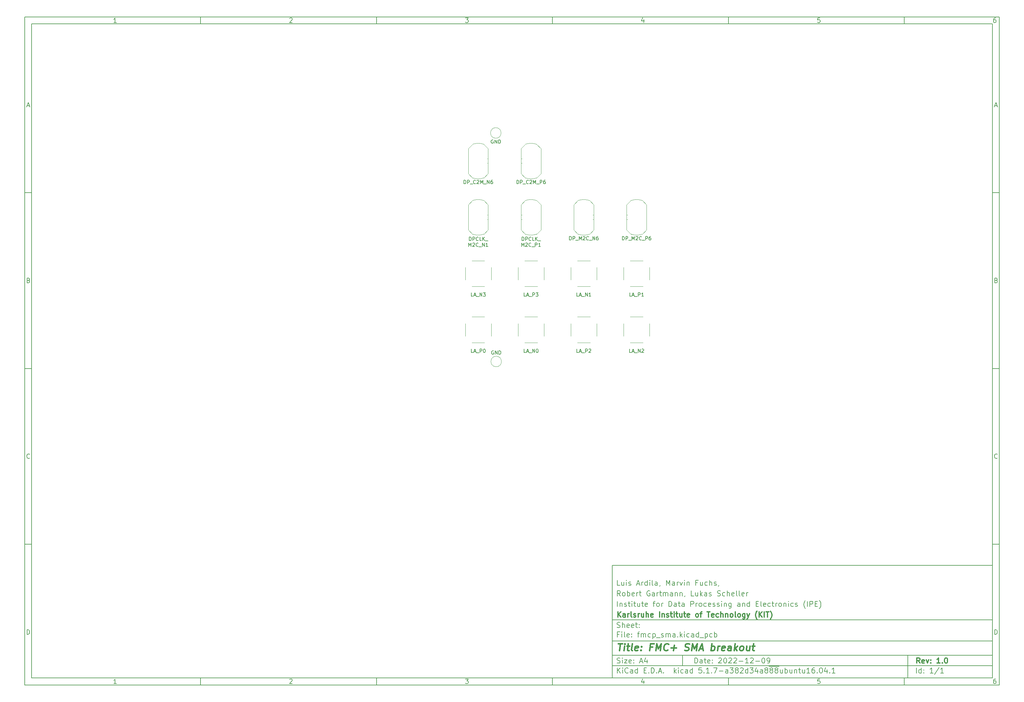
<source format=gbr>
%TF.GenerationSoftware,KiCad,Pcbnew,5.1.7-a382d34a8~88~ubuntu16.04.1*%
%TF.CreationDate,2022-12-09T16:50:09+01:00*%
%TF.ProjectId,fmcp_sma,666d6370-5f73-46d6-912e-6b696361645f,1.0*%
%TF.SameCoordinates,Original*%
%TF.FileFunction,Legend,Top*%
%TF.FilePolarity,Positive*%
%FSLAX46Y46*%
G04 Gerber Fmt 4.6, Leading zero omitted, Abs format (unit mm)*
G04 Created by KiCad (PCBNEW 5.1.7-a382d34a8~88~ubuntu16.04.1) date 2022-12-09 16:50:09*
%MOMM*%
%LPD*%
G01*
G04 APERTURE LIST*
%ADD10C,0.050000*%
%ADD11C,0.150000*%
%ADD12C,0.300000*%
%ADD13C,0.400000*%
%ADD14C,0.120000*%
%ADD15C,0.100000*%
%ADD16C,0.010000*%
%ADD17C,1.550000*%
%ADD18C,0.510000*%
%ADD19C,1.270000*%
%ADD20C,2.000000*%
%ADD21C,2.250000*%
%ADD22C,2.050000*%
%ADD23C,2.700000*%
%ADD24C,5.400000*%
G04 APERTURE END LIST*
D10*
D11*
X177002200Y-166007200D02*
X177002200Y-198007200D01*
X285002200Y-198007200D01*
X285002200Y-166007200D01*
X177002200Y-166007200D01*
D10*
D11*
X10000000Y-10000000D02*
X10000000Y-200007200D01*
X287002200Y-200007200D01*
X287002200Y-10000000D01*
X10000000Y-10000000D01*
D10*
D11*
X12000000Y-12000000D02*
X12000000Y-198007200D01*
X285002200Y-198007200D01*
X285002200Y-12000000D01*
X12000000Y-12000000D01*
D10*
D11*
X60000000Y-12000000D02*
X60000000Y-10000000D01*
D10*
D11*
X110000000Y-12000000D02*
X110000000Y-10000000D01*
D10*
D11*
X160000000Y-12000000D02*
X160000000Y-10000000D01*
D10*
D11*
X210000000Y-12000000D02*
X210000000Y-10000000D01*
D10*
D11*
X260000000Y-12000000D02*
X260000000Y-10000000D01*
D10*
D11*
X36065476Y-11588095D02*
X35322619Y-11588095D01*
X35694047Y-11588095D02*
X35694047Y-10288095D01*
X35570238Y-10473809D01*
X35446428Y-10597619D01*
X35322619Y-10659523D01*
D10*
D11*
X85322619Y-10411904D02*
X85384523Y-10350000D01*
X85508333Y-10288095D01*
X85817857Y-10288095D01*
X85941666Y-10350000D01*
X86003571Y-10411904D01*
X86065476Y-10535714D01*
X86065476Y-10659523D01*
X86003571Y-10845238D01*
X85260714Y-11588095D01*
X86065476Y-11588095D01*
D10*
D11*
X135260714Y-10288095D02*
X136065476Y-10288095D01*
X135632142Y-10783333D01*
X135817857Y-10783333D01*
X135941666Y-10845238D01*
X136003571Y-10907142D01*
X136065476Y-11030952D01*
X136065476Y-11340476D01*
X136003571Y-11464285D01*
X135941666Y-11526190D01*
X135817857Y-11588095D01*
X135446428Y-11588095D01*
X135322619Y-11526190D01*
X135260714Y-11464285D01*
D10*
D11*
X185941666Y-10721428D02*
X185941666Y-11588095D01*
X185632142Y-10226190D02*
X185322619Y-11154761D01*
X186127380Y-11154761D01*
D10*
D11*
X236003571Y-10288095D02*
X235384523Y-10288095D01*
X235322619Y-10907142D01*
X235384523Y-10845238D01*
X235508333Y-10783333D01*
X235817857Y-10783333D01*
X235941666Y-10845238D01*
X236003571Y-10907142D01*
X236065476Y-11030952D01*
X236065476Y-11340476D01*
X236003571Y-11464285D01*
X235941666Y-11526190D01*
X235817857Y-11588095D01*
X235508333Y-11588095D01*
X235384523Y-11526190D01*
X235322619Y-11464285D01*
D10*
D11*
X285941666Y-10288095D02*
X285694047Y-10288095D01*
X285570238Y-10350000D01*
X285508333Y-10411904D01*
X285384523Y-10597619D01*
X285322619Y-10845238D01*
X285322619Y-11340476D01*
X285384523Y-11464285D01*
X285446428Y-11526190D01*
X285570238Y-11588095D01*
X285817857Y-11588095D01*
X285941666Y-11526190D01*
X286003571Y-11464285D01*
X286065476Y-11340476D01*
X286065476Y-11030952D01*
X286003571Y-10907142D01*
X285941666Y-10845238D01*
X285817857Y-10783333D01*
X285570238Y-10783333D01*
X285446428Y-10845238D01*
X285384523Y-10907142D01*
X285322619Y-11030952D01*
D10*
D11*
X60000000Y-198007200D02*
X60000000Y-200007200D01*
D10*
D11*
X110000000Y-198007200D02*
X110000000Y-200007200D01*
D10*
D11*
X160000000Y-198007200D02*
X160000000Y-200007200D01*
D10*
D11*
X210000000Y-198007200D02*
X210000000Y-200007200D01*
D10*
D11*
X260000000Y-198007200D02*
X260000000Y-200007200D01*
D10*
D11*
X36065476Y-199595295D02*
X35322619Y-199595295D01*
X35694047Y-199595295D02*
X35694047Y-198295295D01*
X35570238Y-198481009D01*
X35446428Y-198604819D01*
X35322619Y-198666723D01*
D10*
D11*
X85322619Y-198419104D02*
X85384523Y-198357200D01*
X85508333Y-198295295D01*
X85817857Y-198295295D01*
X85941666Y-198357200D01*
X86003571Y-198419104D01*
X86065476Y-198542914D01*
X86065476Y-198666723D01*
X86003571Y-198852438D01*
X85260714Y-199595295D01*
X86065476Y-199595295D01*
D10*
D11*
X135260714Y-198295295D02*
X136065476Y-198295295D01*
X135632142Y-198790533D01*
X135817857Y-198790533D01*
X135941666Y-198852438D01*
X136003571Y-198914342D01*
X136065476Y-199038152D01*
X136065476Y-199347676D01*
X136003571Y-199471485D01*
X135941666Y-199533390D01*
X135817857Y-199595295D01*
X135446428Y-199595295D01*
X135322619Y-199533390D01*
X135260714Y-199471485D01*
D10*
D11*
X185941666Y-198728628D02*
X185941666Y-199595295D01*
X185632142Y-198233390D02*
X185322619Y-199161961D01*
X186127380Y-199161961D01*
D10*
D11*
X236003571Y-198295295D02*
X235384523Y-198295295D01*
X235322619Y-198914342D01*
X235384523Y-198852438D01*
X235508333Y-198790533D01*
X235817857Y-198790533D01*
X235941666Y-198852438D01*
X236003571Y-198914342D01*
X236065476Y-199038152D01*
X236065476Y-199347676D01*
X236003571Y-199471485D01*
X235941666Y-199533390D01*
X235817857Y-199595295D01*
X235508333Y-199595295D01*
X235384523Y-199533390D01*
X235322619Y-199471485D01*
D10*
D11*
X285941666Y-198295295D02*
X285694047Y-198295295D01*
X285570238Y-198357200D01*
X285508333Y-198419104D01*
X285384523Y-198604819D01*
X285322619Y-198852438D01*
X285322619Y-199347676D01*
X285384523Y-199471485D01*
X285446428Y-199533390D01*
X285570238Y-199595295D01*
X285817857Y-199595295D01*
X285941666Y-199533390D01*
X286003571Y-199471485D01*
X286065476Y-199347676D01*
X286065476Y-199038152D01*
X286003571Y-198914342D01*
X285941666Y-198852438D01*
X285817857Y-198790533D01*
X285570238Y-198790533D01*
X285446428Y-198852438D01*
X285384523Y-198914342D01*
X285322619Y-199038152D01*
D10*
D11*
X10000000Y-60000000D02*
X12000000Y-60000000D01*
D10*
D11*
X10000000Y-110000000D02*
X12000000Y-110000000D01*
D10*
D11*
X10000000Y-160000000D02*
X12000000Y-160000000D01*
D10*
D11*
X10690476Y-35216666D02*
X11309523Y-35216666D01*
X10566666Y-35588095D02*
X11000000Y-34288095D01*
X11433333Y-35588095D01*
D10*
D11*
X11092857Y-84907142D02*
X11278571Y-84969047D01*
X11340476Y-85030952D01*
X11402380Y-85154761D01*
X11402380Y-85340476D01*
X11340476Y-85464285D01*
X11278571Y-85526190D01*
X11154761Y-85588095D01*
X10659523Y-85588095D01*
X10659523Y-84288095D01*
X11092857Y-84288095D01*
X11216666Y-84350000D01*
X11278571Y-84411904D01*
X11340476Y-84535714D01*
X11340476Y-84659523D01*
X11278571Y-84783333D01*
X11216666Y-84845238D01*
X11092857Y-84907142D01*
X10659523Y-84907142D01*
D10*
D11*
X11402380Y-135464285D02*
X11340476Y-135526190D01*
X11154761Y-135588095D01*
X11030952Y-135588095D01*
X10845238Y-135526190D01*
X10721428Y-135402380D01*
X10659523Y-135278571D01*
X10597619Y-135030952D01*
X10597619Y-134845238D01*
X10659523Y-134597619D01*
X10721428Y-134473809D01*
X10845238Y-134350000D01*
X11030952Y-134288095D01*
X11154761Y-134288095D01*
X11340476Y-134350000D01*
X11402380Y-134411904D01*
D10*
D11*
X10659523Y-185588095D02*
X10659523Y-184288095D01*
X10969047Y-184288095D01*
X11154761Y-184350000D01*
X11278571Y-184473809D01*
X11340476Y-184597619D01*
X11402380Y-184845238D01*
X11402380Y-185030952D01*
X11340476Y-185278571D01*
X11278571Y-185402380D01*
X11154761Y-185526190D01*
X10969047Y-185588095D01*
X10659523Y-185588095D01*
D10*
D11*
X287002200Y-60000000D02*
X285002200Y-60000000D01*
D10*
D11*
X287002200Y-110000000D02*
X285002200Y-110000000D01*
D10*
D11*
X287002200Y-160000000D02*
X285002200Y-160000000D01*
D10*
D11*
X285692676Y-35216666D02*
X286311723Y-35216666D01*
X285568866Y-35588095D02*
X286002200Y-34288095D01*
X286435533Y-35588095D01*
D10*
D11*
X286095057Y-84907142D02*
X286280771Y-84969047D01*
X286342676Y-85030952D01*
X286404580Y-85154761D01*
X286404580Y-85340476D01*
X286342676Y-85464285D01*
X286280771Y-85526190D01*
X286156961Y-85588095D01*
X285661723Y-85588095D01*
X285661723Y-84288095D01*
X286095057Y-84288095D01*
X286218866Y-84350000D01*
X286280771Y-84411904D01*
X286342676Y-84535714D01*
X286342676Y-84659523D01*
X286280771Y-84783333D01*
X286218866Y-84845238D01*
X286095057Y-84907142D01*
X285661723Y-84907142D01*
D10*
D11*
X286404580Y-135464285D02*
X286342676Y-135526190D01*
X286156961Y-135588095D01*
X286033152Y-135588095D01*
X285847438Y-135526190D01*
X285723628Y-135402380D01*
X285661723Y-135278571D01*
X285599819Y-135030952D01*
X285599819Y-134845238D01*
X285661723Y-134597619D01*
X285723628Y-134473809D01*
X285847438Y-134350000D01*
X286033152Y-134288095D01*
X286156961Y-134288095D01*
X286342676Y-134350000D01*
X286404580Y-134411904D01*
D10*
D11*
X285661723Y-185588095D02*
X285661723Y-184288095D01*
X285971247Y-184288095D01*
X286156961Y-184350000D01*
X286280771Y-184473809D01*
X286342676Y-184597619D01*
X286404580Y-184845238D01*
X286404580Y-185030952D01*
X286342676Y-185278571D01*
X286280771Y-185402380D01*
X286156961Y-185526190D01*
X285971247Y-185588095D01*
X285661723Y-185588095D01*
D10*
D11*
X200434342Y-193785771D02*
X200434342Y-192285771D01*
X200791485Y-192285771D01*
X201005771Y-192357200D01*
X201148628Y-192500057D01*
X201220057Y-192642914D01*
X201291485Y-192928628D01*
X201291485Y-193142914D01*
X201220057Y-193428628D01*
X201148628Y-193571485D01*
X201005771Y-193714342D01*
X200791485Y-193785771D01*
X200434342Y-193785771D01*
X202577200Y-193785771D02*
X202577200Y-193000057D01*
X202505771Y-192857200D01*
X202362914Y-192785771D01*
X202077200Y-192785771D01*
X201934342Y-192857200D01*
X202577200Y-193714342D02*
X202434342Y-193785771D01*
X202077200Y-193785771D01*
X201934342Y-193714342D01*
X201862914Y-193571485D01*
X201862914Y-193428628D01*
X201934342Y-193285771D01*
X202077200Y-193214342D01*
X202434342Y-193214342D01*
X202577200Y-193142914D01*
X203077200Y-192785771D02*
X203648628Y-192785771D01*
X203291485Y-192285771D02*
X203291485Y-193571485D01*
X203362914Y-193714342D01*
X203505771Y-193785771D01*
X203648628Y-193785771D01*
X204720057Y-193714342D02*
X204577200Y-193785771D01*
X204291485Y-193785771D01*
X204148628Y-193714342D01*
X204077200Y-193571485D01*
X204077200Y-193000057D01*
X204148628Y-192857200D01*
X204291485Y-192785771D01*
X204577200Y-192785771D01*
X204720057Y-192857200D01*
X204791485Y-193000057D01*
X204791485Y-193142914D01*
X204077200Y-193285771D01*
X205434342Y-193642914D02*
X205505771Y-193714342D01*
X205434342Y-193785771D01*
X205362914Y-193714342D01*
X205434342Y-193642914D01*
X205434342Y-193785771D01*
X205434342Y-192857200D02*
X205505771Y-192928628D01*
X205434342Y-193000057D01*
X205362914Y-192928628D01*
X205434342Y-192857200D01*
X205434342Y-193000057D01*
X207220057Y-192428628D02*
X207291485Y-192357200D01*
X207434342Y-192285771D01*
X207791485Y-192285771D01*
X207934342Y-192357200D01*
X208005771Y-192428628D01*
X208077200Y-192571485D01*
X208077200Y-192714342D01*
X208005771Y-192928628D01*
X207148628Y-193785771D01*
X208077200Y-193785771D01*
X209005771Y-192285771D02*
X209148628Y-192285771D01*
X209291485Y-192357200D01*
X209362914Y-192428628D01*
X209434342Y-192571485D01*
X209505771Y-192857200D01*
X209505771Y-193214342D01*
X209434342Y-193500057D01*
X209362914Y-193642914D01*
X209291485Y-193714342D01*
X209148628Y-193785771D01*
X209005771Y-193785771D01*
X208862914Y-193714342D01*
X208791485Y-193642914D01*
X208720057Y-193500057D01*
X208648628Y-193214342D01*
X208648628Y-192857200D01*
X208720057Y-192571485D01*
X208791485Y-192428628D01*
X208862914Y-192357200D01*
X209005771Y-192285771D01*
X210077200Y-192428628D02*
X210148628Y-192357200D01*
X210291485Y-192285771D01*
X210648628Y-192285771D01*
X210791485Y-192357200D01*
X210862914Y-192428628D01*
X210934342Y-192571485D01*
X210934342Y-192714342D01*
X210862914Y-192928628D01*
X210005771Y-193785771D01*
X210934342Y-193785771D01*
X211505771Y-192428628D02*
X211577200Y-192357200D01*
X211720057Y-192285771D01*
X212077200Y-192285771D01*
X212220057Y-192357200D01*
X212291485Y-192428628D01*
X212362914Y-192571485D01*
X212362914Y-192714342D01*
X212291485Y-192928628D01*
X211434342Y-193785771D01*
X212362914Y-193785771D01*
X213005771Y-193214342D02*
X214148628Y-193214342D01*
X215648628Y-193785771D02*
X214791485Y-193785771D01*
X215220057Y-193785771D02*
X215220057Y-192285771D01*
X215077200Y-192500057D01*
X214934342Y-192642914D01*
X214791485Y-192714342D01*
X216220057Y-192428628D02*
X216291485Y-192357200D01*
X216434342Y-192285771D01*
X216791485Y-192285771D01*
X216934342Y-192357200D01*
X217005771Y-192428628D01*
X217077200Y-192571485D01*
X217077200Y-192714342D01*
X217005771Y-192928628D01*
X216148628Y-193785771D01*
X217077200Y-193785771D01*
X217720057Y-193214342D02*
X218862914Y-193214342D01*
X219862914Y-192285771D02*
X220005771Y-192285771D01*
X220148628Y-192357200D01*
X220220057Y-192428628D01*
X220291485Y-192571485D01*
X220362914Y-192857200D01*
X220362914Y-193214342D01*
X220291485Y-193500057D01*
X220220057Y-193642914D01*
X220148628Y-193714342D01*
X220005771Y-193785771D01*
X219862914Y-193785771D01*
X219720057Y-193714342D01*
X219648628Y-193642914D01*
X219577200Y-193500057D01*
X219505771Y-193214342D01*
X219505771Y-192857200D01*
X219577200Y-192571485D01*
X219648628Y-192428628D01*
X219720057Y-192357200D01*
X219862914Y-192285771D01*
X221077200Y-193785771D02*
X221362914Y-193785771D01*
X221505771Y-193714342D01*
X221577200Y-193642914D01*
X221720057Y-193428628D01*
X221791485Y-193142914D01*
X221791485Y-192571485D01*
X221720057Y-192428628D01*
X221648628Y-192357200D01*
X221505771Y-192285771D01*
X221220057Y-192285771D01*
X221077200Y-192357200D01*
X221005771Y-192428628D01*
X220934342Y-192571485D01*
X220934342Y-192928628D01*
X221005771Y-193071485D01*
X221077200Y-193142914D01*
X221220057Y-193214342D01*
X221505771Y-193214342D01*
X221648628Y-193142914D01*
X221720057Y-193071485D01*
X221791485Y-192928628D01*
D10*
D11*
X177002200Y-194507200D02*
X285002200Y-194507200D01*
D10*
D11*
X178434342Y-196585771D02*
X178434342Y-195085771D01*
X179291485Y-196585771D02*
X178648628Y-195728628D01*
X179291485Y-195085771D02*
X178434342Y-195942914D01*
X179934342Y-196585771D02*
X179934342Y-195585771D01*
X179934342Y-195085771D02*
X179862914Y-195157200D01*
X179934342Y-195228628D01*
X180005771Y-195157200D01*
X179934342Y-195085771D01*
X179934342Y-195228628D01*
X181505771Y-196442914D02*
X181434342Y-196514342D01*
X181220057Y-196585771D01*
X181077200Y-196585771D01*
X180862914Y-196514342D01*
X180720057Y-196371485D01*
X180648628Y-196228628D01*
X180577200Y-195942914D01*
X180577200Y-195728628D01*
X180648628Y-195442914D01*
X180720057Y-195300057D01*
X180862914Y-195157200D01*
X181077200Y-195085771D01*
X181220057Y-195085771D01*
X181434342Y-195157200D01*
X181505771Y-195228628D01*
X182791485Y-196585771D02*
X182791485Y-195800057D01*
X182720057Y-195657200D01*
X182577200Y-195585771D01*
X182291485Y-195585771D01*
X182148628Y-195657200D01*
X182791485Y-196514342D02*
X182648628Y-196585771D01*
X182291485Y-196585771D01*
X182148628Y-196514342D01*
X182077200Y-196371485D01*
X182077200Y-196228628D01*
X182148628Y-196085771D01*
X182291485Y-196014342D01*
X182648628Y-196014342D01*
X182791485Y-195942914D01*
X184148628Y-196585771D02*
X184148628Y-195085771D01*
X184148628Y-196514342D02*
X184005771Y-196585771D01*
X183720057Y-196585771D01*
X183577200Y-196514342D01*
X183505771Y-196442914D01*
X183434342Y-196300057D01*
X183434342Y-195871485D01*
X183505771Y-195728628D01*
X183577200Y-195657200D01*
X183720057Y-195585771D01*
X184005771Y-195585771D01*
X184148628Y-195657200D01*
X186005771Y-195800057D02*
X186505771Y-195800057D01*
X186720057Y-196585771D02*
X186005771Y-196585771D01*
X186005771Y-195085771D01*
X186720057Y-195085771D01*
X187362914Y-196442914D02*
X187434342Y-196514342D01*
X187362914Y-196585771D01*
X187291485Y-196514342D01*
X187362914Y-196442914D01*
X187362914Y-196585771D01*
X188077200Y-196585771D02*
X188077200Y-195085771D01*
X188434342Y-195085771D01*
X188648628Y-195157200D01*
X188791485Y-195300057D01*
X188862914Y-195442914D01*
X188934342Y-195728628D01*
X188934342Y-195942914D01*
X188862914Y-196228628D01*
X188791485Y-196371485D01*
X188648628Y-196514342D01*
X188434342Y-196585771D01*
X188077200Y-196585771D01*
X189577200Y-196442914D02*
X189648628Y-196514342D01*
X189577200Y-196585771D01*
X189505771Y-196514342D01*
X189577200Y-196442914D01*
X189577200Y-196585771D01*
X190220057Y-196157200D02*
X190934342Y-196157200D01*
X190077200Y-196585771D02*
X190577200Y-195085771D01*
X191077200Y-196585771D01*
X191577200Y-196442914D02*
X191648628Y-196514342D01*
X191577200Y-196585771D01*
X191505771Y-196514342D01*
X191577200Y-196442914D01*
X191577200Y-196585771D01*
X194577200Y-196585771D02*
X194577200Y-195085771D01*
X194720057Y-196014342D02*
X195148628Y-196585771D01*
X195148628Y-195585771D02*
X194577200Y-196157200D01*
X195791485Y-196585771D02*
X195791485Y-195585771D01*
X195791485Y-195085771D02*
X195720057Y-195157200D01*
X195791485Y-195228628D01*
X195862914Y-195157200D01*
X195791485Y-195085771D01*
X195791485Y-195228628D01*
X197148628Y-196514342D02*
X197005771Y-196585771D01*
X196720057Y-196585771D01*
X196577200Y-196514342D01*
X196505771Y-196442914D01*
X196434342Y-196300057D01*
X196434342Y-195871485D01*
X196505771Y-195728628D01*
X196577200Y-195657200D01*
X196720057Y-195585771D01*
X197005771Y-195585771D01*
X197148628Y-195657200D01*
X198434342Y-196585771D02*
X198434342Y-195800057D01*
X198362914Y-195657200D01*
X198220057Y-195585771D01*
X197934342Y-195585771D01*
X197791485Y-195657200D01*
X198434342Y-196514342D02*
X198291485Y-196585771D01*
X197934342Y-196585771D01*
X197791485Y-196514342D01*
X197720057Y-196371485D01*
X197720057Y-196228628D01*
X197791485Y-196085771D01*
X197934342Y-196014342D01*
X198291485Y-196014342D01*
X198434342Y-195942914D01*
X199791485Y-196585771D02*
X199791485Y-195085771D01*
X199791485Y-196514342D02*
X199648628Y-196585771D01*
X199362914Y-196585771D01*
X199220057Y-196514342D01*
X199148628Y-196442914D01*
X199077200Y-196300057D01*
X199077200Y-195871485D01*
X199148628Y-195728628D01*
X199220057Y-195657200D01*
X199362914Y-195585771D01*
X199648628Y-195585771D01*
X199791485Y-195657200D01*
X202362914Y-195085771D02*
X201648628Y-195085771D01*
X201577200Y-195800057D01*
X201648628Y-195728628D01*
X201791485Y-195657200D01*
X202148628Y-195657200D01*
X202291485Y-195728628D01*
X202362914Y-195800057D01*
X202434342Y-195942914D01*
X202434342Y-196300057D01*
X202362914Y-196442914D01*
X202291485Y-196514342D01*
X202148628Y-196585771D01*
X201791485Y-196585771D01*
X201648628Y-196514342D01*
X201577200Y-196442914D01*
X203077200Y-196442914D02*
X203148628Y-196514342D01*
X203077200Y-196585771D01*
X203005771Y-196514342D01*
X203077200Y-196442914D01*
X203077200Y-196585771D01*
X204577200Y-196585771D02*
X203720057Y-196585771D01*
X204148628Y-196585771D02*
X204148628Y-195085771D01*
X204005771Y-195300057D01*
X203862914Y-195442914D01*
X203720057Y-195514342D01*
X205220057Y-196442914D02*
X205291485Y-196514342D01*
X205220057Y-196585771D01*
X205148628Y-196514342D01*
X205220057Y-196442914D01*
X205220057Y-196585771D01*
X205791485Y-195085771D02*
X206791485Y-195085771D01*
X206148628Y-196585771D01*
X207362914Y-196014342D02*
X208505771Y-196014342D01*
X209862914Y-196585771D02*
X209862914Y-195800057D01*
X209791485Y-195657200D01*
X209648628Y-195585771D01*
X209362914Y-195585771D01*
X209220057Y-195657200D01*
X209862914Y-196514342D02*
X209720057Y-196585771D01*
X209362914Y-196585771D01*
X209220057Y-196514342D01*
X209148628Y-196371485D01*
X209148628Y-196228628D01*
X209220057Y-196085771D01*
X209362914Y-196014342D01*
X209720057Y-196014342D01*
X209862914Y-195942914D01*
X210434342Y-195085771D02*
X211362914Y-195085771D01*
X210862914Y-195657200D01*
X211077200Y-195657200D01*
X211220057Y-195728628D01*
X211291485Y-195800057D01*
X211362914Y-195942914D01*
X211362914Y-196300057D01*
X211291485Y-196442914D01*
X211220057Y-196514342D01*
X211077200Y-196585771D01*
X210648628Y-196585771D01*
X210505771Y-196514342D01*
X210434342Y-196442914D01*
X212220057Y-195728628D02*
X212077200Y-195657200D01*
X212005771Y-195585771D01*
X211934342Y-195442914D01*
X211934342Y-195371485D01*
X212005771Y-195228628D01*
X212077200Y-195157200D01*
X212220057Y-195085771D01*
X212505771Y-195085771D01*
X212648628Y-195157200D01*
X212720057Y-195228628D01*
X212791485Y-195371485D01*
X212791485Y-195442914D01*
X212720057Y-195585771D01*
X212648628Y-195657200D01*
X212505771Y-195728628D01*
X212220057Y-195728628D01*
X212077200Y-195800057D01*
X212005771Y-195871485D01*
X211934342Y-196014342D01*
X211934342Y-196300057D01*
X212005771Y-196442914D01*
X212077200Y-196514342D01*
X212220057Y-196585771D01*
X212505771Y-196585771D01*
X212648628Y-196514342D01*
X212720057Y-196442914D01*
X212791485Y-196300057D01*
X212791485Y-196014342D01*
X212720057Y-195871485D01*
X212648628Y-195800057D01*
X212505771Y-195728628D01*
X213362914Y-195228628D02*
X213434342Y-195157200D01*
X213577200Y-195085771D01*
X213934342Y-195085771D01*
X214077200Y-195157200D01*
X214148628Y-195228628D01*
X214220057Y-195371485D01*
X214220057Y-195514342D01*
X214148628Y-195728628D01*
X213291485Y-196585771D01*
X214220057Y-196585771D01*
X215505771Y-196585771D02*
X215505771Y-195085771D01*
X215505771Y-196514342D02*
X215362914Y-196585771D01*
X215077200Y-196585771D01*
X214934342Y-196514342D01*
X214862914Y-196442914D01*
X214791485Y-196300057D01*
X214791485Y-195871485D01*
X214862914Y-195728628D01*
X214934342Y-195657200D01*
X215077200Y-195585771D01*
X215362914Y-195585771D01*
X215505771Y-195657200D01*
X216077200Y-195085771D02*
X217005771Y-195085771D01*
X216505771Y-195657200D01*
X216720057Y-195657200D01*
X216862914Y-195728628D01*
X216934342Y-195800057D01*
X217005771Y-195942914D01*
X217005771Y-196300057D01*
X216934342Y-196442914D01*
X216862914Y-196514342D01*
X216720057Y-196585771D01*
X216291485Y-196585771D01*
X216148628Y-196514342D01*
X216077200Y-196442914D01*
X218291485Y-195585771D02*
X218291485Y-196585771D01*
X217934342Y-195014342D02*
X217577200Y-196085771D01*
X218505771Y-196085771D01*
X219720057Y-196585771D02*
X219720057Y-195800057D01*
X219648628Y-195657200D01*
X219505771Y-195585771D01*
X219220057Y-195585771D01*
X219077200Y-195657200D01*
X219720057Y-196514342D02*
X219577200Y-196585771D01*
X219220057Y-196585771D01*
X219077200Y-196514342D01*
X219005771Y-196371485D01*
X219005771Y-196228628D01*
X219077200Y-196085771D01*
X219220057Y-196014342D01*
X219577200Y-196014342D01*
X219720057Y-195942914D01*
X220648628Y-195728628D02*
X220505771Y-195657200D01*
X220434342Y-195585771D01*
X220362914Y-195442914D01*
X220362914Y-195371485D01*
X220434342Y-195228628D01*
X220505771Y-195157200D01*
X220648628Y-195085771D01*
X220934342Y-195085771D01*
X221077200Y-195157200D01*
X221148628Y-195228628D01*
X221220057Y-195371485D01*
X221220057Y-195442914D01*
X221148628Y-195585771D01*
X221077200Y-195657200D01*
X220934342Y-195728628D01*
X220648628Y-195728628D01*
X220505771Y-195800057D01*
X220434342Y-195871485D01*
X220362914Y-196014342D01*
X220362914Y-196300057D01*
X220434342Y-196442914D01*
X220505771Y-196514342D01*
X220648628Y-196585771D01*
X220934342Y-196585771D01*
X221077200Y-196514342D01*
X221148628Y-196442914D01*
X221220057Y-196300057D01*
X221220057Y-196014342D01*
X221148628Y-195871485D01*
X221077200Y-195800057D01*
X220934342Y-195728628D01*
X221505771Y-194677200D02*
X222934342Y-194677200D01*
X222077200Y-195728628D02*
X221934342Y-195657200D01*
X221862914Y-195585771D01*
X221791485Y-195442914D01*
X221791485Y-195371485D01*
X221862914Y-195228628D01*
X221934342Y-195157200D01*
X222077200Y-195085771D01*
X222362914Y-195085771D01*
X222505771Y-195157200D01*
X222577200Y-195228628D01*
X222648628Y-195371485D01*
X222648628Y-195442914D01*
X222577200Y-195585771D01*
X222505771Y-195657200D01*
X222362914Y-195728628D01*
X222077200Y-195728628D01*
X221934342Y-195800057D01*
X221862914Y-195871485D01*
X221791485Y-196014342D01*
X221791485Y-196300057D01*
X221862914Y-196442914D01*
X221934342Y-196514342D01*
X222077200Y-196585771D01*
X222362914Y-196585771D01*
X222505771Y-196514342D01*
X222577200Y-196442914D01*
X222648628Y-196300057D01*
X222648628Y-196014342D01*
X222577200Y-195871485D01*
X222505771Y-195800057D01*
X222362914Y-195728628D01*
X222934342Y-194677200D02*
X224362914Y-194677200D01*
X223505771Y-195728628D02*
X223362914Y-195657200D01*
X223291485Y-195585771D01*
X223220057Y-195442914D01*
X223220057Y-195371485D01*
X223291485Y-195228628D01*
X223362914Y-195157200D01*
X223505771Y-195085771D01*
X223791485Y-195085771D01*
X223934342Y-195157200D01*
X224005771Y-195228628D01*
X224077199Y-195371485D01*
X224077199Y-195442914D01*
X224005771Y-195585771D01*
X223934342Y-195657200D01*
X223791485Y-195728628D01*
X223505771Y-195728628D01*
X223362914Y-195800057D01*
X223291485Y-195871485D01*
X223220057Y-196014342D01*
X223220057Y-196300057D01*
X223291485Y-196442914D01*
X223362914Y-196514342D01*
X223505771Y-196585771D01*
X223791485Y-196585771D01*
X223934342Y-196514342D01*
X224005771Y-196442914D01*
X224077199Y-196300057D01*
X224077199Y-196014342D01*
X224005771Y-195871485D01*
X223934342Y-195800057D01*
X223791485Y-195728628D01*
X225362914Y-195585771D02*
X225362914Y-196585771D01*
X224720057Y-195585771D02*
X224720057Y-196371485D01*
X224791485Y-196514342D01*
X224934342Y-196585771D01*
X225148628Y-196585771D01*
X225291485Y-196514342D01*
X225362914Y-196442914D01*
X226077199Y-196585771D02*
X226077199Y-195085771D01*
X226077199Y-195657200D02*
X226220057Y-195585771D01*
X226505771Y-195585771D01*
X226648628Y-195657200D01*
X226720057Y-195728628D01*
X226791485Y-195871485D01*
X226791485Y-196300057D01*
X226720057Y-196442914D01*
X226648628Y-196514342D01*
X226505771Y-196585771D01*
X226220057Y-196585771D01*
X226077199Y-196514342D01*
X228077199Y-195585771D02*
X228077199Y-196585771D01*
X227434342Y-195585771D02*
X227434342Y-196371485D01*
X227505771Y-196514342D01*
X227648628Y-196585771D01*
X227862914Y-196585771D01*
X228005771Y-196514342D01*
X228077199Y-196442914D01*
X228791485Y-195585771D02*
X228791485Y-196585771D01*
X228791485Y-195728628D02*
X228862914Y-195657200D01*
X229005771Y-195585771D01*
X229220057Y-195585771D01*
X229362914Y-195657200D01*
X229434342Y-195800057D01*
X229434342Y-196585771D01*
X229934342Y-195585771D02*
X230505771Y-195585771D01*
X230148628Y-195085771D02*
X230148628Y-196371485D01*
X230220057Y-196514342D01*
X230362914Y-196585771D01*
X230505771Y-196585771D01*
X231648628Y-195585771D02*
X231648628Y-196585771D01*
X231005771Y-195585771D02*
X231005771Y-196371485D01*
X231077199Y-196514342D01*
X231220057Y-196585771D01*
X231434342Y-196585771D01*
X231577199Y-196514342D01*
X231648628Y-196442914D01*
X233148628Y-196585771D02*
X232291485Y-196585771D01*
X232720057Y-196585771D02*
X232720057Y-195085771D01*
X232577200Y-195300057D01*
X232434342Y-195442914D01*
X232291485Y-195514342D01*
X234434342Y-195085771D02*
X234148628Y-195085771D01*
X234005771Y-195157200D01*
X233934342Y-195228628D01*
X233791485Y-195442914D01*
X233720057Y-195728628D01*
X233720057Y-196300057D01*
X233791485Y-196442914D01*
X233862914Y-196514342D01*
X234005771Y-196585771D01*
X234291485Y-196585771D01*
X234434342Y-196514342D01*
X234505771Y-196442914D01*
X234577199Y-196300057D01*
X234577199Y-195942914D01*
X234505771Y-195800057D01*
X234434342Y-195728628D01*
X234291485Y-195657200D01*
X234005771Y-195657200D01*
X233862914Y-195728628D01*
X233791485Y-195800057D01*
X233720057Y-195942914D01*
X235220057Y-196442914D02*
X235291485Y-196514342D01*
X235220057Y-196585771D01*
X235148628Y-196514342D01*
X235220057Y-196442914D01*
X235220057Y-196585771D01*
X236220057Y-195085771D02*
X236362914Y-195085771D01*
X236505771Y-195157200D01*
X236577199Y-195228628D01*
X236648628Y-195371485D01*
X236720057Y-195657200D01*
X236720057Y-196014342D01*
X236648628Y-196300057D01*
X236577199Y-196442914D01*
X236505771Y-196514342D01*
X236362914Y-196585771D01*
X236220057Y-196585771D01*
X236077199Y-196514342D01*
X236005771Y-196442914D01*
X235934342Y-196300057D01*
X235862914Y-196014342D01*
X235862914Y-195657200D01*
X235934342Y-195371485D01*
X236005771Y-195228628D01*
X236077199Y-195157200D01*
X236220057Y-195085771D01*
X238005771Y-195585771D02*
X238005771Y-196585771D01*
X237648628Y-195014342D02*
X237291485Y-196085771D01*
X238220057Y-196085771D01*
X238791485Y-196442914D02*
X238862914Y-196514342D01*
X238791485Y-196585771D01*
X238720057Y-196514342D01*
X238791485Y-196442914D01*
X238791485Y-196585771D01*
X240291485Y-196585771D02*
X239434342Y-196585771D01*
X239862914Y-196585771D02*
X239862914Y-195085771D01*
X239720057Y-195300057D01*
X239577199Y-195442914D01*
X239434342Y-195514342D01*
D10*
D11*
X177002200Y-191507200D02*
X285002200Y-191507200D01*
D10*
D12*
X264411485Y-193785771D02*
X263911485Y-193071485D01*
X263554342Y-193785771D02*
X263554342Y-192285771D01*
X264125771Y-192285771D01*
X264268628Y-192357200D01*
X264340057Y-192428628D01*
X264411485Y-192571485D01*
X264411485Y-192785771D01*
X264340057Y-192928628D01*
X264268628Y-193000057D01*
X264125771Y-193071485D01*
X263554342Y-193071485D01*
X265625771Y-193714342D02*
X265482914Y-193785771D01*
X265197200Y-193785771D01*
X265054342Y-193714342D01*
X264982914Y-193571485D01*
X264982914Y-193000057D01*
X265054342Y-192857200D01*
X265197200Y-192785771D01*
X265482914Y-192785771D01*
X265625771Y-192857200D01*
X265697200Y-193000057D01*
X265697200Y-193142914D01*
X264982914Y-193285771D01*
X266197200Y-192785771D02*
X266554342Y-193785771D01*
X266911485Y-192785771D01*
X267482914Y-193642914D02*
X267554342Y-193714342D01*
X267482914Y-193785771D01*
X267411485Y-193714342D01*
X267482914Y-193642914D01*
X267482914Y-193785771D01*
X267482914Y-192857200D02*
X267554342Y-192928628D01*
X267482914Y-193000057D01*
X267411485Y-192928628D01*
X267482914Y-192857200D01*
X267482914Y-193000057D01*
X270125771Y-193785771D02*
X269268628Y-193785771D01*
X269697200Y-193785771D02*
X269697200Y-192285771D01*
X269554342Y-192500057D01*
X269411485Y-192642914D01*
X269268628Y-192714342D01*
X270768628Y-193642914D02*
X270840057Y-193714342D01*
X270768628Y-193785771D01*
X270697200Y-193714342D01*
X270768628Y-193642914D01*
X270768628Y-193785771D01*
X271768628Y-192285771D02*
X271911485Y-192285771D01*
X272054342Y-192357200D01*
X272125771Y-192428628D01*
X272197200Y-192571485D01*
X272268628Y-192857200D01*
X272268628Y-193214342D01*
X272197200Y-193500057D01*
X272125771Y-193642914D01*
X272054342Y-193714342D01*
X271911485Y-193785771D01*
X271768628Y-193785771D01*
X271625771Y-193714342D01*
X271554342Y-193642914D01*
X271482914Y-193500057D01*
X271411485Y-193214342D01*
X271411485Y-192857200D01*
X271482914Y-192571485D01*
X271554342Y-192428628D01*
X271625771Y-192357200D01*
X271768628Y-192285771D01*
D10*
D11*
X178362914Y-193714342D02*
X178577200Y-193785771D01*
X178934342Y-193785771D01*
X179077200Y-193714342D01*
X179148628Y-193642914D01*
X179220057Y-193500057D01*
X179220057Y-193357200D01*
X179148628Y-193214342D01*
X179077200Y-193142914D01*
X178934342Y-193071485D01*
X178648628Y-193000057D01*
X178505771Y-192928628D01*
X178434342Y-192857200D01*
X178362914Y-192714342D01*
X178362914Y-192571485D01*
X178434342Y-192428628D01*
X178505771Y-192357200D01*
X178648628Y-192285771D01*
X179005771Y-192285771D01*
X179220057Y-192357200D01*
X179862914Y-193785771D02*
X179862914Y-192785771D01*
X179862914Y-192285771D02*
X179791485Y-192357200D01*
X179862914Y-192428628D01*
X179934342Y-192357200D01*
X179862914Y-192285771D01*
X179862914Y-192428628D01*
X180434342Y-192785771D02*
X181220057Y-192785771D01*
X180434342Y-193785771D01*
X181220057Y-193785771D01*
X182362914Y-193714342D02*
X182220057Y-193785771D01*
X181934342Y-193785771D01*
X181791485Y-193714342D01*
X181720057Y-193571485D01*
X181720057Y-193000057D01*
X181791485Y-192857200D01*
X181934342Y-192785771D01*
X182220057Y-192785771D01*
X182362914Y-192857200D01*
X182434342Y-193000057D01*
X182434342Y-193142914D01*
X181720057Y-193285771D01*
X183077200Y-193642914D02*
X183148628Y-193714342D01*
X183077200Y-193785771D01*
X183005771Y-193714342D01*
X183077200Y-193642914D01*
X183077200Y-193785771D01*
X183077200Y-192857200D02*
X183148628Y-192928628D01*
X183077200Y-193000057D01*
X183005771Y-192928628D01*
X183077200Y-192857200D01*
X183077200Y-193000057D01*
X184862914Y-193357200D02*
X185577200Y-193357200D01*
X184720057Y-193785771D02*
X185220057Y-192285771D01*
X185720057Y-193785771D01*
X186862914Y-192785771D02*
X186862914Y-193785771D01*
X186505771Y-192214342D02*
X186148628Y-193285771D01*
X187077200Y-193285771D01*
D10*
D11*
X263434342Y-196585771D02*
X263434342Y-195085771D01*
X264791485Y-196585771D02*
X264791485Y-195085771D01*
X264791485Y-196514342D02*
X264648628Y-196585771D01*
X264362914Y-196585771D01*
X264220057Y-196514342D01*
X264148628Y-196442914D01*
X264077200Y-196300057D01*
X264077200Y-195871485D01*
X264148628Y-195728628D01*
X264220057Y-195657200D01*
X264362914Y-195585771D01*
X264648628Y-195585771D01*
X264791485Y-195657200D01*
X265505771Y-196442914D02*
X265577200Y-196514342D01*
X265505771Y-196585771D01*
X265434342Y-196514342D01*
X265505771Y-196442914D01*
X265505771Y-196585771D01*
X265505771Y-195657200D02*
X265577200Y-195728628D01*
X265505771Y-195800057D01*
X265434342Y-195728628D01*
X265505771Y-195657200D01*
X265505771Y-195800057D01*
X268148628Y-196585771D02*
X267291485Y-196585771D01*
X267720057Y-196585771D02*
X267720057Y-195085771D01*
X267577200Y-195300057D01*
X267434342Y-195442914D01*
X267291485Y-195514342D01*
X269862914Y-195014342D02*
X268577200Y-196942914D01*
X271148628Y-196585771D02*
X270291485Y-196585771D01*
X270720057Y-196585771D02*
X270720057Y-195085771D01*
X270577200Y-195300057D01*
X270434342Y-195442914D01*
X270291485Y-195514342D01*
D10*
D11*
X177002200Y-187507200D02*
X285002200Y-187507200D01*
D10*
D13*
X178714580Y-188211961D02*
X179857438Y-188211961D01*
X179036009Y-190211961D02*
X179286009Y-188211961D01*
X180274104Y-190211961D02*
X180440771Y-188878628D01*
X180524104Y-188211961D02*
X180416961Y-188307200D01*
X180500295Y-188402438D01*
X180607438Y-188307200D01*
X180524104Y-188211961D01*
X180500295Y-188402438D01*
X181107438Y-188878628D02*
X181869342Y-188878628D01*
X181476485Y-188211961D02*
X181262200Y-189926247D01*
X181333628Y-190116723D01*
X181512200Y-190211961D01*
X181702676Y-190211961D01*
X182655057Y-190211961D02*
X182476485Y-190116723D01*
X182405057Y-189926247D01*
X182619342Y-188211961D01*
X184190771Y-190116723D02*
X183988390Y-190211961D01*
X183607438Y-190211961D01*
X183428866Y-190116723D01*
X183357438Y-189926247D01*
X183452676Y-189164342D01*
X183571723Y-188973866D01*
X183774104Y-188878628D01*
X184155057Y-188878628D01*
X184333628Y-188973866D01*
X184405057Y-189164342D01*
X184381247Y-189354819D01*
X183405057Y-189545295D01*
X185155057Y-190021485D02*
X185238390Y-190116723D01*
X185131247Y-190211961D01*
X185047914Y-190116723D01*
X185155057Y-190021485D01*
X185131247Y-190211961D01*
X185286009Y-188973866D02*
X185369342Y-189069104D01*
X185262200Y-189164342D01*
X185178866Y-189069104D01*
X185286009Y-188973866D01*
X185262200Y-189164342D01*
X188405057Y-189164342D02*
X187738390Y-189164342D01*
X187607438Y-190211961D02*
X187857438Y-188211961D01*
X188809819Y-188211961D01*
X189321723Y-190211961D02*
X189571723Y-188211961D01*
X190059819Y-189640533D01*
X190905057Y-188211961D01*
X190655057Y-190211961D01*
X192774104Y-190021485D02*
X192666961Y-190116723D01*
X192369342Y-190211961D01*
X192178866Y-190211961D01*
X191905057Y-190116723D01*
X191738390Y-189926247D01*
X191666961Y-189735771D01*
X191619342Y-189354819D01*
X191655057Y-189069104D01*
X191797914Y-188688152D01*
X191916961Y-188497676D01*
X192131247Y-188307200D01*
X192428866Y-188211961D01*
X192619342Y-188211961D01*
X192893152Y-188307200D01*
X192976485Y-188402438D01*
X193702676Y-189450057D02*
X195226485Y-189450057D01*
X194369342Y-190211961D02*
X194559819Y-188688152D01*
X197524104Y-190116723D02*
X197797914Y-190211961D01*
X198274104Y-190211961D01*
X198476485Y-190116723D01*
X198583628Y-190021485D01*
X198702676Y-189831009D01*
X198726485Y-189640533D01*
X198655057Y-189450057D01*
X198571723Y-189354819D01*
X198393152Y-189259580D01*
X198024104Y-189164342D01*
X197845533Y-189069104D01*
X197762200Y-188973866D01*
X197690771Y-188783390D01*
X197714580Y-188592914D01*
X197833628Y-188402438D01*
X197940771Y-188307200D01*
X198143152Y-188211961D01*
X198619342Y-188211961D01*
X198893152Y-188307200D01*
X199512200Y-190211961D02*
X199762200Y-188211961D01*
X200250295Y-189640533D01*
X201095533Y-188211961D01*
X200845533Y-190211961D01*
X201774104Y-189640533D02*
X202726485Y-189640533D01*
X201512200Y-190211961D02*
X202428866Y-188211961D01*
X202845533Y-190211961D01*
X205036009Y-190211961D02*
X205286009Y-188211961D01*
X205190771Y-188973866D02*
X205393152Y-188878628D01*
X205774104Y-188878628D01*
X205952676Y-188973866D01*
X206036009Y-189069104D01*
X206107438Y-189259580D01*
X206036009Y-189831009D01*
X205916961Y-190021485D01*
X205809819Y-190116723D01*
X205607438Y-190211961D01*
X205226485Y-190211961D01*
X205047914Y-190116723D01*
X206845533Y-190211961D02*
X207012200Y-188878628D01*
X206964580Y-189259580D02*
X207083628Y-189069104D01*
X207190771Y-188973866D01*
X207393152Y-188878628D01*
X207583628Y-188878628D01*
X208857438Y-190116723D02*
X208655057Y-190211961D01*
X208274104Y-190211961D01*
X208095533Y-190116723D01*
X208024104Y-189926247D01*
X208119342Y-189164342D01*
X208238390Y-188973866D01*
X208440771Y-188878628D01*
X208821723Y-188878628D01*
X209000295Y-188973866D01*
X209071723Y-189164342D01*
X209047914Y-189354819D01*
X208071723Y-189545295D01*
X210655057Y-190211961D02*
X210786009Y-189164342D01*
X210714580Y-188973866D01*
X210536009Y-188878628D01*
X210155057Y-188878628D01*
X209952676Y-188973866D01*
X210666961Y-190116723D02*
X210464580Y-190211961D01*
X209988390Y-190211961D01*
X209809819Y-190116723D01*
X209738390Y-189926247D01*
X209762200Y-189735771D01*
X209881247Y-189545295D01*
X210083628Y-189450057D01*
X210559819Y-189450057D01*
X210762200Y-189354819D01*
X211607438Y-190211961D02*
X211857438Y-188211961D01*
X211893152Y-189450057D02*
X212369342Y-190211961D01*
X212536009Y-188878628D02*
X211678866Y-189640533D01*
X213512200Y-190211961D02*
X213333628Y-190116723D01*
X213250295Y-190021485D01*
X213178866Y-189831009D01*
X213250295Y-189259580D01*
X213369342Y-189069104D01*
X213476485Y-188973866D01*
X213678866Y-188878628D01*
X213964580Y-188878628D01*
X214143152Y-188973866D01*
X214226485Y-189069104D01*
X214297914Y-189259580D01*
X214226485Y-189831009D01*
X214107438Y-190021485D01*
X214000295Y-190116723D01*
X213797914Y-190211961D01*
X213512200Y-190211961D01*
X216059819Y-188878628D02*
X215893152Y-190211961D01*
X215202676Y-188878628D02*
X215071723Y-189926247D01*
X215143152Y-190116723D01*
X215321723Y-190211961D01*
X215607438Y-190211961D01*
X215809819Y-190116723D01*
X215916961Y-190021485D01*
X216726485Y-188878628D02*
X217488390Y-188878628D01*
X217095533Y-188211961D02*
X216881247Y-189926247D01*
X216952676Y-190116723D01*
X217131247Y-190211961D01*
X217321723Y-190211961D01*
D10*
D11*
X178934342Y-185600057D02*
X178434342Y-185600057D01*
X178434342Y-186385771D02*
X178434342Y-184885771D01*
X179148628Y-184885771D01*
X179720057Y-186385771D02*
X179720057Y-185385771D01*
X179720057Y-184885771D02*
X179648628Y-184957200D01*
X179720057Y-185028628D01*
X179791485Y-184957200D01*
X179720057Y-184885771D01*
X179720057Y-185028628D01*
X180648628Y-186385771D02*
X180505771Y-186314342D01*
X180434342Y-186171485D01*
X180434342Y-184885771D01*
X181791485Y-186314342D02*
X181648628Y-186385771D01*
X181362914Y-186385771D01*
X181220057Y-186314342D01*
X181148628Y-186171485D01*
X181148628Y-185600057D01*
X181220057Y-185457200D01*
X181362914Y-185385771D01*
X181648628Y-185385771D01*
X181791485Y-185457200D01*
X181862914Y-185600057D01*
X181862914Y-185742914D01*
X181148628Y-185885771D01*
X182505771Y-186242914D02*
X182577200Y-186314342D01*
X182505771Y-186385771D01*
X182434342Y-186314342D01*
X182505771Y-186242914D01*
X182505771Y-186385771D01*
X182505771Y-185457200D02*
X182577200Y-185528628D01*
X182505771Y-185600057D01*
X182434342Y-185528628D01*
X182505771Y-185457200D01*
X182505771Y-185600057D01*
X184148628Y-185385771D02*
X184720057Y-185385771D01*
X184362914Y-186385771D02*
X184362914Y-185100057D01*
X184434342Y-184957200D01*
X184577200Y-184885771D01*
X184720057Y-184885771D01*
X185220057Y-186385771D02*
X185220057Y-185385771D01*
X185220057Y-185528628D02*
X185291485Y-185457200D01*
X185434342Y-185385771D01*
X185648628Y-185385771D01*
X185791485Y-185457200D01*
X185862914Y-185600057D01*
X185862914Y-186385771D01*
X185862914Y-185600057D02*
X185934342Y-185457200D01*
X186077200Y-185385771D01*
X186291485Y-185385771D01*
X186434342Y-185457200D01*
X186505771Y-185600057D01*
X186505771Y-186385771D01*
X187862914Y-186314342D02*
X187720057Y-186385771D01*
X187434342Y-186385771D01*
X187291485Y-186314342D01*
X187220057Y-186242914D01*
X187148628Y-186100057D01*
X187148628Y-185671485D01*
X187220057Y-185528628D01*
X187291485Y-185457200D01*
X187434342Y-185385771D01*
X187720057Y-185385771D01*
X187862914Y-185457200D01*
X188505771Y-185385771D02*
X188505771Y-186885771D01*
X188505771Y-185457200D02*
X188648628Y-185385771D01*
X188934342Y-185385771D01*
X189077200Y-185457200D01*
X189148628Y-185528628D01*
X189220057Y-185671485D01*
X189220057Y-186100057D01*
X189148628Y-186242914D01*
X189077200Y-186314342D01*
X188934342Y-186385771D01*
X188648628Y-186385771D01*
X188505771Y-186314342D01*
X189505771Y-186528628D02*
X190648628Y-186528628D01*
X190934342Y-186314342D02*
X191077200Y-186385771D01*
X191362914Y-186385771D01*
X191505771Y-186314342D01*
X191577200Y-186171485D01*
X191577200Y-186100057D01*
X191505771Y-185957200D01*
X191362914Y-185885771D01*
X191148628Y-185885771D01*
X191005771Y-185814342D01*
X190934342Y-185671485D01*
X190934342Y-185600057D01*
X191005771Y-185457200D01*
X191148628Y-185385771D01*
X191362914Y-185385771D01*
X191505771Y-185457200D01*
X192220057Y-186385771D02*
X192220057Y-185385771D01*
X192220057Y-185528628D02*
X192291485Y-185457200D01*
X192434342Y-185385771D01*
X192648628Y-185385771D01*
X192791485Y-185457200D01*
X192862914Y-185600057D01*
X192862914Y-186385771D01*
X192862914Y-185600057D02*
X192934342Y-185457200D01*
X193077200Y-185385771D01*
X193291485Y-185385771D01*
X193434342Y-185457200D01*
X193505771Y-185600057D01*
X193505771Y-186385771D01*
X194862914Y-186385771D02*
X194862914Y-185600057D01*
X194791485Y-185457200D01*
X194648628Y-185385771D01*
X194362914Y-185385771D01*
X194220057Y-185457200D01*
X194862914Y-186314342D02*
X194720057Y-186385771D01*
X194362914Y-186385771D01*
X194220057Y-186314342D01*
X194148628Y-186171485D01*
X194148628Y-186028628D01*
X194220057Y-185885771D01*
X194362914Y-185814342D01*
X194720057Y-185814342D01*
X194862914Y-185742914D01*
X195577200Y-186242914D02*
X195648628Y-186314342D01*
X195577200Y-186385771D01*
X195505771Y-186314342D01*
X195577200Y-186242914D01*
X195577200Y-186385771D01*
X196291485Y-186385771D02*
X196291485Y-184885771D01*
X196434342Y-185814342D02*
X196862914Y-186385771D01*
X196862914Y-185385771D02*
X196291485Y-185957200D01*
X197505771Y-186385771D02*
X197505771Y-185385771D01*
X197505771Y-184885771D02*
X197434342Y-184957200D01*
X197505771Y-185028628D01*
X197577200Y-184957200D01*
X197505771Y-184885771D01*
X197505771Y-185028628D01*
X198862914Y-186314342D02*
X198720057Y-186385771D01*
X198434342Y-186385771D01*
X198291485Y-186314342D01*
X198220057Y-186242914D01*
X198148628Y-186100057D01*
X198148628Y-185671485D01*
X198220057Y-185528628D01*
X198291485Y-185457200D01*
X198434342Y-185385771D01*
X198720057Y-185385771D01*
X198862914Y-185457200D01*
X200148628Y-186385771D02*
X200148628Y-185600057D01*
X200077200Y-185457200D01*
X199934342Y-185385771D01*
X199648628Y-185385771D01*
X199505771Y-185457200D01*
X200148628Y-186314342D02*
X200005771Y-186385771D01*
X199648628Y-186385771D01*
X199505771Y-186314342D01*
X199434342Y-186171485D01*
X199434342Y-186028628D01*
X199505771Y-185885771D01*
X199648628Y-185814342D01*
X200005771Y-185814342D01*
X200148628Y-185742914D01*
X201505771Y-186385771D02*
X201505771Y-184885771D01*
X201505771Y-186314342D02*
X201362914Y-186385771D01*
X201077200Y-186385771D01*
X200934342Y-186314342D01*
X200862914Y-186242914D01*
X200791485Y-186100057D01*
X200791485Y-185671485D01*
X200862914Y-185528628D01*
X200934342Y-185457200D01*
X201077200Y-185385771D01*
X201362914Y-185385771D01*
X201505771Y-185457200D01*
X201862914Y-186528628D02*
X203005771Y-186528628D01*
X203362914Y-185385771D02*
X203362914Y-186885771D01*
X203362914Y-185457200D02*
X203505771Y-185385771D01*
X203791485Y-185385771D01*
X203934342Y-185457200D01*
X204005771Y-185528628D01*
X204077200Y-185671485D01*
X204077200Y-186100057D01*
X204005771Y-186242914D01*
X203934342Y-186314342D01*
X203791485Y-186385771D01*
X203505771Y-186385771D01*
X203362914Y-186314342D01*
X205362914Y-186314342D02*
X205220057Y-186385771D01*
X204934342Y-186385771D01*
X204791485Y-186314342D01*
X204720057Y-186242914D01*
X204648628Y-186100057D01*
X204648628Y-185671485D01*
X204720057Y-185528628D01*
X204791485Y-185457200D01*
X204934342Y-185385771D01*
X205220057Y-185385771D01*
X205362914Y-185457200D01*
X206005771Y-186385771D02*
X206005771Y-184885771D01*
X206005771Y-185457200D02*
X206148628Y-185385771D01*
X206434342Y-185385771D01*
X206577200Y-185457200D01*
X206648628Y-185528628D01*
X206720057Y-185671485D01*
X206720057Y-186100057D01*
X206648628Y-186242914D01*
X206577200Y-186314342D01*
X206434342Y-186385771D01*
X206148628Y-186385771D01*
X206005771Y-186314342D01*
D10*
D11*
X177002200Y-181507200D02*
X285002200Y-181507200D01*
D10*
D11*
X178362914Y-183614342D02*
X178577200Y-183685771D01*
X178934342Y-183685771D01*
X179077200Y-183614342D01*
X179148628Y-183542914D01*
X179220057Y-183400057D01*
X179220057Y-183257200D01*
X179148628Y-183114342D01*
X179077200Y-183042914D01*
X178934342Y-182971485D01*
X178648628Y-182900057D01*
X178505771Y-182828628D01*
X178434342Y-182757200D01*
X178362914Y-182614342D01*
X178362914Y-182471485D01*
X178434342Y-182328628D01*
X178505771Y-182257200D01*
X178648628Y-182185771D01*
X179005771Y-182185771D01*
X179220057Y-182257200D01*
X179862914Y-183685771D02*
X179862914Y-182185771D01*
X180505771Y-183685771D02*
X180505771Y-182900057D01*
X180434342Y-182757200D01*
X180291485Y-182685771D01*
X180077200Y-182685771D01*
X179934342Y-182757200D01*
X179862914Y-182828628D01*
X181791485Y-183614342D02*
X181648628Y-183685771D01*
X181362914Y-183685771D01*
X181220057Y-183614342D01*
X181148628Y-183471485D01*
X181148628Y-182900057D01*
X181220057Y-182757200D01*
X181362914Y-182685771D01*
X181648628Y-182685771D01*
X181791485Y-182757200D01*
X181862914Y-182900057D01*
X181862914Y-183042914D01*
X181148628Y-183185771D01*
X183077200Y-183614342D02*
X182934342Y-183685771D01*
X182648628Y-183685771D01*
X182505771Y-183614342D01*
X182434342Y-183471485D01*
X182434342Y-182900057D01*
X182505771Y-182757200D01*
X182648628Y-182685771D01*
X182934342Y-182685771D01*
X183077200Y-182757200D01*
X183148628Y-182900057D01*
X183148628Y-183042914D01*
X182434342Y-183185771D01*
X183577200Y-182685771D02*
X184148628Y-182685771D01*
X183791485Y-182185771D02*
X183791485Y-183471485D01*
X183862914Y-183614342D01*
X184005771Y-183685771D01*
X184148628Y-183685771D01*
X184648628Y-183542914D02*
X184720057Y-183614342D01*
X184648628Y-183685771D01*
X184577200Y-183614342D01*
X184648628Y-183542914D01*
X184648628Y-183685771D01*
X184648628Y-182757200D02*
X184720057Y-182828628D01*
X184648628Y-182900057D01*
X184577200Y-182828628D01*
X184648628Y-182757200D01*
X184648628Y-182900057D01*
D10*
D12*
X178554342Y-180685771D02*
X178554342Y-179185771D01*
X179411485Y-180685771D02*
X178768628Y-179828628D01*
X179411485Y-179185771D02*
X178554342Y-180042914D01*
X180697200Y-180685771D02*
X180697200Y-179900057D01*
X180625771Y-179757200D01*
X180482914Y-179685771D01*
X180197200Y-179685771D01*
X180054342Y-179757200D01*
X180697200Y-180614342D02*
X180554342Y-180685771D01*
X180197200Y-180685771D01*
X180054342Y-180614342D01*
X179982914Y-180471485D01*
X179982914Y-180328628D01*
X180054342Y-180185771D01*
X180197200Y-180114342D01*
X180554342Y-180114342D01*
X180697200Y-180042914D01*
X181411485Y-180685771D02*
X181411485Y-179685771D01*
X181411485Y-179971485D02*
X181482914Y-179828628D01*
X181554342Y-179757200D01*
X181697200Y-179685771D01*
X181840057Y-179685771D01*
X182554342Y-180685771D02*
X182411485Y-180614342D01*
X182340057Y-180471485D01*
X182340057Y-179185771D01*
X183054342Y-180614342D02*
X183197200Y-180685771D01*
X183482914Y-180685771D01*
X183625771Y-180614342D01*
X183697200Y-180471485D01*
X183697200Y-180400057D01*
X183625771Y-180257200D01*
X183482914Y-180185771D01*
X183268628Y-180185771D01*
X183125771Y-180114342D01*
X183054342Y-179971485D01*
X183054342Y-179900057D01*
X183125771Y-179757200D01*
X183268628Y-179685771D01*
X183482914Y-179685771D01*
X183625771Y-179757200D01*
X184340057Y-180685771D02*
X184340057Y-179685771D01*
X184340057Y-179971485D02*
X184411485Y-179828628D01*
X184482914Y-179757200D01*
X184625771Y-179685771D01*
X184768628Y-179685771D01*
X185911485Y-179685771D02*
X185911485Y-180685771D01*
X185268628Y-179685771D02*
X185268628Y-180471485D01*
X185340057Y-180614342D01*
X185482914Y-180685771D01*
X185697200Y-180685771D01*
X185840057Y-180614342D01*
X185911485Y-180542914D01*
X186625771Y-180685771D02*
X186625771Y-179185771D01*
X187268628Y-180685771D02*
X187268628Y-179900057D01*
X187197200Y-179757200D01*
X187054342Y-179685771D01*
X186840057Y-179685771D01*
X186697200Y-179757200D01*
X186625771Y-179828628D01*
X188554342Y-180614342D02*
X188411485Y-180685771D01*
X188125771Y-180685771D01*
X187982914Y-180614342D01*
X187911485Y-180471485D01*
X187911485Y-179900057D01*
X187982914Y-179757200D01*
X188125771Y-179685771D01*
X188411485Y-179685771D01*
X188554342Y-179757200D01*
X188625771Y-179900057D01*
X188625771Y-180042914D01*
X187911485Y-180185771D01*
X190411485Y-180685771D02*
X190411485Y-179185771D01*
X191125771Y-179685771D02*
X191125771Y-180685771D01*
X191125771Y-179828628D02*
X191197200Y-179757200D01*
X191340057Y-179685771D01*
X191554342Y-179685771D01*
X191697200Y-179757200D01*
X191768628Y-179900057D01*
X191768628Y-180685771D01*
X192411485Y-180614342D02*
X192554342Y-180685771D01*
X192840057Y-180685771D01*
X192982914Y-180614342D01*
X193054342Y-180471485D01*
X193054342Y-180400057D01*
X192982914Y-180257200D01*
X192840057Y-180185771D01*
X192625771Y-180185771D01*
X192482914Y-180114342D01*
X192411485Y-179971485D01*
X192411485Y-179900057D01*
X192482914Y-179757200D01*
X192625771Y-179685771D01*
X192840057Y-179685771D01*
X192982914Y-179757200D01*
X193482914Y-179685771D02*
X194054342Y-179685771D01*
X193697200Y-179185771D02*
X193697200Y-180471485D01*
X193768628Y-180614342D01*
X193911485Y-180685771D01*
X194054342Y-180685771D01*
X194554342Y-180685771D02*
X194554342Y-179685771D01*
X194554342Y-179185771D02*
X194482914Y-179257200D01*
X194554342Y-179328628D01*
X194625771Y-179257200D01*
X194554342Y-179185771D01*
X194554342Y-179328628D01*
X195054342Y-179685771D02*
X195625771Y-179685771D01*
X195268628Y-179185771D02*
X195268628Y-180471485D01*
X195340057Y-180614342D01*
X195482914Y-180685771D01*
X195625771Y-180685771D01*
X196768628Y-179685771D02*
X196768628Y-180685771D01*
X196125771Y-179685771D02*
X196125771Y-180471485D01*
X196197200Y-180614342D01*
X196340057Y-180685771D01*
X196554342Y-180685771D01*
X196697200Y-180614342D01*
X196768628Y-180542914D01*
X197268628Y-179685771D02*
X197840057Y-179685771D01*
X197482914Y-179185771D02*
X197482914Y-180471485D01*
X197554342Y-180614342D01*
X197697200Y-180685771D01*
X197840057Y-180685771D01*
X198911485Y-180614342D02*
X198768628Y-180685771D01*
X198482914Y-180685771D01*
X198340057Y-180614342D01*
X198268628Y-180471485D01*
X198268628Y-179900057D01*
X198340057Y-179757200D01*
X198482914Y-179685771D01*
X198768628Y-179685771D01*
X198911485Y-179757200D01*
X198982914Y-179900057D01*
X198982914Y-180042914D01*
X198268628Y-180185771D01*
X200982914Y-180685771D02*
X200840057Y-180614342D01*
X200768628Y-180542914D01*
X200697200Y-180400057D01*
X200697200Y-179971485D01*
X200768628Y-179828628D01*
X200840057Y-179757200D01*
X200982914Y-179685771D01*
X201197200Y-179685771D01*
X201340057Y-179757200D01*
X201411485Y-179828628D01*
X201482914Y-179971485D01*
X201482914Y-180400057D01*
X201411485Y-180542914D01*
X201340057Y-180614342D01*
X201197200Y-180685771D01*
X200982914Y-180685771D01*
X201911485Y-179685771D02*
X202482914Y-179685771D01*
X202125771Y-180685771D02*
X202125771Y-179400057D01*
X202197200Y-179257200D01*
X202340057Y-179185771D01*
X202482914Y-179185771D01*
X203911485Y-179185771D02*
X204768628Y-179185771D01*
X204340057Y-180685771D02*
X204340057Y-179185771D01*
X205840057Y-180614342D02*
X205697200Y-180685771D01*
X205411485Y-180685771D01*
X205268628Y-180614342D01*
X205197200Y-180471485D01*
X205197200Y-179900057D01*
X205268628Y-179757200D01*
X205411485Y-179685771D01*
X205697200Y-179685771D01*
X205840057Y-179757200D01*
X205911485Y-179900057D01*
X205911485Y-180042914D01*
X205197200Y-180185771D01*
X207197200Y-180614342D02*
X207054342Y-180685771D01*
X206768628Y-180685771D01*
X206625771Y-180614342D01*
X206554342Y-180542914D01*
X206482914Y-180400057D01*
X206482914Y-179971485D01*
X206554342Y-179828628D01*
X206625771Y-179757200D01*
X206768628Y-179685771D01*
X207054342Y-179685771D01*
X207197200Y-179757200D01*
X207840057Y-180685771D02*
X207840057Y-179185771D01*
X208482914Y-180685771D02*
X208482914Y-179900057D01*
X208411485Y-179757200D01*
X208268628Y-179685771D01*
X208054342Y-179685771D01*
X207911485Y-179757200D01*
X207840057Y-179828628D01*
X209197200Y-179685771D02*
X209197200Y-180685771D01*
X209197200Y-179828628D02*
X209268628Y-179757200D01*
X209411485Y-179685771D01*
X209625771Y-179685771D01*
X209768628Y-179757200D01*
X209840057Y-179900057D01*
X209840057Y-180685771D01*
X210768628Y-180685771D02*
X210625771Y-180614342D01*
X210554342Y-180542914D01*
X210482914Y-180400057D01*
X210482914Y-179971485D01*
X210554342Y-179828628D01*
X210625771Y-179757200D01*
X210768628Y-179685771D01*
X210982914Y-179685771D01*
X211125771Y-179757200D01*
X211197200Y-179828628D01*
X211268628Y-179971485D01*
X211268628Y-180400057D01*
X211197200Y-180542914D01*
X211125771Y-180614342D01*
X210982914Y-180685771D01*
X210768628Y-180685771D01*
X212125771Y-180685771D02*
X211982914Y-180614342D01*
X211911485Y-180471485D01*
X211911485Y-179185771D01*
X212911485Y-180685771D02*
X212768628Y-180614342D01*
X212697200Y-180542914D01*
X212625771Y-180400057D01*
X212625771Y-179971485D01*
X212697200Y-179828628D01*
X212768628Y-179757200D01*
X212911485Y-179685771D01*
X213125771Y-179685771D01*
X213268628Y-179757200D01*
X213340057Y-179828628D01*
X213411485Y-179971485D01*
X213411485Y-180400057D01*
X213340057Y-180542914D01*
X213268628Y-180614342D01*
X213125771Y-180685771D01*
X212911485Y-180685771D01*
X214697200Y-179685771D02*
X214697200Y-180900057D01*
X214625771Y-181042914D01*
X214554342Y-181114342D01*
X214411485Y-181185771D01*
X214197200Y-181185771D01*
X214054342Y-181114342D01*
X214697200Y-180614342D02*
X214554342Y-180685771D01*
X214268628Y-180685771D01*
X214125771Y-180614342D01*
X214054342Y-180542914D01*
X213982914Y-180400057D01*
X213982914Y-179971485D01*
X214054342Y-179828628D01*
X214125771Y-179757200D01*
X214268628Y-179685771D01*
X214554342Y-179685771D01*
X214697200Y-179757200D01*
X215268628Y-179685771D02*
X215625771Y-180685771D01*
X215982914Y-179685771D02*
X215625771Y-180685771D01*
X215482914Y-181042914D01*
X215411485Y-181114342D01*
X215268628Y-181185771D01*
X218125771Y-181257200D02*
X218054342Y-181185771D01*
X217911485Y-180971485D01*
X217840057Y-180828628D01*
X217768628Y-180614342D01*
X217697200Y-180257200D01*
X217697200Y-179971485D01*
X217768628Y-179614342D01*
X217840057Y-179400057D01*
X217911485Y-179257200D01*
X218054342Y-179042914D01*
X218125771Y-178971485D01*
X218697200Y-180685771D02*
X218697200Y-179185771D01*
X219554342Y-180685771D02*
X218911485Y-179828628D01*
X219554342Y-179185771D02*
X218697200Y-180042914D01*
X220197200Y-180685771D02*
X220197200Y-179185771D01*
X220697200Y-179185771D02*
X221554342Y-179185771D01*
X221125771Y-180685771D02*
X221125771Y-179185771D01*
X221911485Y-181257200D02*
X221982914Y-181185771D01*
X222125771Y-180971485D01*
X222197200Y-180828628D01*
X222268628Y-180614342D01*
X222340057Y-180257200D01*
X222340057Y-179971485D01*
X222268628Y-179614342D01*
X222197200Y-179400057D01*
X222125771Y-179257200D01*
X221982914Y-179042914D01*
X221911485Y-178971485D01*
D10*
D11*
X178434342Y-177685771D02*
X178434342Y-176185771D01*
X179148628Y-176685771D02*
X179148628Y-177685771D01*
X179148628Y-176828628D02*
X179220057Y-176757200D01*
X179362914Y-176685771D01*
X179577200Y-176685771D01*
X179720057Y-176757200D01*
X179791485Y-176900057D01*
X179791485Y-177685771D01*
X180434342Y-177614342D02*
X180577200Y-177685771D01*
X180862914Y-177685771D01*
X181005771Y-177614342D01*
X181077200Y-177471485D01*
X181077200Y-177400057D01*
X181005771Y-177257200D01*
X180862914Y-177185771D01*
X180648628Y-177185771D01*
X180505771Y-177114342D01*
X180434342Y-176971485D01*
X180434342Y-176900057D01*
X180505771Y-176757200D01*
X180648628Y-176685771D01*
X180862914Y-176685771D01*
X181005771Y-176757200D01*
X181505771Y-176685771D02*
X182077200Y-176685771D01*
X181720057Y-176185771D02*
X181720057Y-177471485D01*
X181791485Y-177614342D01*
X181934342Y-177685771D01*
X182077200Y-177685771D01*
X182577200Y-177685771D02*
X182577200Y-176685771D01*
X182577200Y-176185771D02*
X182505771Y-176257200D01*
X182577200Y-176328628D01*
X182648628Y-176257200D01*
X182577200Y-176185771D01*
X182577200Y-176328628D01*
X183077200Y-176685771D02*
X183648628Y-176685771D01*
X183291485Y-176185771D02*
X183291485Y-177471485D01*
X183362914Y-177614342D01*
X183505771Y-177685771D01*
X183648628Y-177685771D01*
X184791485Y-176685771D02*
X184791485Y-177685771D01*
X184148628Y-176685771D02*
X184148628Y-177471485D01*
X184220057Y-177614342D01*
X184362914Y-177685771D01*
X184577200Y-177685771D01*
X184720057Y-177614342D01*
X184791485Y-177542914D01*
X185291485Y-176685771D02*
X185862914Y-176685771D01*
X185505771Y-176185771D02*
X185505771Y-177471485D01*
X185577200Y-177614342D01*
X185720057Y-177685771D01*
X185862914Y-177685771D01*
X186934342Y-177614342D02*
X186791485Y-177685771D01*
X186505771Y-177685771D01*
X186362914Y-177614342D01*
X186291485Y-177471485D01*
X186291485Y-176900057D01*
X186362914Y-176757200D01*
X186505771Y-176685771D01*
X186791485Y-176685771D01*
X186934342Y-176757200D01*
X187005771Y-176900057D01*
X187005771Y-177042914D01*
X186291485Y-177185771D01*
X188577200Y-176685771D02*
X189148628Y-176685771D01*
X188791485Y-177685771D02*
X188791485Y-176400057D01*
X188862914Y-176257200D01*
X189005771Y-176185771D01*
X189148628Y-176185771D01*
X189862914Y-177685771D02*
X189720057Y-177614342D01*
X189648628Y-177542914D01*
X189577200Y-177400057D01*
X189577200Y-176971485D01*
X189648628Y-176828628D01*
X189720057Y-176757200D01*
X189862914Y-176685771D01*
X190077200Y-176685771D01*
X190220057Y-176757200D01*
X190291485Y-176828628D01*
X190362914Y-176971485D01*
X190362914Y-177400057D01*
X190291485Y-177542914D01*
X190220057Y-177614342D01*
X190077200Y-177685771D01*
X189862914Y-177685771D01*
X191005771Y-177685771D02*
X191005771Y-176685771D01*
X191005771Y-176971485D02*
X191077200Y-176828628D01*
X191148628Y-176757200D01*
X191291485Y-176685771D01*
X191434342Y-176685771D01*
X193077200Y-177685771D02*
X193077200Y-176185771D01*
X193434342Y-176185771D01*
X193648628Y-176257200D01*
X193791485Y-176400057D01*
X193862914Y-176542914D01*
X193934342Y-176828628D01*
X193934342Y-177042914D01*
X193862914Y-177328628D01*
X193791485Y-177471485D01*
X193648628Y-177614342D01*
X193434342Y-177685771D01*
X193077200Y-177685771D01*
X195220057Y-177685771D02*
X195220057Y-176900057D01*
X195148628Y-176757200D01*
X195005771Y-176685771D01*
X194720057Y-176685771D01*
X194577200Y-176757200D01*
X195220057Y-177614342D02*
X195077200Y-177685771D01*
X194720057Y-177685771D01*
X194577200Y-177614342D01*
X194505771Y-177471485D01*
X194505771Y-177328628D01*
X194577200Y-177185771D01*
X194720057Y-177114342D01*
X195077200Y-177114342D01*
X195220057Y-177042914D01*
X195720057Y-176685771D02*
X196291485Y-176685771D01*
X195934342Y-176185771D02*
X195934342Y-177471485D01*
X196005771Y-177614342D01*
X196148628Y-177685771D01*
X196291485Y-177685771D01*
X197434342Y-177685771D02*
X197434342Y-176900057D01*
X197362914Y-176757200D01*
X197220057Y-176685771D01*
X196934342Y-176685771D01*
X196791485Y-176757200D01*
X197434342Y-177614342D02*
X197291485Y-177685771D01*
X196934342Y-177685771D01*
X196791485Y-177614342D01*
X196720057Y-177471485D01*
X196720057Y-177328628D01*
X196791485Y-177185771D01*
X196934342Y-177114342D01*
X197291485Y-177114342D01*
X197434342Y-177042914D01*
X199291485Y-177685771D02*
X199291485Y-176185771D01*
X199862914Y-176185771D01*
X200005771Y-176257200D01*
X200077200Y-176328628D01*
X200148628Y-176471485D01*
X200148628Y-176685771D01*
X200077200Y-176828628D01*
X200005771Y-176900057D01*
X199862914Y-176971485D01*
X199291485Y-176971485D01*
X200791485Y-177685771D02*
X200791485Y-176685771D01*
X200791485Y-176971485D02*
X200862914Y-176828628D01*
X200934342Y-176757200D01*
X201077200Y-176685771D01*
X201220057Y-176685771D01*
X201934342Y-177685771D02*
X201791485Y-177614342D01*
X201720057Y-177542914D01*
X201648628Y-177400057D01*
X201648628Y-176971485D01*
X201720057Y-176828628D01*
X201791485Y-176757200D01*
X201934342Y-176685771D01*
X202148628Y-176685771D01*
X202291485Y-176757200D01*
X202362914Y-176828628D01*
X202434342Y-176971485D01*
X202434342Y-177400057D01*
X202362914Y-177542914D01*
X202291485Y-177614342D01*
X202148628Y-177685771D01*
X201934342Y-177685771D01*
X203720057Y-177614342D02*
X203577200Y-177685771D01*
X203291485Y-177685771D01*
X203148628Y-177614342D01*
X203077200Y-177542914D01*
X203005771Y-177400057D01*
X203005771Y-176971485D01*
X203077200Y-176828628D01*
X203148628Y-176757200D01*
X203291485Y-176685771D01*
X203577200Y-176685771D01*
X203720057Y-176757200D01*
X204934342Y-177614342D02*
X204791485Y-177685771D01*
X204505771Y-177685771D01*
X204362914Y-177614342D01*
X204291485Y-177471485D01*
X204291485Y-176900057D01*
X204362914Y-176757200D01*
X204505771Y-176685771D01*
X204791485Y-176685771D01*
X204934342Y-176757200D01*
X205005771Y-176900057D01*
X205005771Y-177042914D01*
X204291485Y-177185771D01*
X205577200Y-177614342D02*
X205720057Y-177685771D01*
X206005771Y-177685771D01*
X206148628Y-177614342D01*
X206220057Y-177471485D01*
X206220057Y-177400057D01*
X206148628Y-177257200D01*
X206005771Y-177185771D01*
X205791485Y-177185771D01*
X205648628Y-177114342D01*
X205577200Y-176971485D01*
X205577200Y-176900057D01*
X205648628Y-176757200D01*
X205791485Y-176685771D01*
X206005771Y-176685771D01*
X206148628Y-176757200D01*
X206791485Y-177614342D02*
X206934342Y-177685771D01*
X207220057Y-177685771D01*
X207362914Y-177614342D01*
X207434342Y-177471485D01*
X207434342Y-177400057D01*
X207362914Y-177257200D01*
X207220057Y-177185771D01*
X207005771Y-177185771D01*
X206862914Y-177114342D01*
X206791485Y-176971485D01*
X206791485Y-176900057D01*
X206862914Y-176757200D01*
X207005771Y-176685771D01*
X207220057Y-176685771D01*
X207362914Y-176757200D01*
X208077200Y-177685771D02*
X208077200Y-176685771D01*
X208077200Y-176185771D02*
X208005771Y-176257200D01*
X208077200Y-176328628D01*
X208148628Y-176257200D01*
X208077200Y-176185771D01*
X208077200Y-176328628D01*
X208791485Y-176685771D02*
X208791485Y-177685771D01*
X208791485Y-176828628D02*
X208862914Y-176757200D01*
X209005771Y-176685771D01*
X209220057Y-176685771D01*
X209362914Y-176757200D01*
X209434342Y-176900057D01*
X209434342Y-177685771D01*
X210791485Y-176685771D02*
X210791485Y-177900057D01*
X210720057Y-178042914D01*
X210648628Y-178114342D01*
X210505771Y-178185771D01*
X210291485Y-178185771D01*
X210148628Y-178114342D01*
X210791485Y-177614342D02*
X210648628Y-177685771D01*
X210362914Y-177685771D01*
X210220057Y-177614342D01*
X210148628Y-177542914D01*
X210077200Y-177400057D01*
X210077200Y-176971485D01*
X210148628Y-176828628D01*
X210220057Y-176757200D01*
X210362914Y-176685771D01*
X210648628Y-176685771D01*
X210791485Y-176757200D01*
X213291485Y-177685771D02*
X213291485Y-176900057D01*
X213220057Y-176757200D01*
X213077200Y-176685771D01*
X212791485Y-176685771D01*
X212648628Y-176757200D01*
X213291485Y-177614342D02*
X213148628Y-177685771D01*
X212791485Y-177685771D01*
X212648628Y-177614342D01*
X212577200Y-177471485D01*
X212577200Y-177328628D01*
X212648628Y-177185771D01*
X212791485Y-177114342D01*
X213148628Y-177114342D01*
X213291485Y-177042914D01*
X214005771Y-176685771D02*
X214005771Y-177685771D01*
X214005771Y-176828628D02*
X214077200Y-176757200D01*
X214220057Y-176685771D01*
X214434342Y-176685771D01*
X214577200Y-176757200D01*
X214648628Y-176900057D01*
X214648628Y-177685771D01*
X216005771Y-177685771D02*
X216005771Y-176185771D01*
X216005771Y-177614342D02*
X215862914Y-177685771D01*
X215577200Y-177685771D01*
X215434342Y-177614342D01*
X215362914Y-177542914D01*
X215291485Y-177400057D01*
X215291485Y-176971485D01*
X215362914Y-176828628D01*
X215434342Y-176757200D01*
X215577200Y-176685771D01*
X215862914Y-176685771D01*
X216005771Y-176757200D01*
X217862914Y-176900057D02*
X218362914Y-176900057D01*
X218577200Y-177685771D02*
X217862914Y-177685771D01*
X217862914Y-176185771D01*
X218577200Y-176185771D01*
X219434342Y-177685771D02*
X219291485Y-177614342D01*
X219220057Y-177471485D01*
X219220057Y-176185771D01*
X220577200Y-177614342D02*
X220434342Y-177685771D01*
X220148628Y-177685771D01*
X220005771Y-177614342D01*
X219934342Y-177471485D01*
X219934342Y-176900057D01*
X220005771Y-176757200D01*
X220148628Y-176685771D01*
X220434342Y-176685771D01*
X220577200Y-176757200D01*
X220648628Y-176900057D01*
X220648628Y-177042914D01*
X219934342Y-177185771D01*
X221934342Y-177614342D02*
X221791485Y-177685771D01*
X221505771Y-177685771D01*
X221362914Y-177614342D01*
X221291485Y-177542914D01*
X221220057Y-177400057D01*
X221220057Y-176971485D01*
X221291485Y-176828628D01*
X221362914Y-176757200D01*
X221505771Y-176685771D01*
X221791485Y-176685771D01*
X221934342Y-176757200D01*
X222362914Y-176685771D02*
X222934342Y-176685771D01*
X222577200Y-176185771D02*
X222577200Y-177471485D01*
X222648628Y-177614342D01*
X222791485Y-177685771D01*
X222934342Y-177685771D01*
X223434342Y-177685771D02*
X223434342Y-176685771D01*
X223434342Y-176971485D02*
X223505771Y-176828628D01*
X223577200Y-176757200D01*
X223720057Y-176685771D01*
X223862914Y-176685771D01*
X224577200Y-177685771D02*
X224434342Y-177614342D01*
X224362914Y-177542914D01*
X224291485Y-177400057D01*
X224291485Y-176971485D01*
X224362914Y-176828628D01*
X224434342Y-176757200D01*
X224577200Y-176685771D01*
X224791485Y-176685771D01*
X224934342Y-176757200D01*
X225005771Y-176828628D01*
X225077200Y-176971485D01*
X225077200Y-177400057D01*
X225005771Y-177542914D01*
X224934342Y-177614342D01*
X224791485Y-177685771D01*
X224577200Y-177685771D01*
X225720057Y-176685771D02*
X225720057Y-177685771D01*
X225720057Y-176828628D02*
X225791485Y-176757200D01*
X225934342Y-176685771D01*
X226148628Y-176685771D01*
X226291485Y-176757200D01*
X226362914Y-176900057D01*
X226362914Y-177685771D01*
X227077200Y-177685771D02*
X227077200Y-176685771D01*
X227077200Y-176185771D02*
X227005771Y-176257200D01*
X227077200Y-176328628D01*
X227148628Y-176257200D01*
X227077200Y-176185771D01*
X227077200Y-176328628D01*
X228434342Y-177614342D02*
X228291485Y-177685771D01*
X228005771Y-177685771D01*
X227862914Y-177614342D01*
X227791485Y-177542914D01*
X227720057Y-177400057D01*
X227720057Y-176971485D01*
X227791485Y-176828628D01*
X227862914Y-176757200D01*
X228005771Y-176685771D01*
X228291485Y-176685771D01*
X228434342Y-176757200D01*
X229005771Y-177614342D02*
X229148628Y-177685771D01*
X229434342Y-177685771D01*
X229577200Y-177614342D01*
X229648628Y-177471485D01*
X229648628Y-177400057D01*
X229577200Y-177257200D01*
X229434342Y-177185771D01*
X229220057Y-177185771D01*
X229077200Y-177114342D01*
X229005771Y-176971485D01*
X229005771Y-176900057D01*
X229077200Y-176757200D01*
X229220057Y-176685771D01*
X229434342Y-176685771D01*
X229577200Y-176757200D01*
X231862914Y-178257200D02*
X231791485Y-178185771D01*
X231648628Y-177971485D01*
X231577200Y-177828628D01*
X231505771Y-177614342D01*
X231434342Y-177257200D01*
X231434342Y-176971485D01*
X231505771Y-176614342D01*
X231577200Y-176400057D01*
X231648628Y-176257200D01*
X231791485Y-176042914D01*
X231862914Y-175971485D01*
X232434342Y-177685771D02*
X232434342Y-176185771D01*
X233148628Y-177685771D02*
X233148628Y-176185771D01*
X233720057Y-176185771D01*
X233862914Y-176257200D01*
X233934342Y-176328628D01*
X234005771Y-176471485D01*
X234005771Y-176685771D01*
X233934342Y-176828628D01*
X233862914Y-176900057D01*
X233720057Y-176971485D01*
X233148628Y-176971485D01*
X234648628Y-176900057D02*
X235148628Y-176900057D01*
X235362914Y-177685771D02*
X234648628Y-177685771D01*
X234648628Y-176185771D01*
X235362914Y-176185771D01*
X235862914Y-178257200D02*
X235934342Y-178185771D01*
X236077200Y-177971485D01*
X236148628Y-177828628D01*
X236220057Y-177614342D01*
X236291485Y-177257200D01*
X236291485Y-176971485D01*
X236220057Y-176614342D01*
X236148628Y-176400057D01*
X236077200Y-176257200D01*
X235934342Y-176042914D01*
X235862914Y-175971485D01*
D10*
D11*
X179291485Y-174685771D02*
X178791485Y-173971485D01*
X178434342Y-174685771D02*
X178434342Y-173185771D01*
X179005771Y-173185771D01*
X179148628Y-173257200D01*
X179220057Y-173328628D01*
X179291485Y-173471485D01*
X179291485Y-173685771D01*
X179220057Y-173828628D01*
X179148628Y-173900057D01*
X179005771Y-173971485D01*
X178434342Y-173971485D01*
X180148628Y-174685771D02*
X180005771Y-174614342D01*
X179934342Y-174542914D01*
X179862914Y-174400057D01*
X179862914Y-173971485D01*
X179934342Y-173828628D01*
X180005771Y-173757200D01*
X180148628Y-173685771D01*
X180362914Y-173685771D01*
X180505771Y-173757200D01*
X180577200Y-173828628D01*
X180648628Y-173971485D01*
X180648628Y-174400057D01*
X180577200Y-174542914D01*
X180505771Y-174614342D01*
X180362914Y-174685771D01*
X180148628Y-174685771D01*
X181291485Y-174685771D02*
X181291485Y-173185771D01*
X181291485Y-173757200D02*
X181434342Y-173685771D01*
X181720057Y-173685771D01*
X181862914Y-173757200D01*
X181934342Y-173828628D01*
X182005771Y-173971485D01*
X182005771Y-174400057D01*
X181934342Y-174542914D01*
X181862914Y-174614342D01*
X181720057Y-174685771D01*
X181434342Y-174685771D01*
X181291485Y-174614342D01*
X183220057Y-174614342D02*
X183077200Y-174685771D01*
X182791485Y-174685771D01*
X182648628Y-174614342D01*
X182577200Y-174471485D01*
X182577200Y-173900057D01*
X182648628Y-173757200D01*
X182791485Y-173685771D01*
X183077200Y-173685771D01*
X183220057Y-173757200D01*
X183291485Y-173900057D01*
X183291485Y-174042914D01*
X182577200Y-174185771D01*
X183934342Y-174685771D02*
X183934342Y-173685771D01*
X183934342Y-173971485D02*
X184005771Y-173828628D01*
X184077200Y-173757200D01*
X184220057Y-173685771D01*
X184362914Y-173685771D01*
X184648628Y-173685771D02*
X185220057Y-173685771D01*
X184862914Y-173185771D02*
X184862914Y-174471485D01*
X184934342Y-174614342D01*
X185077200Y-174685771D01*
X185220057Y-174685771D01*
X187648628Y-173257200D02*
X187505771Y-173185771D01*
X187291485Y-173185771D01*
X187077200Y-173257200D01*
X186934342Y-173400057D01*
X186862914Y-173542914D01*
X186791485Y-173828628D01*
X186791485Y-174042914D01*
X186862914Y-174328628D01*
X186934342Y-174471485D01*
X187077200Y-174614342D01*
X187291485Y-174685771D01*
X187434342Y-174685771D01*
X187648628Y-174614342D01*
X187720057Y-174542914D01*
X187720057Y-174042914D01*
X187434342Y-174042914D01*
X189005771Y-174685771D02*
X189005771Y-173900057D01*
X188934342Y-173757200D01*
X188791485Y-173685771D01*
X188505771Y-173685771D01*
X188362914Y-173757200D01*
X189005771Y-174614342D02*
X188862914Y-174685771D01*
X188505771Y-174685771D01*
X188362914Y-174614342D01*
X188291485Y-174471485D01*
X188291485Y-174328628D01*
X188362914Y-174185771D01*
X188505771Y-174114342D01*
X188862914Y-174114342D01*
X189005771Y-174042914D01*
X189720057Y-174685771D02*
X189720057Y-173685771D01*
X189720057Y-173971485D02*
X189791485Y-173828628D01*
X189862914Y-173757200D01*
X190005771Y-173685771D01*
X190148628Y-173685771D01*
X190434342Y-173685771D02*
X191005771Y-173685771D01*
X190648628Y-173185771D02*
X190648628Y-174471485D01*
X190720057Y-174614342D01*
X190862914Y-174685771D01*
X191005771Y-174685771D01*
X191505771Y-174685771D02*
X191505771Y-173685771D01*
X191505771Y-173828628D02*
X191577200Y-173757200D01*
X191720057Y-173685771D01*
X191934342Y-173685771D01*
X192077200Y-173757200D01*
X192148628Y-173900057D01*
X192148628Y-174685771D01*
X192148628Y-173900057D02*
X192220057Y-173757200D01*
X192362914Y-173685771D01*
X192577200Y-173685771D01*
X192720057Y-173757200D01*
X192791485Y-173900057D01*
X192791485Y-174685771D01*
X194148628Y-174685771D02*
X194148628Y-173900057D01*
X194077200Y-173757200D01*
X193934342Y-173685771D01*
X193648628Y-173685771D01*
X193505771Y-173757200D01*
X194148628Y-174614342D02*
X194005771Y-174685771D01*
X193648628Y-174685771D01*
X193505771Y-174614342D01*
X193434342Y-174471485D01*
X193434342Y-174328628D01*
X193505771Y-174185771D01*
X193648628Y-174114342D01*
X194005771Y-174114342D01*
X194148628Y-174042914D01*
X194862914Y-173685771D02*
X194862914Y-174685771D01*
X194862914Y-173828628D02*
X194934342Y-173757200D01*
X195077200Y-173685771D01*
X195291485Y-173685771D01*
X195434342Y-173757200D01*
X195505771Y-173900057D01*
X195505771Y-174685771D01*
X196220057Y-173685771D02*
X196220057Y-174685771D01*
X196220057Y-173828628D02*
X196291485Y-173757200D01*
X196434342Y-173685771D01*
X196648628Y-173685771D01*
X196791485Y-173757200D01*
X196862914Y-173900057D01*
X196862914Y-174685771D01*
X197648628Y-174614342D02*
X197648628Y-174685771D01*
X197577200Y-174828628D01*
X197505771Y-174900057D01*
X200148628Y-174685771D02*
X199434342Y-174685771D01*
X199434342Y-173185771D01*
X201291485Y-173685771D02*
X201291485Y-174685771D01*
X200648628Y-173685771D02*
X200648628Y-174471485D01*
X200720057Y-174614342D01*
X200862914Y-174685771D01*
X201077200Y-174685771D01*
X201220057Y-174614342D01*
X201291485Y-174542914D01*
X202005771Y-174685771D02*
X202005771Y-173185771D01*
X202148628Y-174114342D02*
X202577200Y-174685771D01*
X202577200Y-173685771D02*
X202005771Y-174257200D01*
X203862914Y-174685771D02*
X203862914Y-173900057D01*
X203791485Y-173757200D01*
X203648628Y-173685771D01*
X203362914Y-173685771D01*
X203220057Y-173757200D01*
X203862914Y-174614342D02*
X203720057Y-174685771D01*
X203362914Y-174685771D01*
X203220057Y-174614342D01*
X203148628Y-174471485D01*
X203148628Y-174328628D01*
X203220057Y-174185771D01*
X203362914Y-174114342D01*
X203720057Y-174114342D01*
X203862914Y-174042914D01*
X204505771Y-174614342D02*
X204648628Y-174685771D01*
X204934342Y-174685771D01*
X205077200Y-174614342D01*
X205148628Y-174471485D01*
X205148628Y-174400057D01*
X205077200Y-174257200D01*
X204934342Y-174185771D01*
X204720057Y-174185771D01*
X204577200Y-174114342D01*
X204505771Y-173971485D01*
X204505771Y-173900057D01*
X204577200Y-173757200D01*
X204720057Y-173685771D01*
X204934342Y-173685771D01*
X205077200Y-173757200D01*
X206862914Y-174614342D02*
X207077200Y-174685771D01*
X207434342Y-174685771D01*
X207577200Y-174614342D01*
X207648628Y-174542914D01*
X207720057Y-174400057D01*
X207720057Y-174257200D01*
X207648628Y-174114342D01*
X207577200Y-174042914D01*
X207434342Y-173971485D01*
X207148628Y-173900057D01*
X207005771Y-173828628D01*
X206934342Y-173757200D01*
X206862914Y-173614342D01*
X206862914Y-173471485D01*
X206934342Y-173328628D01*
X207005771Y-173257200D01*
X207148628Y-173185771D01*
X207505771Y-173185771D01*
X207720057Y-173257200D01*
X209005771Y-174614342D02*
X208862914Y-174685771D01*
X208577200Y-174685771D01*
X208434342Y-174614342D01*
X208362914Y-174542914D01*
X208291485Y-174400057D01*
X208291485Y-173971485D01*
X208362914Y-173828628D01*
X208434342Y-173757200D01*
X208577200Y-173685771D01*
X208862914Y-173685771D01*
X209005771Y-173757200D01*
X209648628Y-174685771D02*
X209648628Y-173185771D01*
X210291485Y-174685771D02*
X210291485Y-173900057D01*
X210220057Y-173757200D01*
X210077200Y-173685771D01*
X209862914Y-173685771D01*
X209720057Y-173757200D01*
X209648628Y-173828628D01*
X211577200Y-174614342D02*
X211434342Y-174685771D01*
X211148628Y-174685771D01*
X211005771Y-174614342D01*
X210934342Y-174471485D01*
X210934342Y-173900057D01*
X211005771Y-173757200D01*
X211148628Y-173685771D01*
X211434342Y-173685771D01*
X211577200Y-173757200D01*
X211648628Y-173900057D01*
X211648628Y-174042914D01*
X210934342Y-174185771D01*
X212505771Y-174685771D02*
X212362914Y-174614342D01*
X212291485Y-174471485D01*
X212291485Y-173185771D01*
X213291485Y-174685771D02*
X213148628Y-174614342D01*
X213077200Y-174471485D01*
X213077200Y-173185771D01*
X214434342Y-174614342D02*
X214291485Y-174685771D01*
X214005771Y-174685771D01*
X213862914Y-174614342D01*
X213791485Y-174471485D01*
X213791485Y-173900057D01*
X213862914Y-173757200D01*
X214005771Y-173685771D01*
X214291485Y-173685771D01*
X214434342Y-173757200D01*
X214505771Y-173900057D01*
X214505771Y-174042914D01*
X213791485Y-174185771D01*
X215148628Y-174685771D02*
X215148628Y-173685771D01*
X215148628Y-173971485D02*
X215220057Y-173828628D01*
X215291485Y-173757200D01*
X215434342Y-173685771D01*
X215577200Y-173685771D01*
D10*
D11*
X179148628Y-171685771D02*
X178434342Y-171685771D01*
X178434342Y-170185771D01*
X180291485Y-170685771D02*
X180291485Y-171685771D01*
X179648628Y-170685771D02*
X179648628Y-171471485D01*
X179720057Y-171614342D01*
X179862914Y-171685771D01*
X180077200Y-171685771D01*
X180220057Y-171614342D01*
X180291485Y-171542914D01*
X181005771Y-171685771D02*
X181005771Y-170685771D01*
X181005771Y-170185771D02*
X180934342Y-170257200D01*
X181005771Y-170328628D01*
X181077200Y-170257200D01*
X181005771Y-170185771D01*
X181005771Y-170328628D01*
X181648628Y-171614342D02*
X181791485Y-171685771D01*
X182077200Y-171685771D01*
X182220057Y-171614342D01*
X182291485Y-171471485D01*
X182291485Y-171400057D01*
X182220057Y-171257200D01*
X182077200Y-171185771D01*
X181862914Y-171185771D01*
X181720057Y-171114342D01*
X181648628Y-170971485D01*
X181648628Y-170900057D01*
X181720057Y-170757200D01*
X181862914Y-170685771D01*
X182077200Y-170685771D01*
X182220057Y-170757200D01*
X184005771Y-171257200D02*
X184720057Y-171257200D01*
X183862914Y-171685771D02*
X184362914Y-170185771D01*
X184862914Y-171685771D01*
X185362914Y-171685771D02*
X185362914Y-170685771D01*
X185362914Y-170971485D02*
X185434342Y-170828628D01*
X185505771Y-170757200D01*
X185648628Y-170685771D01*
X185791485Y-170685771D01*
X186934342Y-171685771D02*
X186934342Y-170185771D01*
X186934342Y-171614342D02*
X186791485Y-171685771D01*
X186505771Y-171685771D01*
X186362914Y-171614342D01*
X186291485Y-171542914D01*
X186220057Y-171400057D01*
X186220057Y-170971485D01*
X186291485Y-170828628D01*
X186362914Y-170757200D01*
X186505771Y-170685771D01*
X186791485Y-170685771D01*
X186934342Y-170757200D01*
X187648628Y-171685771D02*
X187648628Y-170685771D01*
X187648628Y-170185771D02*
X187577200Y-170257200D01*
X187648628Y-170328628D01*
X187720057Y-170257200D01*
X187648628Y-170185771D01*
X187648628Y-170328628D01*
X188577200Y-171685771D02*
X188434342Y-171614342D01*
X188362914Y-171471485D01*
X188362914Y-170185771D01*
X189791485Y-171685771D02*
X189791485Y-170900057D01*
X189720057Y-170757200D01*
X189577200Y-170685771D01*
X189291485Y-170685771D01*
X189148628Y-170757200D01*
X189791485Y-171614342D02*
X189648628Y-171685771D01*
X189291485Y-171685771D01*
X189148628Y-171614342D01*
X189077200Y-171471485D01*
X189077200Y-171328628D01*
X189148628Y-171185771D01*
X189291485Y-171114342D01*
X189648628Y-171114342D01*
X189791485Y-171042914D01*
X190577200Y-171614342D02*
X190577200Y-171685771D01*
X190505771Y-171828628D01*
X190434342Y-171900057D01*
X192362914Y-171685771D02*
X192362914Y-170185771D01*
X192862914Y-171257200D01*
X193362914Y-170185771D01*
X193362914Y-171685771D01*
X194720057Y-171685771D02*
X194720057Y-170900057D01*
X194648628Y-170757200D01*
X194505771Y-170685771D01*
X194220057Y-170685771D01*
X194077200Y-170757200D01*
X194720057Y-171614342D02*
X194577200Y-171685771D01*
X194220057Y-171685771D01*
X194077200Y-171614342D01*
X194005771Y-171471485D01*
X194005771Y-171328628D01*
X194077200Y-171185771D01*
X194220057Y-171114342D01*
X194577200Y-171114342D01*
X194720057Y-171042914D01*
X195434342Y-171685771D02*
X195434342Y-170685771D01*
X195434342Y-170971485D02*
X195505771Y-170828628D01*
X195577200Y-170757200D01*
X195720057Y-170685771D01*
X195862914Y-170685771D01*
X196220057Y-170685771D02*
X196577200Y-171685771D01*
X196934342Y-170685771D01*
X197505771Y-171685771D02*
X197505771Y-170685771D01*
X197505771Y-170185771D02*
X197434342Y-170257200D01*
X197505771Y-170328628D01*
X197577200Y-170257200D01*
X197505771Y-170185771D01*
X197505771Y-170328628D01*
X198220057Y-170685771D02*
X198220057Y-171685771D01*
X198220057Y-170828628D02*
X198291485Y-170757200D01*
X198434342Y-170685771D01*
X198648628Y-170685771D01*
X198791485Y-170757200D01*
X198862914Y-170900057D01*
X198862914Y-171685771D01*
X201220057Y-170900057D02*
X200720057Y-170900057D01*
X200720057Y-171685771D02*
X200720057Y-170185771D01*
X201434342Y-170185771D01*
X202648628Y-170685771D02*
X202648628Y-171685771D01*
X202005771Y-170685771D02*
X202005771Y-171471485D01*
X202077200Y-171614342D01*
X202220057Y-171685771D01*
X202434342Y-171685771D01*
X202577200Y-171614342D01*
X202648628Y-171542914D01*
X204005771Y-171614342D02*
X203862914Y-171685771D01*
X203577200Y-171685771D01*
X203434342Y-171614342D01*
X203362914Y-171542914D01*
X203291485Y-171400057D01*
X203291485Y-170971485D01*
X203362914Y-170828628D01*
X203434342Y-170757200D01*
X203577200Y-170685771D01*
X203862914Y-170685771D01*
X204005771Y-170757200D01*
X204648628Y-171685771D02*
X204648628Y-170185771D01*
X205291485Y-171685771D02*
X205291485Y-170900057D01*
X205220057Y-170757200D01*
X205077200Y-170685771D01*
X204862914Y-170685771D01*
X204720057Y-170757200D01*
X204648628Y-170828628D01*
X205934342Y-171614342D02*
X206077200Y-171685771D01*
X206362914Y-171685771D01*
X206505771Y-171614342D01*
X206577200Y-171471485D01*
X206577200Y-171400057D01*
X206505771Y-171257200D01*
X206362914Y-171185771D01*
X206148628Y-171185771D01*
X206005771Y-171114342D01*
X205934342Y-170971485D01*
X205934342Y-170900057D01*
X206005771Y-170757200D01*
X206148628Y-170685771D01*
X206362914Y-170685771D01*
X206505771Y-170757200D01*
X207291485Y-171614342D02*
X207291485Y-171685771D01*
X207220057Y-171828628D01*
X207148628Y-171900057D01*
D10*
D11*
X197002200Y-191507200D02*
X197002200Y-194507200D01*
D10*
D11*
X261002200Y-191507200D02*
X261002200Y-198007200D01*
X143138095Y-45000000D02*
X143042857Y-44952380D01*
X142900000Y-44952380D01*
X142757142Y-45000000D01*
X142661904Y-45095238D01*
X142614285Y-45190476D01*
X142566666Y-45380952D01*
X142566666Y-45523809D01*
X142614285Y-45714285D01*
X142661904Y-45809523D01*
X142757142Y-45904761D01*
X142900000Y-45952380D01*
X142995238Y-45952380D01*
X143138095Y-45904761D01*
X143185714Y-45857142D01*
X143185714Y-45523809D01*
X142995238Y-45523809D01*
X143614285Y-45952380D02*
X143614285Y-44952380D01*
X144185714Y-45952380D01*
X144185714Y-44952380D01*
X144661904Y-45952380D02*
X144661904Y-44952380D01*
X144900000Y-44952380D01*
X145042857Y-45000000D01*
X145138095Y-45095238D01*
X145185714Y-45190476D01*
X145233333Y-45380952D01*
X145233333Y-45523809D01*
X145185714Y-45714285D01*
X145138095Y-45809523D01*
X145042857Y-45904761D01*
X144900000Y-45952380D01*
X144661904Y-45952380D01*
X149852380Y-57452380D02*
X149852380Y-56452380D01*
X150090476Y-56452380D01*
X150233333Y-56500000D01*
X150328571Y-56595238D01*
X150376190Y-56690476D01*
X150423809Y-56880952D01*
X150423809Y-57023809D01*
X150376190Y-57214285D01*
X150328571Y-57309523D01*
X150233333Y-57404761D01*
X150090476Y-57452380D01*
X149852380Y-57452380D01*
X150852380Y-57452380D02*
X150852380Y-56452380D01*
X151233333Y-56452380D01*
X151328571Y-56500000D01*
X151376190Y-56547619D01*
X151423809Y-56642857D01*
X151423809Y-56785714D01*
X151376190Y-56880952D01*
X151328571Y-56928571D01*
X151233333Y-56976190D01*
X150852380Y-56976190D01*
X151614285Y-57547619D02*
X152376190Y-57547619D01*
X153185714Y-57357142D02*
X153138095Y-57404761D01*
X152995238Y-57452380D01*
X152900000Y-57452380D01*
X152757142Y-57404761D01*
X152661904Y-57309523D01*
X152614285Y-57214285D01*
X152566666Y-57023809D01*
X152566666Y-56880952D01*
X152614285Y-56690476D01*
X152661904Y-56595238D01*
X152757142Y-56500000D01*
X152900000Y-56452380D01*
X152995238Y-56452380D01*
X153138095Y-56500000D01*
X153185714Y-56547619D01*
X153566666Y-56547619D02*
X153614285Y-56500000D01*
X153709523Y-56452380D01*
X153947619Y-56452380D01*
X154042857Y-56500000D01*
X154090476Y-56547619D01*
X154138095Y-56642857D01*
X154138095Y-56738095D01*
X154090476Y-56880952D01*
X153519047Y-57452380D01*
X154138095Y-57452380D01*
X154566666Y-57452380D02*
X154566666Y-56452380D01*
X154900000Y-57166666D01*
X155233333Y-56452380D01*
X155233333Y-57452380D01*
X155471428Y-57547619D02*
X156233333Y-57547619D01*
X156471428Y-57452380D02*
X156471428Y-56452380D01*
X156852380Y-56452380D01*
X156947619Y-56500000D01*
X156995238Y-56547619D01*
X157042857Y-56642857D01*
X157042857Y-56785714D01*
X156995238Y-56880952D01*
X156947619Y-56928571D01*
X156852380Y-56976190D01*
X156471428Y-56976190D01*
X157900000Y-56452380D02*
X157709523Y-56452380D01*
X157614285Y-56500000D01*
X157566666Y-56547619D01*
X157471428Y-56690476D01*
X157423809Y-56880952D01*
X157423809Y-57261904D01*
X157471428Y-57357142D01*
X157519047Y-57404761D01*
X157614285Y-57452380D01*
X157804761Y-57452380D01*
X157900000Y-57404761D01*
X157947619Y-57357142D01*
X157995238Y-57261904D01*
X157995238Y-57023809D01*
X157947619Y-56928571D01*
X157900000Y-56880952D01*
X157804761Y-56833333D01*
X157614285Y-56833333D01*
X157519047Y-56880952D01*
X157471428Y-56928571D01*
X157423809Y-57023809D01*
X134828571Y-57452380D02*
X134828571Y-56452380D01*
X135066666Y-56452380D01*
X135209523Y-56500000D01*
X135304761Y-56595238D01*
X135352380Y-56690476D01*
X135400000Y-56880952D01*
X135400000Y-57023809D01*
X135352380Y-57214285D01*
X135304761Y-57309523D01*
X135209523Y-57404761D01*
X135066666Y-57452380D01*
X134828571Y-57452380D01*
X135828571Y-57452380D02*
X135828571Y-56452380D01*
X136209523Y-56452380D01*
X136304761Y-56500000D01*
X136352380Y-56547619D01*
X136400000Y-56642857D01*
X136400000Y-56785714D01*
X136352380Y-56880952D01*
X136304761Y-56928571D01*
X136209523Y-56976190D01*
X135828571Y-56976190D01*
X136590476Y-57547619D02*
X137352380Y-57547619D01*
X138161904Y-57357142D02*
X138114285Y-57404761D01*
X137971428Y-57452380D01*
X137876190Y-57452380D01*
X137733333Y-57404761D01*
X137638095Y-57309523D01*
X137590476Y-57214285D01*
X137542857Y-57023809D01*
X137542857Y-56880952D01*
X137590476Y-56690476D01*
X137638095Y-56595238D01*
X137733333Y-56500000D01*
X137876190Y-56452380D01*
X137971428Y-56452380D01*
X138114285Y-56500000D01*
X138161904Y-56547619D01*
X138542857Y-56547619D02*
X138590476Y-56500000D01*
X138685714Y-56452380D01*
X138923809Y-56452380D01*
X139019047Y-56500000D01*
X139066666Y-56547619D01*
X139114285Y-56642857D01*
X139114285Y-56738095D01*
X139066666Y-56880952D01*
X138495238Y-57452380D01*
X139114285Y-57452380D01*
X139542857Y-57452380D02*
X139542857Y-56452380D01*
X139876190Y-57166666D01*
X140209523Y-56452380D01*
X140209523Y-57452380D01*
X140447619Y-57547619D02*
X141209523Y-57547619D01*
X141447619Y-57452380D02*
X141447619Y-56452380D01*
X142019047Y-57452380D01*
X142019047Y-56452380D01*
X142923809Y-56452380D02*
X142733333Y-56452380D01*
X142638095Y-56500000D01*
X142590476Y-56547619D01*
X142495238Y-56690476D01*
X142447619Y-56880952D01*
X142447619Y-57261904D01*
X142495238Y-57357142D01*
X142542857Y-57404761D01*
X142638095Y-57452380D01*
X142828571Y-57452380D01*
X142923809Y-57404761D01*
X142971428Y-57357142D01*
X143019047Y-57261904D01*
X143019047Y-57023809D01*
X142971428Y-56928571D01*
X142923809Y-56880952D01*
X142828571Y-56833333D01*
X142638095Y-56833333D01*
X142542857Y-56880952D01*
X142495238Y-56928571D01*
X142447619Y-57023809D01*
X136352380Y-73627380D02*
X136352380Y-72627380D01*
X136590476Y-72627380D01*
X136733333Y-72675000D01*
X136828571Y-72770238D01*
X136876190Y-72865476D01*
X136923809Y-73055952D01*
X136923809Y-73198809D01*
X136876190Y-73389285D01*
X136828571Y-73484523D01*
X136733333Y-73579761D01*
X136590476Y-73627380D01*
X136352380Y-73627380D01*
X137352380Y-73627380D02*
X137352380Y-72627380D01*
X137733333Y-72627380D01*
X137828571Y-72675000D01*
X137876190Y-72722619D01*
X137923809Y-72817857D01*
X137923809Y-72960714D01*
X137876190Y-73055952D01*
X137828571Y-73103571D01*
X137733333Y-73151190D01*
X137352380Y-73151190D01*
X138923809Y-73532142D02*
X138876190Y-73579761D01*
X138733333Y-73627380D01*
X138638095Y-73627380D01*
X138495238Y-73579761D01*
X138400000Y-73484523D01*
X138352380Y-73389285D01*
X138304761Y-73198809D01*
X138304761Y-73055952D01*
X138352380Y-72865476D01*
X138400000Y-72770238D01*
X138495238Y-72675000D01*
X138638095Y-72627380D01*
X138733333Y-72627380D01*
X138876190Y-72675000D01*
X138923809Y-72722619D01*
X139828571Y-73627380D02*
X139352380Y-73627380D01*
X139352380Y-72627380D01*
X140161904Y-73627380D02*
X140161904Y-72627380D01*
X140733333Y-73627380D02*
X140304761Y-73055952D01*
X140733333Y-72627380D02*
X140161904Y-73198809D01*
X140923809Y-73722619D02*
X141685714Y-73722619D01*
X136209523Y-75277380D02*
X136209523Y-74277380D01*
X136542857Y-74991666D01*
X136876190Y-74277380D01*
X136876190Y-75277380D01*
X137304761Y-74372619D02*
X137352380Y-74325000D01*
X137447619Y-74277380D01*
X137685714Y-74277380D01*
X137780952Y-74325000D01*
X137828571Y-74372619D01*
X137876190Y-74467857D01*
X137876190Y-74563095D01*
X137828571Y-74705952D01*
X137257142Y-75277380D01*
X137876190Y-75277380D01*
X138876190Y-75182142D02*
X138828571Y-75229761D01*
X138685714Y-75277380D01*
X138590476Y-75277380D01*
X138447619Y-75229761D01*
X138352380Y-75134523D01*
X138304761Y-75039285D01*
X138257142Y-74848809D01*
X138257142Y-74705952D01*
X138304761Y-74515476D01*
X138352380Y-74420238D01*
X138447619Y-74325000D01*
X138590476Y-74277380D01*
X138685714Y-74277380D01*
X138828571Y-74325000D01*
X138876190Y-74372619D01*
X139066666Y-75372619D02*
X139828571Y-75372619D01*
X140066666Y-75277380D02*
X140066666Y-74277380D01*
X140638095Y-75277380D01*
X140638095Y-74277380D01*
X141638095Y-75277380D02*
X141066666Y-75277380D01*
X141352380Y-75277380D02*
X141352380Y-74277380D01*
X141257142Y-74420238D01*
X141161904Y-74515476D01*
X141066666Y-74563095D01*
X151352380Y-73627380D02*
X151352380Y-72627380D01*
X151590476Y-72627380D01*
X151733333Y-72675000D01*
X151828571Y-72770238D01*
X151876190Y-72865476D01*
X151923809Y-73055952D01*
X151923809Y-73198809D01*
X151876190Y-73389285D01*
X151828571Y-73484523D01*
X151733333Y-73579761D01*
X151590476Y-73627380D01*
X151352380Y-73627380D01*
X152352380Y-73627380D02*
X152352380Y-72627380D01*
X152733333Y-72627380D01*
X152828571Y-72675000D01*
X152876190Y-72722619D01*
X152923809Y-72817857D01*
X152923809Y-72960714D01*
X152876190Y-73055952D01*
X152828571Y-73103571D01*
X152733333Y-73151190D01*
X152352380Y-73151190D01*
X153923809Y-73532142D02*
X153876190Y-73579761D01*
X153733333Y-73627380D01*
X153638095Y-73627380D01*
X153495238Y-73579761D01*
X153400000Y-73484523D01*
X153352380Y-73389285D01*
X153304761Y-73198809D01*
X153304761Y-73055952D01*
X153352380Y-72865476D01*
X153400000Y-72770238D01*
X153495238Y-72675000D01*
X153638095Y-72627380D01*
X153733333Y-72627380D01*
X153876190Y-72675000D01*
X153923809Y-72722619D01*
X154828571Y-73627380D02*
X154352380Y-73627380D01*
X154352380Y-72627380D01*
X155161904Y-73627380D02*
X155161904Y-72627380D01*
X155733333Y-73627380D02*
X155304761Y-73055952D01*
X155733333Y-72627380D02*
X155161904Y-73198809D01*
X155923809Y-73722619D02*
X156685714Y-73722619D01*
X151233333Y-75277380D02*
X151233333Y-74277380D01*
X151566666Y-74991666D01*
X151900000Y-74277380D01*
X151900000Y-75277380D01*
X152328571Y-74372619D02*
X152376190Y-74325000D01*
X152471428Y-74277380D01*
X152709523Y-74277380D01*
X152804761Y-74325000D01*
X152852380Y-74372619D01*
X152900000Y-74467857D01*
X152900000Y-74563095D01*
X152852380Y-74705952D01*
X152280952Y-75277380D01*
X152900000Y-75277380D01*
X153900000Y-75182142D02*
X153852380Y-75229761D01*
X153709523Y-75277380D01*
X153614285Y-75277380D01*
X153471428Y-75229761D01*
X153376190Y-75134523D01*
X153328571Y-75039285D01*
X153280952Y-74848809D01*
X153280952Y-74705952D01*
X153328571Y-74515476D01*
X153376190Y-74420238D01*
X153471428Y-74325000D01*
X153614285Y-74277380D01*
X153709523Y-74277380D01*
X153852380Y-74325000D01*
X153900000Y-74372619D01*
X154090476Y-75372619D02*
X154852380Y-75372619D01*
X155090476Y-75277380D02*
X155090476Y-74277380D01*
X155471428Y-74277380D01*
X155566666Y-74325000D01*
X155614285Y-74372619D01*
X155661904Y-74467857D01*
X155661904Y-74610714D01*
X155614285Y-74705952D01*
X155566666Y-74753571D01*
X155471428Y-74801190D01*
X155090476Y-74801190D01*
X156614285Y-75277380D02*
X156042857Y-75277380D01*
X156328571Y-75277380D02*
X156328571Y-74277380D01*
X156233333Y-74420238D01*
X156138095Y-74515476D01*
X156042857Y-74563095D01*
X179852380Y-73452380D02*
X179852380Y-72452380D01*
X180090476Y-72452380D01*
X180233333Y-72500000D01*
X180328571Y-72595238D01*
X180376190Y-72690476D01*
X180423809Y-72880952D01*
X180423809Y-73023809D01*
X180376190Y-73214285D01*
X180328571Y-73309523D01*
X180233333Y-73404761D01*
X180090476Y-73452380D01*
X179852380Y-73452380D01*
X180852380Y-73452380D02*
X180852380Y-72452380D01*
X181233333Y-72452380D01*
X181328571Y-72500000D01*
X181376190Y-72547619D01*
X181423809Y-72642857D01*
X181423809Y-72785714D01*
X181376190Y-72880952D01*
X181328571Y-72928571D01*
X181233333Y-72976190D01*
X180852380Y-72976190D01*
X181614285Y-73547619D02*
X182376190Y-73547619D01*
X182614285Y-73452380D02*
X182614285Y-72452380D01*
X182947619Y-73166666D01*
X183280952Y-72452380D01*
X183280952Y-73452380D01*
X183709523Y-72547619D02*
X183757142Y-72500000D01*
X183852380Y-72452380D01*
X184090476Y-72452380D01*
X184185714Y-72500000D01*
X184233333Y-72547619D01*
X184280952Y-72642857D01*
X184280952Y-72738095D01*
X184233333Y-72880952D01*
X183661904Y-73452380D01*
X184280952Y-73452380D01*
X185280952Y-73357142D02*
X185233333Y-73404761D01*
X185090476Y-73452380D01*
X184995238Y-73452380D01*
X184852380Y-73404761D01*
X184757142Y-73309523D01*
X184709523Y-73214285D01*
X184661904Y-73023809D01*
X184661904Y-72880952D01*
X184709523Y-72690476D01*
X184757142Y-72595238D01*
X184852380Y-72500000D01*
X184995238Y-72452380D01*
X185090476Y-72452380D01*
X185233333Y-72500000D01*
X185280952Y-72547619D01*
X185471428Y-73547619D02*
X186233333Y-73547619D01*
X186471428Y-73452380D02*
X186471428Y-72452380D01*
X186852380Y-72452380D01*
X186947619Y-72500000D01*
X186995238Y-72547619D01*
X187042857Y-72642857D01*
X187042857Y-72785714D01*
X186995238Y-72880952D01*
X186947619Y-72928571D01*
X186852380Y-72976190D01*
X186471428Y-72976190D01*
X187900000Y-72452380D02*
X187709523Y-72452380D01*
X187614285Y-72500000D01*
X187566666Y-72547619D01*
X187471428Y-72690476D01*
X187423809Y-72880952D01*
X187423809Y-73261904D01*
X187471428Y-73357142D01*
X187519047Y-73404761D01*
X187614285Y-73452380D01*
X187804761Y-73452380D01*
X187900000Y-73404761D01*
X187947619Y-73357142D01*
X187995238Y-73261904D01*
X187995238Y-73023809D01*
X187947619Y-72928571D01*
X187900000Y-72880952D01*
X187804761Y-72833333D01*
X187614285Y-72833333D01*
X187519047Y-72880952D01*
X187471428Y-72928571D01*
X187423809Y-73023809D01*
X164828571Y-73452380D02*
X164828571Y-72452380D01*
X165066666Y-72452380D01*
X165209523Y-72500000D01*
X165304761Y-72595238D01*
X165352380Y-72690476D01*
X165400000Y-72880952D01*
X165400000Y-73023809D01*
X165352380Y-73214285D01*
X165304761Y-73309523D01*
X165209523Y-73404761D01*
X165066666Y-73452380D01*
X164828571Y-73452380D01*
X165828571Y-73452380D02*
X165828571Y-72452380D01*
X166209523Y-72452380D01*
X166304761Y-72500000D01*
X166352380Y-72547619D01*
X166400000Y-72642857D01*
X166400000Y-72785714D01*
X166352380Y-72880952D01*
X166304761Y-72928571D01*
X166209523Y-72976190D01*
X165828571Y-72976190D01*
X166590476Y-73547619D02*
X167352380Y-73547619D01*
X167590476Y-73452380D02*
X167590476Y-72452380D01*
X167923809Y-73166666D01*
X168257142Y-72452380D01*
X168257142Y-73452380D01*
X168685714Y-72547619D02*
X168733333Y-72500000D01*
X168828571Y-72452380D01*
X169066666Y-72452380D01*
X169161904Y-72500000D01*
X169209523Y-72547619D01*
X169257142Y-72642857D01*
X169257142Y-72738095D01*
X169209523Y-72880952D01*
X168638095Y-73452380D01*
X169257142Y-73452380D01*
X170257142Y-73357142D02*
X170209523Y-73404761D01*
X170066666Y-73452380D01*
X169971428Y-73452380D01*
X169828571Y-73404761D01*
X169733333Y-73309523D01*
X169685714Y-73214285D01*
X169638095Y-73023809D01*
X169638095Y-72880952D01*
X169685714Y-72690476D01*
X169733333Y-72595238D01*
X169828571Y-72500000D01*
X169971428Y-72452380D01*
X170066666Y-72452380D01*
X170209523Y-72500000D01*
X170257142Y-72547619D01*
X170447619Y-73547619D02*
X171209523Y-73547619D01*
X171447619Y-73452380D02*
X171447619Y-72452380D01*
X172019047Y-73452380D01*
X172019047Y-72452380D01*
X172923809Y-72452380D02*
X172733333Y-72452380D01*
X172638095Y-72500000D01*
X172590476Y-72547619D01*
X172495238Y-72690476D01*
X172447619Y-72880952D01*
X172447619Y-73261904D01*
X172495238Y-73357142D01*
X172542857Y-73404761D01*
X172638095Y-73452380D01*
X172828571Y-73452380D01*
X172923809Y-73404761D01*
X172971428Y-73357142D01*
X173019047Y-73261904D01*
X173019047Y-73023809D01*
X172971428Y-72928571D01*
X172923809Y-72880952D01*
X172828571Y-72833333D01*
X172638095Y-72833333D01*
X172542857Y-72880952D01*
X172495238Y-72928571D01*
X172447619Y-73023809D01*
X182423809Y-89452380D02*
X181947619Y-89452380D01*
X181947619Y-88452380D01*
X182709523Y-89166666D02*
X183185714Y-89166666D01*
X182614285Y-89452380D02*
X182947619Y-88452380D01*
X183280952Y-89452380D01*
X183376190Y-89547619D02*
X184138095Y-89547619D01*
X184376190Y-89452380D02*
X184376190Y-88452380D01*
X184757142Y-88452380D01*
X184852380Y-88500000D01*
X184900000Y-88547619D01*
X184947619Y-88642857D01*
X184947619Y-88785714D01*
X184900000Y-88880952D01*
X184852380Y-88928571D01*
X184757142Y-88976190D01*
X184376190Y-88976190D01*
X185900000Y-89452380D02*
X185328571Y-89452380D01*
X185614285Y-89452380D02*
X185614285Y-88452380D01*
X185519047Y-88595238D01*
X185423809Y-88690476D01*
X185328571Y-88738095D01*
X167400000Y-89452380D02*
X166923809Y-89452380D01*
X166923809Y-88452380D01*
X167685714Y-89166666D02*
X168161904Y-89166666D01*
X167590476Y-89452380D02*
X167923809Y-88452380D01*
X168257142Y-89452380D01*
X168352380Y-89547619D02*
X169114285Y-89547619D01*
X169352380Y-89452380D02*
X169352380Y-88452380D01*
X169923809Y-89452380D01*
X169923809Y-88452380D01*
X170923809Y-89452380D02*
X170352380Y-89452380D01*
X170638095Y-89452380D02*
X170638095Y-88452380D01*
X170542857Y-88595238D01*
X170447619Y-88690476D01*
X170352380Y-88738095D01*
X152423809Y-89452380D02*
X151947619Y-89452380D01*
X151947619Y-88452380D01*
X152709523Y-89166666D02*
X153185714Y-89166666D01*
X152614285Y-89452380D02*
X152947619Y-88452380D01*
X153280952Y-89452380D01*
X153376190Y-89547619D02*
X154138095Y-89547619D01*
X154376190Y-89452380D02*
X154376190Y-88452380D01*
X154757142Y-88452380D01*
X154852380Y-88500000D01*
X154900000Y-88547619D01*
X154947619Y-88642857D01*
X154947619Y-88785714D01*
X154900000Y-88880952D01*
X154852380Y-88928571D01*
X154757142Y-88976190D01*
X154376190Y-88976190D01*
X155280952Y-88452380D02*
X155900000Y-88452380D01*
X155566666Y-88833333D01*
X155709523Y-88833333D01*
X155804761Y-88880952D01*
X155852380Y-88928571D01*
X155900000Y-89023809D01*
X155900000Y-89261904D01*
X155852380Y-89357142D01*
X155804761Y-89404761D01*
X155709523Y-89452380D01*
X155423809Y-89452380D01*
X155328571Y-89404761D01*
X155280952Y-89357142D01*
X137400000Y-89452380D02*
X136923809Y-89452380D01*
X136923809Y-88452380D01*
X137685714Y-89166666D02*
X138161904Y-89166666D01*
X137590476Y-89452380D02*
X137923809Y-88452380D01*
X138257142Y-89452380D01*
X138352380Y-89547619D02*
X139114285Y-89547619D01*
X139352380Y-89452380D02*
X139352380Y-88452380D01*
X139923809Y-89452380D01*
X139923809Y-88452380D01*
X140304761Y-88452380D02*
X140923809Y-88452380D01*
X140590476Y-88833333D01*
X140733333Y-88833333D01*
X140828571Y-88880952D01*
X140876190Y-88928571D01*
X140923809Y-89023809D01*
X140923809Y-89261904D01*
X140876190Y-89357142D01*
X140828571Y-89404761D01*
X140733333Y-89452380D01*
X140447619Y-89452380D01*
X140352380Y-89404761D01*
X140304761Y-89357142D01*
X182400000Y-105452380D02*
X181923809Y-105452380D01*
X181923809Y-104452380D01*
X182685714Y-105166666D02*
X183161904Y-105166666D01*
X182590476Y-105452380D02*
X182923809Y-104452380D01*
X183257142Y-105452380D01*
X183352380Y-105547619D02*
X184114285Y-105547619D01*
X184352380Y-105452380D02*
X184352380Y-104452380D01*
X184923809Y-105452380D01*
X184923809Y-104452380D01*
X185352380Y-104547619D02*
X185400000Y-104500000D01*
X185495238Y-104452380D01*
X185733333Y-104452380D01*
X185828571Y-104500000D01*
X185876190Y-104547619D01*
X185923809Y-104642857D01*
X185923809Y-104738095D01*
X185876190Y-104880952D01*
X185304761Y-105452380D01*
X185923809Y-105452380D01*
X167423809Y-105452380D02*
X166947619Y-105452380D01*
X166947619Y-104452380D01*
X167709523Y-105166666D02*
X168185714Y-105166666D01*
X167614285Y-105452380D02*
X167947619Y-104452380D01*
X168280952Y-105452380D01*
X168376190Y-105547619D02*
X169138095Y-105547619D01*
X169376190Y-105452380D02*
X169376190Y-104452380D01*
X169757142Y-104452380D01*
X169852380Y-104500000D01*
X169900000Y-104547619D01*
X169947619Y-104642857D01*
X169947619Y-104785714D01*
X169900000Y-104880952D01*
X169852380Y-104928571D01*
X169757142Y-104976190D01*
X169376190Y-104976190D01*
X170328571Y-104547619D02*
X170376190Y-104500000D01*
X170471428Y-104452380D01*
X170709523Y-104452380D01*
X170804761Y-104500000D01*
X170852380Y-104547619D01*
X170900000Y-104642857D01*
X170900000Y-104738095D01*
X170852380Y-104880952D01*
X170280952Y-105452380D01*
X170900000Y-105452380D01*
X152400000Y-105452380D02*
X151923809Y-105452380D01*
X151923809Y-104452380D01*
X152685714Y-105166666D02*
X153161904Y-105166666D01*
X152590476Y-105452380D02*
X152923809Y-104452380D01*
X153257142Y-105452380D01*
X153352380Y-105547619D02*
X154114285Y-105547619D01*
X154352380Y-105452380D02*
X154352380Y-104452380D01*
X154923809Y-105452380D01*
X154923809Y-104452380D01*
X155590476Y-104452380D02*
X155685714Y-104452380D01*
X155780952Y-104500000D01*
X155828571Y-104547619D01*
X155876190Y-104642857D01*
X155923809Y-104833333D01*
X155923809Y-105071428D01*
X155876190Y-105261904D01*
X155828571Y-105357142D01*
X155780952Y-105404761D01*
X155685714Y-105452380D01*
X155590476Y-105452380D01*
X155495238Y-105404761D01*
X155447619Y-105357142D01*
X155400000Y-105261904D01*
X155352380Y-105071428D01*
X155352380Y-104833333D01*
X155400000Y-104642857D01*
X155447619Y-104547619D01*
X155495238Y-104500000D01*
X155590476Y-104452380D01*
X137423809Y-105452380D02*
X136947619Y-105452380D01*
X136947619Y-104452380D01*
X137709523Y-105166666D02*
X138185714Y-105166666D01*
X137614285Y-105452380D02*
X137947619Y-104452380D01*
X138280952Y-105452380D01*
X138376190Y-105547619D02*
X139138095Y-105547619D01*
X139376190Y-105452380D02*
X139376190Y-104452380D01*
X139757142Y-104452380D01*
X139852380Y-104500000D01*
X139900000Y-104547619D01*
X139947619Y-104642857D01*
X139947619Y-104785714D01*
X139900000Y-104880952D01*
X139852380Y-104928571D01*
X139757142Y-104976190D01*
X139376190Y-104976190D01*
X140566666Y-104452380D02*
X140661904Y-104452380D01*
X140757142Y-104500000D01*
X140804761Y-104547619D01*
X140852380Y-104642857D01*
X140900000Y-104833333D01*
X140900000Y-105071428D01*
X140852380Y-105261904D01*
X140804761Y-105357142D01*
X140757142Y-105404761D01*
X140661904Y-105452380D01*
X140566666Y-105452380D01*
X140471428Y-105404761D01*
X140423809Y-105357142D01*
X140376190Y-105261904D01*
X140328571Y-105071428D01*
X140328571Y-104833333D01*
X140376190Y-104642857D01*
X140423809Y-104547619D01*
X140471428Y-104500000D01*
X140566666Y-104452380D01*
X143238095Y-105000000D02*
X143142857Y-104952380D01*
X143000000Y-104952380D01*
X142857142Y-105000000D01*
X142761904Y-105095238D01*
X142714285Y-105190476D01*
X142666666Y-105380952D01*
X142666666Y-105523809D01*
X142714285Y-105714285D01*
X142761904Y-105809523D01*
X142857142Y-105904761D01*
X143000000Y-105952380D01*
X143095238Y-105952380D01*
X143238095Y-105904761D01*
X143285714Y-105857142D01*
X143285714Y-105523809D01*
X143095238Y-105523809D01*
X143714285Y-105952380D02*
X143714285Y-104952380D01*
X144285714Y-105952380D01*
X144285714Y-104952380D01*
X144761904Y-105952380D02*
X144761904Y-104952380D01*
X145000000Y-104952380D01*
X145142857Y-105000000D01*
X145238095Y-105095238D01*
X145285714Y-105190476D01*
X145333333Y-105380952D01*
X145333333Y-105523809D01*
X145285714Y-105714285D01*
X145238095Y-105809523D01*
X145142857Y-105904761D01*
X145000000Y-105952380D01*
X144761904Y-105952380D01*
D14*
%TO.C,J107*%
X166080000Y-70580000D02*
X166080000Y-63420000D01*
X171720000Y-70580000D02*
X171720000Y-63420000D01*
X171720000Y-70580000D02*
X170515000Y-71785000D01*
X166080000Y-70580000D02*
X167285000Y-71785000D01*
X171720000Y-63420000D02*
X170515000Y-62215000D01*
X166080000Y-63420000D02*
X167285000Y-62215000D01*
X167285035Y-71785012D02*
G75*
G03*
X170515000Y-71785000I1614965J4785012D01*
G01*
X167285035Y-62214988D02*
G75*
G02*
X170515000Y-62215000I1614965J-4785012D01*
G01*
X171720000Y-67675000D02*
G75*
G02*
X171720000Y-66325000I0J675000D01*
G01*
%TO.C,J106*%
X186720000Y-63420000D02*
X186720000Y-70580000D01*
X181080000Y-63420000D02*
X181080000Y-70580000D01*
X181080000Y-63420000D02*
X182285000Y-62215000D01*
X186720000Y-63420000D02*
X185515000Y-62215000D01*
X181080000Y-70580000D02*
X182285000Y-71785000D01*
X186720000Y-70580000D02*
X185515000Y-71785000D01*
X185514965Y-62214988D02*
G75*
G03*
X182285000Y-62215000I-1614965J-4785012D01*
G01*
X185514965Y-71785012D02*
G75*
G02*
X182285000Y-71785000I-1614965J4785012D01*
G01*
X181080000Y-66325000D02*
G75*
G02*
X181080000Y-67675000I0J-675000D01*
G01*
%TO.C,J105*%
X136080000Y-70580000D02*
X136080000Y-63420000D01*
X141720000Y-70580000D02*
X141720000Y-63420000D01*
X141720000Y-70580000D02*
X140515000Y-71785000D01*
X136080000Y-70580000D02*
X137285000Y-71785000D01*
X141720000Y-63420000D02*
X140515000Y-62215000D01*
X136080000Y-63420000D02*
X137285000Y-62215000D01*
X137285035Y-71785012D02*
G75*
G03*
X140515000Y-71785000I1614965J4785012D01*
G01*
X137285035Y-62214988D02*
G75*
G02*
X140515000Y-62215000I1614965J-4785012D01*
G01*
X141720000Y-67675000D02*
G75*
G02*
X141720000Y-66325000I0J675000D01*
G01*
%TO.C,J104*%
X156720000Y-63420000D02*
X156720000Y-70580000D01*
X151080000Y-63420000D02*
X151080000Y-70580000D01*
X151080000Y-63420000D02*
X152285000Y-62215000D01*
X156720000Y-63420000D02*
X155515000Y-62215000D01*
X151080000Y-70580000D02*
X152285000Y-71785000D01*
X156720000Y-70580000D02*
X155515000Y-71785000D01*
X155514965Y-62214988D02*
G75*
G03*
X152285000Y-62215000I-1614965J-4785012D01*
G01*
X155514965Y-71785012D02*
G75*
G02*
X152285000Y-71785000I-1614965J4785012D01*
G01*
X151080000Y-66325000D02*
G75*
G02*
X151080000Y-67675000I0J-675000D01*
G01*
%TO.C,J102*%
X136080000Y-54580000D02*
X136080000Y-47420000D01*
X141720000Y-54580000D02*
X141720000Y-47420000D01*
X141720000Y-54580000D02*
X140515000Y-55785000D01*
X136080000Y-54580000D02*
X137285000Y-55785000D01*
X141720000Y-47420000D02*
X140515000Y-46215000D01*
X136080000Y-47420000D02*
X137285000Y-46215000D01*
X137285035Y-55785012D02*
G75*
G03*
X140515000Y-55785000I1614965J4785012D01*
G01*
X137285035Y-46214988D02*
G75*
G02*
X140515000Y-46215000I1614965J-4785012D01*
G01*
X141720000Y-51675000D02*
G75*
G02*
X141720000Y-50325000I0J675000D01*
G01*
%TO.C,J101*%
X156720000Y-47420000D02*
X156720000Y-54580000D01*
X151080000Y-47420000D02*
X151080000Y-54580000D01*
X151080000Y-47420000D02*
X152285000Y-46215000D01*
X156720000Y-47420000D02*
X155515000Y-46215000D01*
X151080000Y-54580000D02*
X152285000Y-55785000D01*
X156720000Y-54580000D02*
X155515000Y-55785000D01*
X155514965Y-46214988D02*
G75*
G03*
X152285000Y-46215000I-1614965J-4785012D01*
G01*
X155514965Y-55785012D02*
G75*
G02*
X152285000Y-55785000I-1614965J4785012D01*
G01*
X151080000Y-50325000D02*
G75*
G02*
X151080000Y-51675000I0J-675000D01*
G01*
%TO.C,TP105*%
X145400000Y-43000000D02*
G75*
G03*
X145400000Y-43000000I-1500000J0D01*
G01*
%TO.C,J115*%
X135220000Y-81200000D02*
X135220000Y-84800000D01*
X142580000Y-81200000D02*
X142580000Y-84800000D01*
X137100000Y-86680000D02*
X140700000Y-86680000D01*
X137100000Y-79320000D02*
X140700000Y-79320000D01*
%TO.C,J114*%
X150220000Y-81200000D02*
X150220000Y-84800000D01*
X157580000Y-81200000D02*
X157580000Y-84800000D01*
X152100000Y-86680000D02*
X155700000Y-86680000D01*
X152100000Y-79320000D02*
X155700000Y-79320000D01*
%TO.C,J113*%
X180220000Y-97200000D02*
X180220000Y-100800000D01*
X187580000Y-97200000D02*
X187580000Y-100800000D01*
X182100000Y-102680000D02*
X185700000Y-102680000D01*
X182100000Y-95320000D02*
X185700000Y-95320000D01*
%TO.C,J112*%
X165220000Y-97200000D02*
X165220000Y-100800000D01*
X172580000Y-97200000D02*
X172580000Y-100800000D01*
X167100000Y-102680000D02*
X170700000Y-102680000D01*
X167100000Y-95320000D02*
X170700000Y-95320000D01*
%TO.C,J111*%
X152100000Y-102680000D02*
X155700000Y-102680000D01*
X152100000Y-95320000D02*
X155700000Y-95320000D01*
X157580000Y-100800000D02*
X157580000Y-97200000D01*
X150220000Y-100800000D02*
X150220000Y-97200000D01*
%TO.C,J110*%
X137100000Y-102680000D02*
X140700000Y-102680000D01*
X137100000Y-95320000D02*
X140700000Y-95320000D01*
X142580000Y-100800000D02*
X142580000Y-97200000D01*
X135220000Y-100800000D02*
X135220000Y-97200000D01*
%TO.C,J109*%
X165220000Y-81200000D02*
X165220000Y-84800000D01*
X172580000Y-81200000D02*
X172580000Y-84800000D01*
X167100000Y-86680000D02*
X170700000Y-86680000D01*
X167100000Y-79320000D02*
X170700000Y-79320000D01*
%TO.C,J108*%
X180220000Y-81200000D02*
X180220000Y-84800000D01*
X187580000Y-81200000D02*
X187580000Y-84800000D01*
X182100000Y-86680000D02*
X185700000Y-86680000D01*
X182100000Y-79320000D02*
X185700000Y-79320000D01*
%TO.C,TP104*%
X145500000Y-108000000D02*
G75*
G03*
X145500000Y-108000000I-1500000J0D01*
G01*
%TD*%
%LPC*%
D11*
X175068928Y-53528571D02*
X174735595Y-53528571D01*
X174735595Y-54052380D02*
X174735595Y-53052380D01*
X175211785Y-53052380D01*
X175592738Y-54052380D02*
X175592738Y-53052380D01*
X175926071Y-53766666D01*
X176259404Y-53052380D01*
X176259404Y-54052380D01*
X177307023Y-53957142D02*
X177259404Y-54004761D01*
X177116547Y-54052380D01*
X177021309Y-54052380D01*
X176878452Y-54004761D01*
X176783214Y-53909523D01*
X176735595Y-53814285D01*
X176687976Y-53623809D01*
X176687976Y-53480952D01*
X176735595Y-53290476D01*
X176783214Y-53195238D01*
X176878452Y-53100000D01*
X177021309Y-53052380D01*
X177116547Y-53052380D01*
X177259404Y-53100000D01*
X177307023Y-53147619D01*
X177735595Y-53671428D02*
X178497500Y-53671428D01*
X178116547Y-54052380D02*
X178116547Y-53290476D01*
X179687976Y-54004761D02*
X179830833Y-54052380D01*
X180068928Y-54052380D01*
X180164166Y-54004761D01*
X180211785Y-53957142D01*
X180259404Y-53861904D01*
X180259404Y-53766666D01*
X180211785Y-53671428D01*
X180164166Y-53623809D01*
X180068928Y-53576190D01*
X179878452Y-53528571D01*
X179783214Y-53480952D01*
X179735595Y-53433333D01*
X179687976Y-53338095D01*
X179687976Y-53242857D01*
X179735595Y-53147619D01*
X179783214Y-53100000D01*
X179878452Y-53052380D01*
X180116547Y-53052380D01*
X180259404Y-53100000D01*
X180687976Y-54052380D02*
X180687976Y-53052380D01*
X181021309Y-53766666D01*
X181354642Y-53052380D01*
X181354642Y-54052380D01*
X181783214Y-53766666D02*
X182259404Y-53766666D01*
X181687976Y-54052380D02*
X182021309Y-53052380D01*
X182354642Y-54052380D01*
X174640357Y-55035714D02*
X174878452Y-55702380D01*
X175116547Y-55035714D01*
X176021309Y-55702380D02*
X175449880Y-55702380D01*
X175735595Y-55702380D02*
X175735595Y-54702380D01*
X175640357Y-54845238D01*
X175545119Y-54940476D01*
X175449880Y-54988095D01*
X176449880Y-55607142D02*
X176497500Y-55654761D01*
X176449880Y-55702380D01*
X176402261Y-55654761D01*
X176449880Y-55607142D01*
X176449880Y-55702380D01*
X177116547Y-54702380D02*
X177211785Y-54702380D01*
X177307023Y-54750000D01*
X177354642Y-54797619D01*
X177402261Y-54892857D01*
X177449880Y-55083333D01*
X177449880Y-55321428D01*
X177402261Y-55511904D01*
X177354642Y-55607142D01*
X177307023Y-55654761D01*
X177211785Y-55702380D01*
X177116547Y-55702380D01*
X177021309Y-55654761D01*
X176973690Y-55607142D01*
X176926071Y-55511904D01*
X176878452Y-55321428D01*
X176878452Y-55083333D01*
X176926071Y-54892857D01*
X176973690Y-54797619D01*
X177021309Y-54750000D01*
X177116547Y-54702380D01*
X174735595Y-57352380D02*
X174735595Y-56352380D01*
X174973690Y-56352380D01*
X175116547Y-56400000D01*
X175211785Y-56495238D01*
X175259404Y-56590476D01*
X175307023Y-56780952D01*
X175307023Y-56923809D01*
X175259404Y-57114285D01*
X175211785Y-57209523D01*
X175116547Y-57304761D01*
X174973690Y-57352380D01*
X174735595Y-57352380D01*
X176116547Y-57304761D02*
X176021309Y-57352380D01*
X175830833Y-57352380D01*
X175735595Y-57304761D01*
X175687976Y-57209523D01*
X175687976Y-56828571D01*
X175735595Y-56733333D01*
X175830833Y-56685714D01*
X176021309Y-56685714D01*
X176116547Y-56733333D01*
X176164166Y-56828571D01*
X176164166Y-56923809D01*
X175687976Y-57019047D01*
X177021309Y-57304761D02*
X176926071Y-57352380D01*
X176735595Y-57352380D01*
X176640357Y-57304761D01*
X176592738Y-57257142D01*
X176545119Y-57161904D01*
X176545119Y-56876190D01*
X176592738Y-56780952D01*
X176640357Y-56733333D01*
X176735595Y-56685714D01*
X176926071Y-56685714D01*
X177021309Y-56733333D01*
X178164166Y-56447619D02*
X178211785Y-56400000D01*
X178307023Y-56352380D01*
X178545119Y-56352380D01*
X178640357Y-56400000D01*
X178687976Y-56447619D01*
X178735595Y-56542857D01*
X178735595Y-56638095D01*
X178687976Y-56780952D01*
X178116547Y-57352380D01*
X178735595Y-57352380D01*
X179354642Y-56352380D02*
X179449880Y-56352380D01*
X179545119Y-56400000D01*
X179592738Y-56447619D01*
X179640357Y-56542857D01*
X179687976Y-56733333D01*
X179687976Y-56971428D01*
X179640357Y-57161904D01*
X179592738Y-57257142D01*
X179545119Y-57304761D01*
X179449880Y-57352380D01*
X179354642Y-57352380D01*
X179259404Y-57304761D01*
X179211785Y-57257142D01*
X179164166Y-57161904D01*
X179116547Y-56971428D01*
X179116547Y-56733333D01*
X179164166Y-56542857D01*
X179211785Y-56447619D01*
X179259404Y-56400000D01*
X179354642Y-56352380D01*
X180068928Y-56447619D02*
X180116547Y-56400000D01*
X180211785Y-56352380D01*
X180449880Y-56352380D01*
X180545119Y-56400000D01*
X180592738Y-56447619D01*
X180640357Y-56542857D01*
X180640357Y-56638095D01*
X180592738Y-56780952D01*
X180021309Y-57352380D01*
X180640357Y-57352380D01*
X181021309Y-56447619D02*
X181068928Y-56400000D01*
X181164166Y-56352380D01*
X181402261Y-56352380D01*
X181497500Y-56400000D01*
X181545119Y-56447619D01*
X181592738Y-56542857D01*
X181592738Y-56638095D01*
X181545119Y-56780952D01*
X180973690Y-57352380D01*
X181592738Y-57352380D01*
D15*
%TO.C,J107*%
G36*
X166400000Y-70500000D02*
G01*
X166400000Y-63500000D01*
X167400000Y-62500000D01*
X170400000Y-62500000D01*
X171400000Y-63500000D01*
X171400000Y-70500000D01*
X170400000Y-71500000D01*
X167400000Y-71500000D01*
X166400000Y-70500000D01*
G37*
X166400000Y-70500000D02*
X166400000Y-63500000D01*
X167400000Y-62500000D01*
X170400000Y-62500000D01*
X171400000Y-63500000D01*
X171400000Y-70500000D01*
X170400000Y-71500000D01*
X167400000Y-71500000D01*
X166400000Y-70500000D01*
%TO.C,J106*%
G36*
X186400000Y-63500000D02*
G01*
X186400000Y-70500000D01*
X185400000Y-71500000D01*
X182400000Y-71500000D01*
X181400000Y-70500000D01*
X181400000Y-63500000D01*
X182400000Y-62500000D01*
X185400000Y-62500000D01*
X186400000Y-63500000D01*
G37*
X186400000Y-63500000D02*
X186400000Y-70500000D01*
X185400000Y-71500000D01*
X182400000Y-71500000D01*
X181400000Y-70500000D01*
X181400000Y-63500000D01*
X182400000Y-62500000D01*
X185400000Y-62500000D01*
X186400000Y-63500000D01*
%TO.C,J105*%
G36*
X136400000Y-70500000D02*
G01*
X136400000Y-63500000D01*
X137400000Y-62500000D01*
X140400000Y-62500000D01*
X141400000Y-63500000D01*
X141400000Y-70500000D01*
X140400000Y-71500000D01*
X137400000Y-71500000D01*
X136400000Y-70500000D01*
G37*
X136400000Y-70500000D02*
X136400000Y-63500000D01*
X137400000Y-62500000D01*
X140400000Y-62500000D01*
X141400000Y-63500000D01*
X141400000Y-70500000D01*
X140400000Y-71500000D01*
X137400000Y-71500000D01*
X136400000Y-70500000D01*
%TO.C,J104*%
G36*
X156400000Y-63500000D02*
G01*
X156400000Y-70500000D01*
X155400000Y-71500000D01*
X152400000Y-71500000D01*
X151400000Y-70500000D01*
X151400000Y-63500000D01*
X152400000Y-62500000D01*
X155400000Y-62500000D01*
X156400000Y-63500000D01*
G37*
X156400000Y-63500000D02*
X156400000Y-70500000D01*
X155400000Y-71500000D01*
X152400000Y-71500000D01*
X151400000Y-70500000D01*
X151400000Y-63500000D01*
X152400000Y-62500000D01*
X155400000Y-62500000D01*
X156400000Y-63500000D01*
%TO.C,J102*%
G36*
X136400000Y-54500000D02*
G01*
X136400000Y-47500000D01*
X137400000Y-46500000D01*
X140400000Y-46500000D01*
X141400000Y-47500000D01*
X141400000Y-54500000D01*
X140400000Y-55500000D01*
X137400000Y-55500000D01*
X136400000Y-54500000D01*
G37*
X136400000Y-54500000D02*
X136400000Y-47500000D01*
X137400000Y-46500000D01*
X140400000Y-46500000D01*
X141400000Y-47500000D01*
X141400000Y-54500000D01*
X140400000Y-55500000D01*
X137400000Y-55500000D01*
X136400000Y-54500000D01*
%TO.C,J101*%
G36*
X156400000Y-47500000D02*
G01*
X156400000Y-54500000D01*
X155400000Y-55500000D01*
X152400000Y-55500000D01*
X151400000Y-54500000D01*
X151400000Y-47500000D01*
X152400000Y-46500000D01*
X155400000Y-46500000D01*
X156400000Y-47500000D01*
G37*
X156400000Y-47500000D02*
X156400000Y-54500000D01*
X155400000Y-55500000D01*
X152400000Y-55500000D01*
X151400000Y-54500000D01*
X151400000Y-47500000D01*
X152400000Y-46500000D01*
X155400000Y-46500000D01*
X156400000Y-47500000D01*
D16*
%TO.C,G\u002A\u002A\u002A*%
G36*
X179694037Y-58857455D02*
G01*
X179386928Y-58857455D01*
X179386928Y-58550346D01*
X179694037Y-58550346D01*
X179694037Y-58857455D01*
G37*
X179694037Y-58857455D02*
X179386928Y-58857455D01*
X179386928Y-58550346D01*
X179694037Y-58550346D01*
X179694037Y-58857455D01*
G36*
X181913073Y-58859764D02*
G01*
X181183728Y-58859764D01*
X181180998Y-58846486D01*
X181173999Y-58817877D01*
X181164459Y-58787117D01*
X181152858Y-58755546D01*
X181139675Y-58724508D01*
X181130579Y-58705444D01*
X181112109Y-58670972D01*
X181092288Y-58639042D01*
X181070178Y-58608261D01*
X181044840Y-58577235D01*
X181042048Y-58574014D01*
X181021427Y-58550346D01*
X181913073Y-58550346D01*
X181913073Y-58859764D01*
G37*
X181913073Y-58859764D02*
X181183728Y-58859764D01*
X181180998Y-58846486D01*
X181173999Y-58817877D01*
X181164459Y-58787117D01*
X181152858Y-58755546D01*
X181139675Y-58724508D01*
X181130579Y-58705444D01*
X181112109Y-58670972D01*
X181092288Y-58639042D01*
X181070178Y-58608261D01*
X181044840Y-58577235D01*
X181042048Y-58574014D01*
X181021427Y-58550346D01*
X181913073Y-58550346D01*
X181913073Y-58859764D01*
G36*
X181913073Y-59404709D02*
G01*
X181021348Y-59404709D01*
X181032073Y-59392586D01*
X181060059Y-59359350D01*
X181084391Y-59326902D01*
X181105703Y-59294320D01*
X181124630Y-59260679D01*
X181130061Y-59249994D01*
X181147177Y-59212817D01*
X181161728Y-59175594D01*
X181173354Y-59139329D01*
X181181091Y-59107992D01*
X181183728Y-59095291D01*
X181913073Y-59095291D01*
X181913073Y-59404709D01*
G37*
X181913073Y-59404709D02*
X181021348Y-59404709D01*
X181032073Y-59392586D01*
X181060059Y-59359350D01*
X181084391Y-59326902D01*
X181105703Y-59294320D01*
X181124630Y-59260679D01*
X181130061Y-59249994D01*
X181147177Y-59212817D01*
X181161728Y-59175594D01*
X181173354Y-59139329D01*
X181181091Y-59107992D01*
X181183728Y-59095291D01*
X181913073Y-59095291D01*
X181913073Y-59404709D01*
G36*
X181913073Y-59949655D02*
G01*
X180368291Y-59949655D01*
X180368291Y-59640236D01*
X181913073Y-59640236D01*
X181913073Y-59949655D01*
G37*
X181913073Y-59949655D02*
X180368291Y-59949655D01*
X180368291Y-59640236D01*
X181913073Y-59640236D01*
X181913073Y-59949655D01*
G36*
X180301163Y-58550362D02*
G01*
X180354053Y-58550412D01*
X180402358Y-58550495D01*
X180446074Y-58550611D01*
X180485198Y-58550760D01*
X180519727Y-58550942D01*
X180549658Y-58551158D01*
X180574987Y-58551406D01*
X180595712Y-58551688D01*
X180611829Y-58552002D01*
X180623335Y-58552350D01*
X180630226Y-58552730D01*
X180631041Y-58552809D01*
X180674968Y-58559891D01*
X180717304Y-58571208D01*
X180757819Y-58586580D01*
X180796280Y-58605830D01*
X180832458Y-58628779D01*
X180866120Y-58655247D01*
X180897037Y-58685057D01*
X180924976Y-58718028D01*
X180949708Y-58753984D01*
X180970999Y-58792744D01*
X180986103Y-58827457D01*
X180998243Y-58864900D01*
X181006722Y-58904449D01*
X181011501Y-58945345D01*
X181012541Y-58986830D01*
X181009802Y-59028144D01*
X181003246Y-59068527D01*
X180999378Y-59084900D01*
X180988223Y-59120636D01*
X180973469Y-59156468D01*
X180955791Y-59190942D01*
X180935865Y-59222607D01*
X180934516Y-59224521D01*
X180923948Y-59238334D01*
X180910810Y-59253846D01*
X180896169Y-59269916D01*
X180881095Y-59285404D01*
X180866657Y-59299169D01*
X180855854Y-59308521D01*
X180823518Y-59332242D01*
X180788545Y-59353172D01*
X180751921Y-59370806D01*
X180714633Y-59384641D01*
X180696579Y-59389839D01*
X180688247Y-59392009D01*
X180680736Y-59393933D01*
X180673729Y-59395627D01*
X180666906Y-59397105D01*
X180659949Y-59398385D01*
X180652540Y-59399481D01*
X180644360Y-59400410D01*
X180635090Y-59401188D01*
X180624412Y-59401829D01*
X180612007Y-59402351D01*
X180597557Y-59402769D01*
X180580744Y-59403099D01*
X180561248Y-59403356D01*
X180538751Y-59403557D01*
X180512935Y-59403718D01*
X180483482Y-59403853D01*
X180450072Y-59403980D01*
X180412387Y-59404113D01*
X180409278Y-59404124D01*
X180185873Y-59404922D01*
X180185873Y-59949655D01*
X179878764Y-59949655D01*
X179878764Y-59095291D01*
X180238868Y-59095291D01*
X180292234Y-59095279D01*
X180341082Y-59095242D01*
X180385514Y-59095179D01*
X180425630Y-59095091D01*
X180461532Y-59094976D01*
X180493320Y-59094833D01*
X180521096Y-59094662D01*
X180544959Y-59094461D01*
X180565012Y-59094232D01*
X180581354Y-59093972D01*
X180594087Y-59093681D01*
X180603312Y-59093358D01*
X180609130Y-59093003D01*
X180611209Y-59092739D01*
X180631885Y-59086151D01*
X180651150Y-59075603D01*
X180668310Y-59061690D01*
X180682671Y-59045009D01*
X180693539Y-59026154D01*
X180696088Y-59019967D01*
X180702456Y-58997084D01*
X180704235Y-58974631D01*
X180701418Y-58952464D01*
X180693999Y-58930437D01*
X180691601Y-58925294D01*
X180679776Y-58906189D01*
X180664581Y-58889664D01*
X180646683Y-58876270D01*
X180626748Y-58866554D01*
X180616438Y-58863303D01*
X180614210Y-58862830D01*
X180611190Y-58862400D01*
X180607163Y-58862011D01*
X180601915Y-58861661D01*
X180595231Y-58861349D01*
X180586894Y-58861072D01*
X180576691Y-58860829D01*
X180564406Y-58860617D01*
X180549825Y-58860433D01*
X180532731Y-58860278D01*
X180512911Y-58860147D01*
X180490149Y-58860039D01*
X180464231Y-58859953D01*
X180434940Y-58859885D01*
X180402063Y-58859835D01*
X180365383Y-58859800D01*
X180324687Y-58859777D01*
X180279759Y-58859766D01*
X180240806Y-58859764D01*
X179878764Y-58859764D01*
X179878764Y-58550346D01*
X180243691Y-58550346D01*
X180301163Y-58550362D01*
G37*
X180301163Y-58550362D02*
X180354053Y-58550412D01*
X180402358Y-58550495D01*
X180446074Y-58550611D01*
X180485198Y-58550760D01*
X180519727Y-58550942D01*
X180549658Y-58551158D01*
X180574987Y-58551406D01*
X180595712Y-58551688D01*
X180611829Y-58552002D01*
X180623335Y-58552350D01*
X180630226Y-58552730D01*
X180631041Y-58552809D01*
X180674968Y-58559891D01*
X180717304Y-58571208D01*
X180757819Y-58586580D01*
X180796280Y-58605830D01*
X180832458Y-58628779D01*
X180866120Y-58655247D01*
X180897037Y-58685057D01*
X180924976Y-58718028D01*
X180949708Y-58753984D01*
X180970999Y-58792744D01*
X180986103Y-58827457D01*
X180998243Y-58864900D01*
X181006722Y-58904449D01*
X181011501Y-58945345D01*
X181012541Y-58986830D01*
X181009802Y-59028144D01*
X181003246Y-59068527D01*
X180999378Y-59084900D01*
X180988223Y-59120636D01*
X180973469Y-59156468D01*
X180955791Y-59190942D01*
X180935865Y-59222607D01*
X180934516Y-59224521D01*
X180923948Y-59238334D01*
X180910810Y-59253846D01*
X180896169Y-59269916D01*
X180881095Y-59285404D01*
X180866657Y-59299169D01*
X180855854Y-59308521D01*
X180823518Y-59332242D01*
X180788545Y-59353172D01*
X180751921Y-59370806D01*
X180714633Y-59384641D01*
X180696579Y-59389839D01*
X180688247Y-59392009D01*
X180680736Y-59393933D01*
X180673729Y-59395627D01*
X180666906Y-59397105D01*
X180659949Y-59398385D01*
X180652540Y-59399481D01*
X180644360Y-59400410D01*
X180635090Y-59401188D01*
X180624412Y-59401829D01*
X180612007Y-59402351D01*
X180597557Y-59402769D01*
X180580744Y-59403099D01*
X180561248Y-59403356D01*
X180538751Y-59403557D01*
X180512935Y-59403718D01*
X180483482Y-59403853D01*
X180450072Y-59403980D01*
X180412387Y-59404113D01*
X180409278Y-59404124D01*
X180185873Y-59404922D01*
X180185873Y-59949655D01*
X179878764Y-59949655D01*
X179878764Y-59095291D01*
X180238868Y-59095291D01*
X180292234Y-59095279D01*
X180341082Y-59095242D01*
X180385514Y-59095179D01*
X180425630Y-59095091D01*
X180461532Y-59094976D01*
X180493320Y-59094833D01*
X180521096Y-59094662D01*
X180544959Y-59094461D01*
X180565012Y-59094232D01*
X180581354Y-59093972D01*
X180594087Y-59093681D01*
X180603312Y-59093358D01*
X180609130Y-59093003D01*
X180611209Y-59092739D01*
X180631885Y-59086151D01*
X180651150Y-59075603D01*
X180668310Y-59061690D01*
X180682671Y-59045009D01*
X180693539Y-59026154D01*
X180696088Y-59019967D01*
X180702456Y-58997084D01*
X180704235Y-58974631D01*
X180701418Y-58952464D01*
X180693999Y-58930437D01*
X180691601Y-58925294D01*
X180679776Y-58906189D01*
X180664581Y-58889664D01*
X180646683Y-58876270D01*
X180626748Y-58866554D01*
X180616438Y-58863303D01*
X180614210Y-58862830D01*
X180611190Y-58862400D01*
X180607163Y-58862011D01*
X180601915Y-58861661D01*
X180595231Y-58861349D01*
X180586894Y-58861072D01*
X180576691Y-58860829D01*
X180564406Y-58860617D01*
X180549825Y-58860433D01*
X180532731Y-58860278D01*
X180512911Y-58860147D01*
X180490149Y-58860039D01*
X180464231Y-58859953D01*
X180434940Y-58859885D01*
X180402063Y-58859835D01*
X180365383Y-58859800D01*
X180324687Y-58859777D01*
X180279759Y-58859766D01*
X180240806Y-58859764D01*
X179878764Y-58859764D01*
X179878764Y-58550346D01*
X180243691Y-58550346D01*
X180301163Y-58550362D01*
G36*
X179696346Y-59949655D02*
G01*
X179386928Y-59949655D01*
X179386928Y-59095291D01*
X179696346Y-59095291D01*
X179696346Y-59949655D01*
G37*
X179696346Y-59949655D02*
X179386928Y-59949655D01*
X179386928Y-59095291D01*
X179696346Y-59095291D01*
X179696346Y-59949655D01*
%TO.C,G102*%
G36*
X175638615Y-59311953D02*
G01*
X175674142Y-59387589D01*
X175708438Y-59460681D01*
X175741258Y-59530704D01*
X175772356Y-59597132D01*
X175801490Y-59659440D01*
X175828412Y-59717103D01*
X175852880Y-59769594D01*
X175874647Y-59816389D01*
X175893470Y-59856962D01*
X175909103Y-59890788D01*
X175921301Y-59917340D01*
X175929821Y-59936094D01*
X175934416Y-59946523D01*
X175935182Y-59948590D01*
X175931814Y-59944946D01*
X175922385Y-59933879D01*
X175907263Y-59915836D01*
X175886816Y-59891262D01*
X175861410Y-59860602D01*
X175831414Y-59824303D01*
X175797194Y-59782810D01*
X175759118Y-59736570D01*
X175717554Y-59686027D01*
X175672868Y-59631627D01*
X175625429Y-59573817D01*
X175575603Y-59513042D01*
X175523758Y-59449747D01*
X175487851Y-59405878D01*
X175042307Y-58861380D01*
X175058683Y-58847375D01*
X175078993Y-58831440D01*
X175106306Y-58812069D01*
X175138655Y-58790475D01*
X175174071Y-58767872D01*
X175210586Y-58745474D01*
X175246229Y-58724496D01*
X175279034Y-58706149D01*
X175307030Y-58691649D01*
X175323469Y-58684120D01*
X175340261Y-58677104D01*
X175638615Y-59311953D01*
G37*
X175638615Y-59311953D02*
X175674142Y-59387589D01*
X175708438Y-59460681D01*
X175741258Y-59530704D01*
X175772356Y-59597132D01*
X175801490Y-59659440D01*
X175828412Y-59717103D01*
X175852880Y-59769594D01*
X175874647Y-59816389D01*
X175893470Y-59856962D01*
X175909103Y-59890788D01*
X175921301Y-59917340D01*
X175929821Y-59936094D01*
X175934416Y-59946523D01*
X175935182Y-59948590D01*
X175931814Y-59944946D01*
X175922385Y-59933879D01*
X175907263Y-59915836D01*
X175886816Y-59891262D01*
X175861410Y-59860602D01*
X175831414Y-59824303D01*
X175797194Y-59782810D01*
X175759118Y-59736570D01*
X175717554Y-59686027D01*
X175672868Y-59631627D01*
X175625429Y-59573817D01*
X175575603Y-59513042D01*
X175523758Y-59449747D01*
X175487851Y-59405878D01*
X175042307Y-58861380D01*
X175058683Y-58847375D01*
X175078993Y-58831440D01*
X175106306Y-58812069D01*
X175138655Y-58790475D01*
X175174071Y-58767872D01*
X175210586Y-58745474D01*
X175246229Y-58724496D01*
X175279034Y-58706149D01*
X175307030Y-58691649D01*
X175323469Y-58684120D01*
X175340261Y-58677104D01*
X175638615Y-59311953D01*
G36*
X177439800Y-59961200D02*
G01*
X177048640Y-59961200D01*
X177048640Y-58543880D01*
X177439800Y-58543880D01*
X177439800Y-59961200D01*
G37*
X177439800Y-59961200D02*
X177048640Y-59961200D01*
X177048640Y-58543880D01*
X177439800Y-58543880D01*
X177439800Y-59961200D01*
G36*
X176883714Y-58544867D02*
G01*
X176917172Y-58545049D01*
X176944258Y-58545348D01*
X176963945Y-58545756D01*
X176975203Y-58546266D01*
X176977520Y-58546669D01*
X176974411Y-58550971D01*
X176965389Y-58562619D01*
X176950908Y-58581041D01*
X176931422Y-58605669D01*
X176907385Y-58635930D01*
X176879252Y-58671254D01*
X176847478Y-58711071D01*
X176812517Y-58754810D01*
X176774823Y-58801899D01*
X176734851Y-58851770D01*
X176697341Y-58898513D01*
X176655611Y-58950487D01*
X176615665Y-59000246D01*
X176577964Y-59047212D01*
X176542974Y-59090808D01*
X176511155Y-59130457D01*
X176482973Y-59165581D01*
X176458889Y-59195603D01*
X176439367Y-59219947D01*
X176424871Y-59238035D01*
X176415862Y-59249289D01*
X176412838Y-59253087D01*
X176415184Y-59258117D01*
X176423929Y-59270743D01*
X176438932Y-59290788D01*
X176460051Y-59318072D01*
X176487146Y-59352417D01*
X176520075Y-59393645D01*
X176558698Y-59441576D01*
X176602872Y-59496033D01*
X176652458Y-59556836D01*
X176665781Y-59573127D01*
X176706736Y-59623180D01*
X176746437Y-59671701D01*
X176784323Y-59718005D01*
X176819835Y-59761409D01*
X176852414Y-59801227D01*
X176881499Y-59836778D01*
X176906531Y-59867375D01*
X176926950Y-59892335D01*
X176942197Y-59910975D01*
X176951711Y-59922610D01*
X176953150Y-59924370D01*
X176983252Y-59961200D01*
X176548260Y-59960848D01*
X176292990Y-59686303D01*
X176037720Y-59411757D01*
X176037720Y-59093953D01*
X176285494Y-58820186D01*
X176533269Y-58546420D01*
X176755394Y-58545096D01*
X176801796Y-58544884D01*
X176844912Y-58544810D01*
X176883714Y-58544867D01*
G37*
X176883714Y-58544867D02*
X176917172Y-58545049D01*
X176944258Y-58545348D01*
X176963945Y-58545756D01*
X176975203Y-58546266D01*
X176977520Y-58546669D01*
X176974411Y-58550971D01*
X176965389Y-58562619D01*
X176950908Y-58581041D01*
X176931422Y-58605669D01*
X176907385Y-58635930D01*
X176879252Y-58671254D01*
X176847478Y-58711071D01*
X176812517Y-58754810D01*
X176774823Y-58801899D01*
X176734851Y-58851770D01*
X176697341Y-58898513D01*
X176655611Y-58950487D01*
X176615665Y-59000246D01*
X176577964Y-59047212D01*
X176542974Y-59090808D01*
X176511155Y-59130457D01*
X176482973Y-59165581D01*
X176458889Y-59195603D01*
X176439367Y-59219947D01*
X176424871Y-59238035D01*
X176415862Y-59249289D01*
X176412838Y-59253087D01*
X176415184Y-59258117D01*
X176423929Y-59270743D01*
X176438932Y-59290788D01*
X176460051Y-59318072D01*
X176487146Y-59352417D01*
X176520075Y-59393645D01*
X176558698Y-59441576D01*
X176602872Y-59496033D01*
X176652458Y-59556836D01*
X176665781Y-59573127D01*
X176706736Y-59623180D01*
X176746437Y-59671701D01*
X176784323Y-59718005D01*
X176819835Y-59761409D01*
X176852414Y-59801227D01*
X176881499Y-59836778D01*
X176906531Y-59867375D01*
X176926950Y-59892335D01*
X176942197Y-59910975D01*
X176951711Y-59922610D01*
X176953150Y-59924370D01*
X176983252Y-59961200D01*
X176548260Y-59960848D01*
X176292990Y-59686303D01*
X176037720Y-59411757D01*
X176037720Y-59093953D01*
X176285494Y-58820186D01*
X176533269Y-58546420D01*
X176755394Y-58545096D01*
X176801796Y-58544884D01*
X176844912Y-58544810D01*
X176883714Y-58544867D01*
G36*
X175945027Y-59250617D02*
G01*
X175943740Y-59958660D01*
X175225469Y-59959947D01*
X174507198Y-59961235D01*
X174510743Y-59898987D01*
X174513145Y-59866266D01*
X174516702Y-59830277D01*
X174521164Y-59792647D01*
X174526277Y-59755006D01*
X174531788Y-59718981D01*
X174537447Y-59686200D01*
X174542999Y-59658292D01*
X174548194Y-59636886D01*
X174552778Y-59623608D01*
X174553686Y-59621930D01*
X174559097Y-59622248D01*
X174574183Y-59625079D01*
X174598960Y-59630424D01*
X174633441Y-59638287D01*
X174677642Y-59648673D01*
X174731578Y-59661583D01*
X174795263Y-59677023D01*
X174868712Y-59694996D01*
X174951940Y-59715504D01*
X175044961Y-59738553D01*
X175147791Y-59764144D01*
X175237115Y-59786448D01*
X175318167Y-59806696D01*
X175396492Y-59826231D01*
X175471526Y-59844912D01*
X175542705Y-59862601D01*
X175609465Y-59879159D01*
X175671243Y-59894447D01*
X175727475Y-59908326D01*
X175777599Y-59920657D01*
X175821049Y-59931301D01*
X175857262Y-59940119D01*
X175885675Y-59946973D01*
X175905725Y-59951723D01*
X175916847Y-59954229D01*
X175919021Y-59954591D01*
X175914727Y-59952266D01*
X175901741Y-59945909D01*
X175880584Y-59935763D01*
X175851779Y-59922076D01*
X175815849Y-59905091D01*
X175773317Y-59885056D01*
X175724704Y-59862214D01*
X175670534Y-59836811D01*
X175611328Y-59809093D01*
X175547610Y-59779306D01*
X175479902Y-59747693D01*
X175408727Y-59714501D01*
X175334607Y-59679975D01*
X175283758Y-59656311D01*
X174646616Y-59359909D01*
X174666818Y-59319731D01*
X174680256Y-59294402D01*
X174696560Y-59265894D01*
X174714911Y-59235429D01*
X174734489Y-59204226D01*
X174754474Y-59173506D01*
X174774045Y-59144490D01*
X174792384Y-59118397D01*
X174808671Y-59096449D01*
X174822085Y-59079865D01*
X174831807Y-59069867D01*
X174836300Y-59067424D01*
X174840777Y-59070596D01*
X174852682Y-59079815D01*
X174871559Y-59094717D01*
X174896955Y-59114936D01*
X174928417Y-59140108D01*
X174965491Y-59169866D01*
X175007723Y-59203847D01*
X175054660Y-59241684D01*
X175105848Y-59283012D01*
X175160833Y-59327467D01*
X175219162Y-59374682D01*
X175280382Y-59424292D01*
X175344037Y-59475933D01*
X175387480Y-59511207D01*
X175452454Y-59563942D01*
X175515271Y-59614847D01*
X175575479Y-59663559D01*
X175632626Y-59709716D01*
X175686261Y-59752956D01*
X175735933Y-59792919D01*
X175781191Y-59829240D01*
X175821582Y-59861560D01*
X175856657Y-59889516D01*
X175885963Y-59912746D01*
X175909049Y-59930888D01*
X175925464Y-59943580D01*
X175934757Y-59950461D01*
X175936775Y-59951639D01*
X175935944Y-59946427D01*
X175932768Y-59931929D01*
X175927385Y-59908713D01*
X175919936Y-59877345D01*
X175910558Y-59838392D01*
X175899390Y-59792420D01*
X175886571Y-59739995D01*
X175872240Y-59681685D01*
X175856535Y-59618057D01*
X175839596Y-59549675D01*
X175821561Y-59477108D01*
X175802568Y-59400922D01*
X175782757Y-59321683D01*
X175770523Y-59272860D01*
X175750252Y-59191995D01*
X175730672Y-59113807D01*
X175711924Y-59038866D01*
X175694149Y-58967742D01*
X175677490Y-58901004D01*
X175662089Y-58839224D01*
X175648087Y-58782970D01*
X175635626Y-58732812D01*
X175624847Y-58689321D01*
X175615893Y-58653066D01*
X175608906Y-58624617D01*
X175604026Y-58604544D01*
X175601397Y-58593417D01*
X175600958Y-58591277D01*
X175605720Y-58587048D01*
X175619269Y-58582170D01*
X175640266Y-58576860D01*
X175667377Y-58571335D01*
X175699262Y-58565812D01*
X175734586Y-58560509D01*
X175772012Y-58555643D01*
X175810203Y-58551432D01*
X175847823Y-58548093D01*
X175878987Y-58546069D01*
X175946315Y-58542574D01*
X175945027Y-59250617D01*
G37*
X175945027Y-59250617D02*
X175943740Y-59958660D01*
X175225469Y-59959947D01*
X174507198Y-59961235D01*
X174510743Y-59898987D01*
X174513145Y-59866266D01*
X174516702Y-59830277D01*
X174521164Y-59792647D01*
X174526277Y-59755006D01*
X174531788Y-59718981D01*
X174537447Y-59686200D01*
X174542999Y-59658292D01*
X174548194Y-59636886D01*
X174552778Y-59623608D01*
X174553686Y-59621930D01*
X174559097Y-59622248D01*
X174574183Y-59625079D01*
X174598960Y-59630424D01*
X174633441Y-59638287D01*
X174677642Y-59648673D01*
X174731578Y-59661583D01*
X174795263Y-59677023D01*
X174868712Y-59694996D01*
X174951940Y-59715504D01*
X175044961Y-59738553D01*
X175147791Y-59764144D01*
X175237115Y-59786448D01*
X175318167Y-59806696D01*
X175396492Y-59826231D01*
X175471526Y-59844912D01*
X175542705Y-59862601D01*
X175609465Y-59879159D01*
X175671243Y-59894447D01*
X175727475Y-59908326D01*
X175777599Y-59920657D01*
X175821049Y-59931301D01*
X175857262Y-59940119D01*
X175885675Y-59946973D01*
X175905725Y-59951723D01*
X175916847Y-59954229D01*
X175919021Y-59954591D01*
X175914727Y-59952266D01*
X175901741Y-59945909D01*
X175880584Y-59935763D01*
X175851779Y-59922076D01*
X175815849Y-59905091D01*
X175773317Y-59885056D01*
X175724704Y-59862214D01*
X175670534Y-59836811D01*
X175611328Y-59809093D01*
X175547610Y-59779306D01*
X175479902Y-59747693D01*
X175408727Y-59714501D01*
X175334607Y-59679975D01*
X175283758Y-59656311D01*
X174646616Y-59359909D01*
X174666818Y-59319731D01*
X174680256Y-59294402D01*
X174696560Y-59265894D01*
X174714911Y-59235429D01*
X174734489Y-59204226D01*
X174754474Y-59173506D01*
X174774045Y-59144490D01*
X174792384Y-59118397D01*
X174808671Y-59096449D01*
X174822085Y-59079865D01*
X174831807Y-59069867D01*
X174836300Y-59067424D01*
X174840777Y-59070596D01*
X174852682Y-59079815D01*
X174871559Y-59094717D01*
X174896955Y-59114936D01*
X174928417Y-59140108D01*
X174965491Y-59169866D01*
X175007723Y-59203847D01*
X175054660Y-59241684D01*
X175105848Y-59283012D01*
X175160833Y-59327467D01*
X175219162Y-59374682D01*
X175280382Y-59424292D01*
X175344037Y-59475933D01*
X175387480Y-59511207D01*
X175452454Y-59563942D01*
X175515271Y-59614847D01*
X175575479Y-59663559D01*
X175632626Y-59709716D01*
X175686261Y-59752956D01*
X175735933Y-59792919D01*
X175781191Y-59829240D01*
X175821582Y-59861560D01*
X175856657Y-59889516D01*
X175885963Y-59912746D01*
X175909049Y-59930888D01*
X175925464Y-59943580D01*
X175934757Y-59950461D01*
X175936775Y-59951639D01*
X175935944Y-59946427D01*
X175932768Y-59931929D01*
X175927385Y-59908713D01*
X175919936Y-59877345D01*
X175910558Y-59838392D01*
X175899390Y-59792420D01*
X175886571Y-59739995D01*
X175872240Y-59681685D01*
X175856535Y-59618057D01*
X175839596Y-59549675D01*
X175821561Y-59477108D01*
X175802568Y-59400922D01*
X175782757Y-59321683D01*
X175770523Y-59272860D01*
X175750252Y-59191995D01*
X175730672Y-59113807D01*
X175711924Y-59038866D01*
X175694149Y-58967742D01*
X175677490Y-58901004D01*
X175662089Y-58839224D01*
X175648087Y-58782970D01*
X175635626Y-58732812D01*
X175624847Y-58689321D01*
X175615893Y-58653066D01*
X175608906Y-58624617D01*
X175604026Y-58604544D01*
X175601397Y-58593417D01*
X175600958Y-58591277D01*
X175605720Y-58587048D01*
X175619269Y-58582170D01*
X175640266Y-58576860D01*
X175667377Y-58571335D01*
X175699262Y-58565812D01*
X175734586Y-58560509D01*
X175772012Y-58555643D01*
X175810203Y-58551432D01*
X175847823Y-58548093D01*
X175878987Y-58546069D01*
X175946315Y-58542574D01*
X175945027Y-59250617D01*
G36*
X178471040Y-58863920D02*
G01*
X178196720Y-58863920D01*
X178196720Y-59966280D01*
X177805560Y-59966280D01*
X177805560Y-58863920D01*
X177531240Y-58863920D01*
X177531240Y-58543880D01*
X178471040Y-58543880D01*
X178471040Y-58863920D01*
G37*
X178471040Y-58863920D02*
X178196720Y-58863920D01*
X178196720Y-59966280D01*
X177805560Y-59966280D01*
X177805560Y-58863920D01*
X177531240Y-58863920D01*
X177531240Y-58543880D01*
X178471040Y-58543880D01*
X178471040Y-58863920D01*
D14*
%TO.C,G101*%
X185100000Y-59550000D02*
X185200000Y-59450000D01*
X185900000Y-59750000D02*
X186000000Y-59850000D01*
X184400000Y-58250000D02*
X182900000Y-59750000D01*
X185900000Y-59750000D02*
X184400000Y-58250000D01*
X185400000Y-60250000D02*
X185900000Y-59750000D01*
X184900000Y-59750000D02*
X185400000Y-60250000D01*
X184400000Y-60250000D02*
X184900000Y-59750000D01*
X183900000Y-59750000D02*
X184400000Y-60250000D01*
X183400000Y-60250000D02*
X183900000Y-59750000D01*
X182900000Y-59750000D02*
X183400000Y-60250000D01*
%TD*%
D17*
%TO.C,J121*%
X153900000Y-47420000D03*
X153900000Y-54580000D03*
%TD*%
%TO.C,J120*%
X138900000Y-54580000D03*
X138900000Y-47420000D03*
%TD*%
%TO.C,J119*%
X138900000Y-70580000D03*
X138900000Y-63420000D03*
%TD*%
%TO.C,J118*%
X183900000Y-63420000D03*
X183900000Y-70580000D03*
%TD*%
%TO.C,J117*%
X153900000Y-63420000D03*
X153900000Y-70580000D03*
%TD*%
%TO.C,J116*%
X168900000Y-70580000D03*
X168900000Y-63420000D03*
%TD*%
D10*
%TO.C,J107*%
G36*
X168694357Y-69429059D02*
G01*
X168694336Y-69429059D01*
X168694312Y-69429057D01*
X168693500Y-69429022D01*
X168691008Y-69428773D01*
X168688496Y-69428557D01*
X168458283Y-69397396D01*
X168457454Y-69397277D01*
X168455047Y-69396796D01*
X168452519Y-69396327D01*
X168226446Y-69342850D01*
X168225632Y-69342651D01*
X168223234Y-69341922D01*
X168220815Y-69341223D01*
X168001059Y-69265947D01*
X168001040Y-69265942D01*
X168001019Y-69265934D01*
X168000249Y-69265664D01*
X167997967Y-69264718D01*
X167995593Y-69263773D01*
X167784220Y-69167407D01*
X167784212Y-69167404D01*
X167784203Y-69167399D01*
X167783453Y-69167051D01*
X167781270Y-69165885D01*
X167779004Y-69164715D01*
X167578044Y-69048183D01*
X167578035Y-69048178D01*
X167578025Y-69048171D01*
X167577314Y-69047752D01*
X167575273Y-69046391D01*
X167573114Y-69044993D01*
X167384478Y-68909402D01*
X167383801Y-68908908D01*
X167381859Y-68907318D01*
X167379891Y-68905752D01*
X167205386Y-68752400D01*
X167204761Y-68751842D01*
X167203007Y-68750094D01*
X167201177Y-68748320D01*
X167042469Y-68578671D01*
X167041901Y-68578055D01*
X167040326Y-68576143D01*
X167038678Y-68574200D01*
X166897293Y-68389886D01*
X166897283Y-68389874D01*
X166897272Y-68389858D01*
X166896778Y-68389205D01*
X166895408Y-68387165D01*
X166893947Y-68385054D01*
X166771214Y-68187809D01*
X166770776Y-68187094D01*
X166769576Y-68184865D01*
X166768364Y-68182686D01*
X166665464Y-67974408D01*
X166665098Y-67973654D01*
X166664126Y-67971328D01*
X166663127Y-67969031D01*
X166581043Y-67751704D01*
X166580753Y-67750918D01*
X166580028Y-67748560D01*
X166579242Y-67746126D01*
X166518757Y-67521826D01*
X166518545Y-67521015D01*
X166518051Y-67518586D01*
X166517509Y-67516098D01*
X166479200Y-67286968D01*
X166479068Y-67286140D01*
X166478811Y-67283651D01*
X166478517Y-67281145D01*
X166462750Y-67049369D01*
X166462699Y-67048532D01*
X166462687Y-67046020D01*
X166462639Y-67043508D01*
X166469565Y-66811319D01*
X166469565Y-66811299D01*
X166469567Y-66811275D01*
X166469597Y-66810461D01*
X166469823Y-66808023D01*
X166470026Y-66805455D01*
X166499578Y-66575031D01*
X166499691Y-66574201D01*
X166500160Y-66571765D01*
X166500607Y-66569260D01*
X166552504Y-66342819D01*
X166552697Y-66342004D01*
X166553414Y-66339586D01*
X166554092Y-66337176D01*
X166627838Y-66116880D01*
X166628110Y-66116087D01*
X166629054Y-66113764D01*
X166629968Y-66111420D01*
X166724852Y-65899388D01*
X166724859Y-65899371D01*
X166724865Y-65899360D01*
X166725207Y-65898609D01*
X166726358Y-65896417D01*
X166727512Y-65894144D01*
X166842638Y-65692375D01*
X166842643Y-65692366D01*
X166842650Y-65692356D01*
X166843064Y-65691642D01*
X166844422Y-65689575D01*
X166845794Y-65687423D01*
X166980055Y-65497859D01*
X166980064Y-65497845D01*
X166980076Y-65497830D01*
X166980554Y-65497165D01*
X166982092Y-65495260D01*
X166983682Y-65493233D01*
X167135794Y-65317684D01*
X167135812Y-65317661D01*
X167135835Y-65317637D01*
X167136366Y-65317032D01*
X167138097Y-65315271D01*
X167139863Y-65313424D01*
X167308389Y-65153547D01*
X167308399Y-65153536D01*
X167308412Y-65153525D01*
X167309011Y-65152964D01*
X167310922Y-65151366D01*
X167312844Y-65149714D01*
X167496167Y-65007046D01*
X167496179Y-65007035D01*
X167496195Y-65007024D01*
X167496844Y-65006526D01*
X167498892Y-65005129D01*
X167500975Y-65003666D01*
X167697358Y-64879558D01*
X167698070Y-64879116D01*
X167700251Y-64877922D01*
X167702461Y-64876673D01*
X167910001Y-64772329D01*
X167910017Y-64772320D01*
X167910036Y-64772311D01*
X167910768Y-64771950D01*
X167913062Y-64770972D01*
X167915377Y-64769947D01*
X168132100Y-64686358D01*
X168132124Y-64686347D01*
X168132153Y-64686337D01*
X168132909Y-64686052D01*
X168135255Y-64685313D01*
X168137690Y-64684508D01*
X168361550Y-64622461D01*
X168361563Y-64622457D01*
X168361579Y-64622453D01*
X168362371Y-64622240D01*
X168364798Y-64621729D01*
X168367281Y-64621170D01*
X168596140Y-64581263D01*
X168596967Y-64581125D01*
X168599460Y-64580850D01*
X168601958Y-64580539D01*
X168833614Y-64563155D01*
X168833618Y-64563155D01*
X168834453Y-64563098D01*
X168836975Y-64563068D01*
X168839476Y-64563003D01*
X169071708Y-64568307D01*
X169071728Y-64568306D01*
X169071752Y-64568308D01*
X169072566Y-64568332D01*
X169075057Y-64568546D01*
X169077575Y-64568727D01*
X169308181Y-64596669D01*
X169308201Y-64596670D01*
X169308224Y-64596674D01*
X169309032Y-64596777D01*
X169311497Y-64597234D01*
X169313979Y-64597659D01*
X169540776Y-64647974D01*
X169541593Y-64648162D01*
X169543977Y-64648850D01*
X169546430Y-64649522D01*
X169767217Y-64721722D01*
X169767236Y-64721727D01*
X169767257Y-64721735D01*
X169768030Y-64721994D01*
X169770327Y-64722909D01*
X169772712Y-64723820D01*
X169985400Y-64817221D01*
X169985417Y-64817228D01*
X169985436Y-64817238D01*
X169986182Y-64817571D01*
X169988410Y-64818721D01*
X169990662Y-64819845D01*
X170193238Y-64933564D01*
X170193965Y-64933980D01*
X170196037Y-64935321D01*
X170198203Y-64936680D01*
X170388715Y-65069625D01*
X170389399Y-65070109D01*
X170391388Y-65071692D01*
X170393353Y-65073211D01*
X170569982Y-65224110D01*
X170570615Y-65224659D01*
X170572414Y-65226403D01*
X170574247Y-65228131D01*
X170735307Y-65395547D01*
X170735884Y-65396155D01*
X170737522Y-65398087D01*
X170739160Y-65399966D01*
X170883115Y-65582300D01*
X170883630Y-65582962D01*
X170885068Y-65585039D01*
X170886518Y-65587073D01*
X171011985Y-65782570D01*
X171011995Y-65782584D01*
X171012005Y-65782601D01*
X171012442Y-65783292D01*
X171013657Y-65785475D01*
X171014916Y-65787666D01*
X171120714Y-65994489D01*
X171121090Y-65995238D01*
X171122090Y-65997537D01*
X171123125Y-65999832D01*
X171208235Y-66215991D01*
X171208537Y-66216773D01*
X171209036Y-66218319D01*
X171209601Y-66219839D01*
X171237194Y-66306866D01*
X171237442Y-66307667D01*
X171237492Y-66307867D01*
X171237559Y-66308060D01*
X171238193Y-66310680D01*
X171238859Y-66313354D01*
X171238889Y-66313561D01*
X171238937Y-66313757D01*
X171239308Y-66316396D01*
X171239715Y-66319154D01*
X171239725Y-66319365D01*
X171239753Y-66319562D01*
X171239867Y-66322276D01*
X171240000Y-66325008D01*
X171239990Y-66325209D01*
X171239999Y-66325419D01*
X171239846Y-66328146D01*
X171239713Y-66330864D01*
X171239682Y-66331072D01*
X171239671Y-66331272D01*
X171239246Y-66334020D01*
X171238855Y-66336662D01*
X171238808Y-66336849D01*
X171238775Y-66337065D01*
X171238077Y-66339783D01*
X171237437Y-66342350D01*
X171237368Y-66342544D01*
X171237317Y-66342742D01*
X171236394Y-66345279D01*
X171235470Y-66347872D01*
X171235382Y-66348060D01*
X171235312Y-66348251D01*
X171234134Y-66350708D01*
X171232973Y-66353175D01*
X171232869Y-66353350D01*
X171232779Y-66353537D01*
X171231330Y-66355929D01*
X171229970Y-66358210D01*
X171229853Y-66358369D01*
X171229742Y-66358552D01*
X171228096Y-66360752D01*
X171226492Y-66362928D01*
X171226351Y-66363084D01*
X171226231Y-66363245D01*
X171224410Y-66365239D01*
X171222568Y-66367284D01*
X171222417Y-66367422D01*
X171222278Y-66367574D01*
X171220187Y-66369457D01*
X171218238Y-66371236D01*
X171218083Y-66371352D01*
X171217922Y-66371497D01*
X171215673Y-66373155D01*
X171213544Y-66374747D01*
X171213367Y-66374854D01*
X171213203Y-66374975D01*
X171210883Y-66376358D01*
X171208530Y-66377783D01*
X171208344Y-66377872D01*
X171208168Y-66377977D01*
X171205689Y-66379144D01*
X171203243Y-66380315D01*
X171203052Y-66380384D01*
X171202864Y-66380473D01*
X171200331Y-66381375D01*
X171197734Y-66382320D01*
X171197528Y-66382373D01*
X171197342Y-66382439D01*
X171194751Y-66383085D01*
X171192056Y-66383776D01*
X171191853Y-66383808D01*
X171191654Y-66383857D01*
X171188997Y-66384250D01*
X171186263Y-66384673D01*
X171186053Y-66384685D01*
X171185855Y-66384714D01*
X171183192Y-66384844D01*
X171180411Y-66384999D01*
X171180201Y-66384990D01*
X171180000Y-66385000D01*
X170180000Y-66385000D01*
X170179162Y-66384994D01*
X170176876Y-66384850D01*
X170174567Y-66384754D01*
X170173936Y-66384665D01*
X170173312Y-66384626D01*
X170171040Y-66384258D01*
X170168763Y-66383938D01*
X170168156Y-66383791D01*
X170167525Y-66383689D01*
X170165285Y-66383097D01*
X170163065Y-66382560D01*
X170162468Y-66382352D01*
X170161858Y-66382191D01*
X170159710Y-66381392D01*
X170157528Y-66380633D01*
X170156954Y-66380368D01*
X170156363Y-66380148D01*
X170154287Y-66379135D01*
X170152207Y-66378174D01*
X170151665Y-66377856D01*
X170151095Y-66377578D01*
X170149126Y-66376367D01*
X170147150Y-66375208D01*
X170146643Y-66374840D01*
X170146102Y-66374507D01*
X170144262Y-66373110D01*
X170142407Y-66371763D01*
X170141935Y-66371344D01*
X170141433Y-66370963D01*
X170139745Y-66369400D01*
X170138024Y-66367872D01*
X170137595Y-66367409D01*
X170137132Y-66366980D01*
X170135603Y-66365258D01*
X170134041Y-66363571D01*
X170133659Y-66363068D01*
X170133240Y-66362596D01*
X170131885Y-66360732D01*
X170130496Y-66358902D01*
X170130167Y-66358367D01*
X170129794Y-66357854D01*
X170128630Y-66355869D01*
X170127424Y-66353910D01*
X170104050Y-66311400D01*
X170030516Y-66196438D01*
X169946707Y-66089956D01*
X169852906Y-65992157D01*
X169750019Y-65903987D01*
X169639007Y-65826268D01*
X169520947Y-65759758D01*
X169396953Y-65705082D01*
X169268219Y-65662767D01*
X169135967Y-65633216D01*
X169001472Y-65616714D01*
X168866008Y-65613414D01*
X168730854Y-65623350D01*
X168597319Y-65646426D01*
X168466689Y-65682419D01*
X168340178Y-65730994D01*
X168219019Y-65791678D01*
X168104352Y-65863901D01*
X167997282Y-65946968D01*
X167898840Y-66040075D01*
X167809947Y-66142352D01*
X167731451Y-66252825D01*
X167664119Y-66370416D01*
X167608584Y-66494015D01*
X167565368Y-66622461D01*
X167534899Y-66754488D01*
X167517456Y-66888871D01*
X167513211Y-67024320D01*
X167522202Y-67159528D01*
X167544347Y-67293227D01*
X167579426Y-67424103D01*
X167627117Y-67550951D01*
X167686952Y-67672526D01*
X167758374Y-67787696D01*
X167840686Y-67895337D01*
X167933108Y-67994433D01*
X168034765Y-68084041D01*
X168144674Y-68163296D01*
X168261801Y-68231454D01*
X168385015Y-68287854D01*
X168513144Y-68331960D01*
X168644967Y-68363354D01*
X168779230Y-68381735D01*
X168914637Y-68386926D01*
X169049900Y-68378879D01*
X169183753Y-68357667D01*
X169314872Y-68323502D01*
X169442048Y-68276699D01*
X169564046Y-68217711D01*
X169679708Y-68147097D01*
X169787923Y-68065537D01*
X169887663Y-67973807D01*
X169977978Y-67872778D01*
X170057996Y-67763426D01*
X170128462Y-67644255D01*
X170128894Y-67643536D01*
X170129810Y-67642189D01*
X170130258Y-67641448D01*
X170130854Y-67640652D01*
X170132188Y-67638688D01*
X170133511Y-67637100D01*
X170133769Y-67636755D01*
X170134103Y-67636390D01*
X170135940Y-67634184D01*
X170137715Y-67632434D01*
X170137722Y-67632426D01*
X170137731Y-67632418D01*
X170140114Y-67630068D01*
X170144669Y-67626378D01*
X170149563Y-67623151D01*
X170154747Y-67620416D01*
X170160174Y-67618201D01*
X170165792Y-67616526D01*
X170171547Y-67615407D01*
X170177382Y-67614855D01*
X170183244Y-67614875D01*
X170184476Y-67615000D01*
X171180000Y-67615000D01*
X171180838Y-67615006D01*
X171186688Y-67615374D01*
X171192475Y-67616311D01*
X171198142Y-67617809D01*
X171203637Y-67619852D01*
X171208905Y-67622422D01*
X171213898Y-67625493D01*
X171218567Y-67629037D01*
X171222868Y-67633020D01*
X171226760Y-67637404D01*
X171230206Y-67642146D01*
X171233172Y-67647202D01*
X171235631Y-67652524D01*
X171237559Y-67658060D01*
X171238937Y-67663757D01*
X171239753Y-67669562D01*
X171239999Y-67675419D01*
X171239671Y-67681272D01*
X171238775Y-67687065D01*
X171238218Y-67689234D01*
X171238091Y-67689893D01*
X171237774Y-67690961D01*
X171237317Y-67692742D01*
X171236937Y-67693787D01*
X171236425Y-67695513D01*
X171159610Y-67914758D01*
X171159327Y-67915547D01*
X171158355Y-67917847D01*
X171157404Y-67920189D01*
X171059561Y-68130891D01*
X171059203Y-68131648D01*
X171058005Y-68133854D01*
X171056835Y-68136081D01*
X170938908Y-68336215D01*
X170938900Y-68336231D01*
X170938889Y-68336248D01*
X170938469Y-68336950D01*
X170937063Y-68339025D01*
X170935680Y-68341130D01*
X170798775Y-68528815D01*
X170798276Y-68529489D01*
X170796683Y-68531407D01*
X170795093Y-68533377D01*
X170640545Y-68706785D01*
X170640527Y-68706807D01*
X170640504Y-68706831D01*
X170639964Y-68707428D01*
X170638225Y-68709149D01*
X170636417Y-68710987D01*
X170465665Y-68868506D01*
X170465045Y-68869070D01*
X170463070Y-68870675D01*
X170461167Y-68872265D01*
X170275881Y-69012353D01*
X170275859Y-69012371D01*
X170275832Y-69012390D01*
X170275186Y-69012871D01*
X170273108Y-69014246D01*
X170271015Y-69015673D01*
X170072918Y-69137027D01*
X170072200Y-69137460D01*
X170069963Y-69138644D01*
X170067776Y-69139841D01*
X169858799Y-69241276D01*
X169858783Y-69241285D01*
X169858763Y-69241293D01*
X169858026Y-69241645D01*
X169855728Y-69242587D01*
X169853391Y-69243583D01*
X169635515Y-69324141D01*
X169635497Y-69324149D01*
X169635476Y-69324156D01*
X169634709Y-69324433D01*
X169632332Y-69325146D01*
X169629906Y-69325910D01*
X169405208Y-69384823D01*
X169405189Y-69384829D01*
X169405167Y-69384834D01*
X169404377Y-69385035D01*
X169401923Y-69385516D01*
X169399453Y-69386036D01*
X169170080Y-69422741D01*
X169170060Y-69422745D01*
X169170037Y-69422748D01*
X169169232Y-69422871D01*
X169166754Y-69423109D01*
X169164233Y-69423387D01*
X168932352Y-69437535D01*
X168931515Y-69437580D01*
X168928982Y-69437575D01*
X168926491Y-69437605D01*
X168694357Y-69429059D01*
G37*
D17*
X168900000Y-63420000D03*
X168900000Y-70580000D03*
D18*
X168900000Y-67000000D03*
%TD*%
D10*
%TO.C,J106*%
G36*
X184105643Y-64570941D02*
G01*
X184105664Y-64570941D01*
X184105688Y-64570943D01*
X184106500Y-64570978D01*
X184108992Y-64571227D01*
X184111504Y-64571443D01*
X184341717Y-64602604D01*
X184342546Y-64602723D01*
X184344953Y-64603204D01*
X184347481Y-64603673D01*
X184573554Y-64657150D01*
X184574368Y-64657349D01*
X184576766Y-64658078D01*
X184579185Y-64658777D01*
X184798941Y-64734053D01*
X184798960Y-64734058D01*
X184798981Y-64734066D01*
X184799751Y-64734336D01*
X184802033Y-64735282D01*
X184804407Y-64736227D01*
X185015780Y-64832593D01*
X185015788Y-64832596D01*
X185015797Y-64832601D01*
X185016547Y-64832949D01*
X185018730Y-64834115D01*
X185020996Y-64835285D01*
X185221956Y-64951817D01*
X185221965Y-64951822D01*
X185221975Y-64951829D01*
X185222686Y-64952248D01*
X185224727Y-64953609D01*
X185226886Y-64955007D01*
X185415522Y-65090598D01*
X185416199Y-65091092D01*
X185418141Y-65092682D01*
X185420109Y-65094248D01*
X185594614Y-65247600D01*
X185595239Y-65248158D01*
X185596993Y-65249906D01*
X185598823Y-65251680D01*
X185757531Y-65421329D01*
X185758099Y-65421945D01*
X185759674Y-65423857D01*
X185761322Y-65425800D01*
X185902707Y-65610114D01*
X185902717Y-65610126D01*
X185902728Y-65610142D01*
X185903222Y-65610795D01*
X185904592Y-65612835D01*
X185906053Y-65614946D01*
X186028786Y-65812191D01*
X186029224Y-65812906D01*
X186030424Y-65815135D01*
X186031636Y-65817314D01*
X186134536Y-66025592D01*
X186134902Y-66026346D01*
X186135874Y-66028672D01*
X186136873Y-66030969D01*
X186218957Y-66248296D01*
X186219247Y-66249082D01*
X186219972Y-66251440D01*
X186220758Y-66253874D01*
X186281243Y-66478174D01*
X186281455Y-66478985D01*
X186281949Y-66481414D01*
X186282491Y-66483902D01*
X186320800Y-66713032D01*
X186320932Y-66713860D01*
X186321189Y-66716349D01*
X186321483Y-66718855D01*
X186337250Y-66950631D01*
X186337301Y-66951468D01*
X186337313Y-66953980D01*
X186337361Y-66956492D01*
X186330435Y-67188681D01*
X186330435Y-67188701D01*
X186330433Y-67188725D01*
X186330403Y-67189539D01*
X186330177Y-67191977D01*
X186329974Y-67194545D01*
X186300422Y-67424969D01*
X186300309Y-67425799D01*
X186299840Y-67428235D01*
X186299393Y-67430740D01*
X186247496Y-67657181D01*
X186247303Y-67657996D01*
X186246586Y-67660414D01*
X186245908Y-67662824D01*
X186172162Y-67883120D01*
X186171890Y-67883913D01*
X186170946Y-67886236D01*
X186170032Y-67888580D01*
X186075148Y-68100612D01*
X186075141Y-68100629D01*
X186075135Y-68100640D01*
X186074793Y-68101391D01*
X186073642Y-68103583D01*
X186072488Y-68105856D01*
X185957362Y-68307625D01*
X185957357Y-68307634D01*
X185957350Y-68307644D01*
X185956936Y-68308358D01*
X185955578Y-68310425D01*
X185954206Y-68312577D01*
X185819945Y-68502141D01*
X185819936Y-68502155D01*
X185819924Y-68502170D01*
X185819446Y-68502835D01*
X185817908Y-68504740D01*
X185816318Y-68506767D01*
X185664206Y-68682316D01*
X185664188Y-68682339D01*
X185664165Y-68682363D01*
X185663634Y-68682968D01*
X185661903Y-68684729D01*
X185660137Y-68686576D01*
X185491611Y-68846453D01*
X185491601Y-68846464D01*
X185491588Y-68846475D01*
X185490989Y-68847036D01*
X185489078Y-68848634D01*
X185487156Y-68850286D01*
X185303833Y-68992954D01*
X185303821Y-68992965D01*
X185303805Y-68992976D01*
X185303156Y-68993474D01*
X185301108Y-68994871D01*
X185299025Y-68996334D01*
X185102642Y-69120442D01*
X185101930Y-69120884D01*
X185099749Y-69122078D01*
X185097539Y-69123327D01*
X184889999Y-69227671D01*
X184889983Y-69227680D01*
X184889964Y-69227689D01*
X184889232Y-69228050D01*
X184886938Y-69229028D01*
X184884623Y-69230053D01*
X184667900Y-69313642D01*
X184667876Y-69313653D01*
X184667847Y-69313663D01*
X184667091Y-69313948D01*
X184664745Y-69314687D01*
X184662310Y-69315492D01*
X184438450Y-69377539D01*
X184438437Y-69377543D01*
X184438421Y-69377547D01*
X184437629Y-69377760D01*
X184435202Y-69378271D01*
X184432719Y-69378830D01*
X184203860Y-69418737D01*
X184203033Y-69418875D01*
X184200540Y-69419150D01*
X184198042Y-69419461D01*
X183966386Y-69436845D01*
X183966382Y-69436845D01*
X183965547Y-69436902D01*
X183963025Y-69436932D01*
X183960524Y-69436997D01*
X183728292Y-69431693D01*
X183728272Y-69431694D01*
X183728248Y-69431692D01*
X183727434Y-69431668D01*
X183724943Y-69431454D01*
X183722425Y-69431273D01*
X183491819Y-69403331D01*
X183491799Y-69403330D01*
X183491776Y-69403326D01*
X183490968Y-69403223D01*
X183488503Y-69402766D01*
X183486021Y-69402341D01*
X183259224Y-69352026D01*
X183258407Y-69351838D01*
X183256023Y-69351150D01*
X183253570Y-69350478D01*
X183032783Y-69278278D01*
X183032764Y-69278273D01*
X183032743Y-69278265D01*
X183031970Y-69278006D01*
X183029673Y-69277091D01*
X183027288Y-69276180D01*
X182814600Y-69182779D01*
X182814583Y-69182772D01*
X182814564Y-69182762D01*
X182813818Y-69182429D01*
X182811590Y-69181279D01*
X182809338Y-69180155D01*
X182606762Y-69066436D01*
X182606035Y-69066020D01*
X182603963Y-69064679D01*
X182601797Y-69063320D01*
X182411285Y-68930375D01*
X182410601Y-68929891D01*
X182408612Y-68928308D01*
X182406647Y-68926789D01*
X182230018Y-68775890D01*
X182229385Y-68775341D01*
X182227586Y-68773597D01*
X182225753Y-68771869D01*
X182064693Y-68604453D01*
X182064116Y-68603845D01*
X182062478Y-68601913D01*
X182060840Y-68600034D01*
X181916885Y-68417700D01*
X181916370Y-68417038D01*
X181914932Y-68414961D01*
X181913482Y-68412927D01*
X181788015Y-68217430D01*
X181788005Y-68217416D01*
X181787995Y-68217399D01*
X181787558Y-68216708D01*
X181786343Y-68214525D01*
X181785084Y-68212334D01*
X181679286Y-68005511D01*
X181678910Y-68004762D01*
X181677910Y-68002463D01*
X181676875Y-68000168D01*
X181591765Y-67784009D01*
X181591463Y-67783227D01*
X181590964Y-67781681D01*
X181590399Y-67780161D01*
X181562806Y-67693134D01*
X181562558Y-67692333D01*
X181562508Y-67692133D01*
X181562441Y-67691940D01*
X181561807Y-67689320D01*
X181561141Y-67686646D01*
X181561111Y-67686439D01*
X181561063Y-67686243D01*
X181560692Y-67683604D01*
X181560285Y-67680846D01*
X181560275Y-67680635D01*
X181560247Y-67680438D01*
X181560133Y-67677724D01*
X181560000Y-67674992D01*
X181560010Y-67674791D01*
X181560001Y-67674581D01*
X181560154Y-67671854D01*
X181560287Y-67669136D01*
X181560318Y-67668928D01*
X181560329Y-67668728D01*
X181560754Y-67665980D01*
X181561145Y-67663338D01*
X181561192Y-67663151D01*
X181561225Y-67662935D01*
X181561923Y-67660217D01*
X181562563Y-67657650D01*
X181562632Y-67657456D01*
X181562683Y-67657258D01*
X181563606Y-67654721D01*
X181564530Y-67652128D01*
X181564618Y-67651940D01*
X181564688Y-67651749D01*
X181565866Y-67649292D01*
X181567027Y-67646825D01*
X181567131Y-67646650D01*
X181567221Y-67646463D01*
X181568670Y-67644071D01*
X181570030Y-67641790D01*
X181570147Y-67641631D01*
X181570258Y-67641448D01*
X181571904Y-67639248D01*
X181573508Y-67637072D01*
X181573649Y-67636916D01*
X181573769Y-67636755D01*
X181575590Y-67634761D01*
X181577432Y-67632716D01*
X181577583Y-67632578D01*
X181577722Y-67632426D01*
X181579813Y-67630543D01*
X181581762Y-67628764D01*
X181581917Y-67628648D01*
X181582078Y-67628503D01*
X181584327Y-67626845D01*
X181586456Y-67625253D01*
X181586633Y-67625146D01*
X181586797Y-67625025D01*
X181589117Y-67623642D01*
X181591470Y-67622217D01*
X181591656Y-67622128D01*
X181591832Y-67622023D01*
X181594311Y-67620856D01*
X181596757Y-67619685D01*
X181596948Y-67619616D01*
X181597136Y-67619527D01*
X181599669Y-67618625D01*
X181602266Y-67617680D01*
X181602472Y-67617627D01*
X181602658Y-67617561D01*
X181605249Y-67616915D01*
X181607944Y-67616224D01*
X181608147Y-67616192D01*
X181608346Y-67616143D01*
X181611003Y-67615750D01*
X181613737Y-67615327D01*
X181613947Y-67615315D01*
X181614145Y-67615286D01*
X181616808Y-67615156D01*
X181619589Y-67615001D01*
X181619799Y-67615010D01*
X181620000Y-67615000D01*
X182620000Y-67615000D01*
X182620838Y-67615006D01*
X182623124Y-67615150D01*
X182625433Y-67615246D01*
X182626064Y-67615335D01*
X182626688Y-67615374D01*
X182628960Y-67615742D01*
X182631237Y-67616062D01*
X182631844Y-67616209D01*
X182632475Y-67616311D01*
X182634715Y-67616903D01*
X182636935Y-67617440D01*
X182637532Y-67617648D01*
X182638142Y-67617809D01*
X182640290Y-67618608D01*
X182642472Y-67619367D01*
X182643046Y-67619632D01*
X182643637Y-67619852D01*
X182645713Y-67620865D01*
X182647793Y-67621826D01*
X182648335Y-67622144D01*
X182648905Y-67622422D01*
X182650874Y-67623633D01*
X182652850Y-67624792D01*
X182653357Y-67625160D01*
X182653898Y-67625493D01*
X182655738Y-67626890D01*
X182657593Y-67628237D01*
X182658065Y-67628656D01*
X182658567Y-67629037D01*
X182660255Y-67630600D01*
X182661976Y-67632128D01*
X182662405Y-67632591D01*
X182662868Y-67633020D01*
X182664397Y-67634742D01*
X182665959Y-67636429D01*
X182666341Y-67636932D01*
X182666760Y-67637404D01*
X182668115Y-67639268D01*
X182669504Y-67641098D01*
X182669833Y-67641633D01*
X182670206Y-67642146D01*
X182671370Y-67644131D01*
X182672576Y-67646090D01*
X182695950Y-67688600D01*
X182769484Y-67803562D01*
X182853293Y-67910044D01*
X182947094Y-68007843D01*
X183049981Y-68096013D01*
X183160993Y-68173732D01*
X183279053Y-68240242D01*
X183403047Y-68294918D01*
X183531781Y-68337233D01*
X183664033Y-68366784D01*
X183798528Y-68383286D01*
X183933992Y-68386586D01*
X184069146Y-68376650D01*
X184202681Y-68353574D01*
X184333311Y-68317581D01*
X184459822Y-68269006D01*
X184580981Y-68208322D01*
X184695648Y-68136099D01*
X184802718Y-68053032D01*
X184901160Y-67959925D01*
X184990053Y-67857648D01*
X185068549Y-67747175D01*
X185135881Y-67629584D01*
X185191416Y-67505985D01*
X185234632Y-67377539D01*
X185265101Y-67245512D01*
X185282544Y-67111129D01*
X185286789Y-66975680D01*
X185277798Y-66840472D01*
X185255653Y-66706773D01*
X185220574Y-66575897D01*
X185172883Y-66449049D01*
X185113048Y-66327474D01*
X185041626Y-66212304D01*
X184959314Y-66104663D01*
X184866892Y-66005567D01*
X184765235Y-65915959D01*
X184655326Y-65836704D01*
X184538199Y-65768546D01*
X184414985Y-65712146D01*
X184286856Y-65668040D01*
X184155033Y-65636646D01*
X184020770Y-65618265D01*
X183885363Y-65613074D01*
X183750100Y-65621121D01*
X183616247Y-65642333D01*
X183485128Y-65676498D01*
X183357952Y-65723301D01*
X183235954Y-65782289D01*
X183120292Y-65852903D01*
X183012077Y-65934463D01*
X182912337Y-66026193D01*
X182822022Y-66127222D01*
X182742004Y-66236574D01*
X182671538Y-66355745D01*
X182671106Y-66356464D01*
X182670190Y-66357811D01*
X182669742Y-66358552D01*
X182669146Y-66359348D01*
X182667812Y-66361312D01*
X182666489Y-66362900D01*
X182666231Y-66363245D01*
X182665897Y-66363610D01*
X182664060Y-66365816D01*
X182662285Y-66367566D01*
X182662278Y-66367574D01*
X182662269Y-66367582D01*
X182659886Y-66369932D01*
X182655331Y-66373622D01*
X182650437Y-66376849D01*
X182645253Y-66379584D01*
X182639826Y-66381799D01*
X182634208Y-66383474D01*
X182628453Y-66384593D01*
X182622618Y-66385145D01*
X182616756Y-66385125D01*
X182615524Y-66385000D01*
X181620000Y-66385000D01*
X181619162Y-66384994D01*
X181613312Y-66384626D01*
X181607525Y-66383689D01*
X181601858Y-66382191D01*
X181596363Y-66380148D01*
X181591095Y-66377578D01*
X181586102Y-66374507D01*
X181581433Y-66370963D01*
X181577132Y-66366980D01*
X181573240Y-66362596D01*
X181569794Y-66357854D01*
X181566828Y-66352798D01*
X181564369Y-66347476D01*
X181562441Y-66341940D01*
X181561063Y-66336243D01*
X181560247Y-66330438D01*
X181560001Y-66324581D01*
X181560329Y-66318728D01*
X181561225Y-66312935D01*
X181561782Y-66310766D01*
X181561909Y-66310107D01*
X181562226Y-66309039D01*
X181562683Y-66307258D01*
X181563063Y-66306213D01*
X181563575Y-66304487D01*
X181640390Y-66085242D01*
X181640673Y-66084453D01*
X181641645Y-66082153D01*
X181642596Y-66079811D01*
X181740439Y-65869109D01*
X181740797Y-65868352D01*
X181741995Y-65866146D01*
X181743165Y-65863919D01*
X181861092Y-65663785D01*
X181861100Y-65663769D01*
X181861111Y-65663752D01*
X181861531Y-65663050D01*
X181862937Y-65660975D01*
X181864320Y-65658870D01*
X182001225Y-65471185D01*
X182001724Y-65470511D01*
X182003317Y-65468593D01*
X182004907Y-65466623D01*
X182159455Y-65293215D01*
X182159473Y-65293193D01*
X182159496Y-65293169D01*
X182160036Y-65292572D01*
X182161775Y-65290851D01*
X182163583Y-65289013D01*
X182334335Y-65131494D01*
X182334955Y-65130930D01*
X182336930Y-65129325D01*
X182338833Y-65127735D01*
X182524119Y-64987647D01*
X182524141Y-64987629D01*
X182524168Y-64987610D01*
X182524814Y-64987129D01*
X182526892Y-64985754D01*
X182528985Y-64984327D01*
X182727082Y-64862973D01*
X182727800Y-64862540D01*
X182730037Y-64861356D01*
X182732224Y-64860159D01*
X182941201Y-64758724D01*
X182941217Y-64758715D01*
X182941237Y-64758707D01*
X182941974Y-64758355D01*
X182944272Y-64757413D01*
X182946609Y-64756417D01*
X183164485Y-64675859D01*
X183164503Y-64675851D01*
X183164524Y-64675844D01*
X183165291Y-64675567D01*
X183167668Y-64674854D01*
X183170094Y-64674090D01*
X183394792Y-64615177D01*
X183394811Y-64615171D01*
X183394833Y-64615166D01*
X183395623Y-64614965D01*
X183398077Y-64614484D01*
X183400547Y-64613964D01*
X183629920Y-64577259D01*
X183629940Y-64577255D01*
X183629963Y-64577252D01*
X183630768Y-64577129D01*
X183633246Y-64576891D01*
X183635767Y-64576613D01*
X183867648Y-64562465D01*
X183868485Y-64562420D01*
X183871018Y-64562425D01*
X183873509Y-64562395D01*
X184105643Y-64570941D01*
G37*
D17*
X183900000Y-70580000D03*
X183900000Y-63420000D03*
D18*
X183900000Y-67000000D03*
%TD*%
D10*
%TO.C,J105*%
G36*
X138694357Y-69429059D02*
G01*
X138694336Y-69429059D01*
X138694312Y-69429057D01*
X138693500Y-69429022D01*
X138691008Y-69428773D01*
X138688496Y-69428557D01*
X138458283Y-69397396D01*
X138457454Y-69397277D01*
X138455047Y-69396796D01*
X138452519Y-69396327D01*
X138226446Y-69342850D01*
X138225632Y-69342651D01*
X138223234Y-69341922D01*
X138220815Y-69341223D01*
X138001059Y-69265947D01*
X138001040Y-69265942D01*
X138001019Y-69265934D01*
X138000249Y-69265664D01*
X137997967Y-69264718D01*
X137995593Y-69263773D01*
X137784220Y-69167407D01*
X137784212Y-69167404D01*
X137784203Y-69167399D01*
X137783453Y-69167051D01*
X137781270Y-69165885D01*
X137779004Y-69164715D01*
X137578044Y-69048183D01*
X137578035Y-69048178D01*
X137578025Y-69048171D01*
X137577314Y-69047752D01*
X137575273Y-69046391D01*
X137573114Y-69044993D01*
X137384478Y-68909402D01*
X137383801Y-68908908D01*
X137381859Y-68907318D01*
X137379891Y-68905752D01*
X137205386Y-68752400D01*
X137204761Y-68751842D01*
X137203007Y-68750094D01*
X137201177Y-68748320D01*
X137042469Y-68578671D01*
X137041901Y-68578055D01*
X137040326Y-68576143D01*
X137038678Y-68574200D01*
X136897293Y-68389886D01*
X136897283Y-68389874D01*
X136897272Y-68389858D01*
X136896778Y-68389205D01*
X136895408Y-68387165D01*
X136893947Y-68385054D01*
X136771214Y-68187809D01*
X136770776Y-68187094D01*
X136769576Y-68184865D01*
X136768364Y-68182686D01*
X136665464Y-67974408D01*
X136665098Y-67973654D01*
X136664126Y-67971328D01*
X136663127Y-67969031D01*
X136581043Y-67751704D01*
X136580753Y-67750918D01*
X136580028Y-67748560D01*
X136579242Y-67746126D01*
X136518757Y-67521826D01*
X136518545Y-67521015D01*
X136518051Y-67518586D01*
X136517509Y-67516098D01*
X136479200Y-67286968D01*
X136479068Y-67286140D01*
X136478811Y-67283651D01*
X136478517Y-67281145D01*
X136462750Y-67049369D01*
X136462699Y-67048532D01*
X136462687Y-67046020D01*
X136462639Y-67043508D01*
X136469565Y-66811319D01*
X136469565Y-66811299D01*
X136469567Y-66811275D01*
X136469597Y-66810461D01*
X136469823Y-66808023D01*
X136470026Y-66805455D01*
X136499578Y-66575031D01*
X136499691Y-66574201D01*
X136500160Y-66571765D01*
X136500607Y-66569260D01*
X136552504Y-66342819D01*
X136552697Y-66342004D01*
X136553414Y-66339586D01*
X136554092Y-66337176D01*
X136627838Y-66116880D01*
X136628110Y-66116087D01*
X136629054Y-66113764D01*
X136629968Y-66111420D01*
X136724852Y-65899388D01*
X136724859Y-65899371D01*
X136724865Y-65899360D01*
X136725207Y-65898609D01*
X136726358Y-65896417D01*
X136727512Y-65894144D01*
X136842638Y-65692375D01*
X136842643Y-65692366D01*
X136842650Y-65692356D01*
X136843064Y-65691642D01*
X136844422Y-65689575D01*
X136845794Y-65687423D01*
X136980055Y-65497859D01*
X136980064Y-65497845D01*
X136980076Y-65497830D01*
X136980554Y-65497165D01*
X136982092Y-65495260D01*
X136983682Y-65493233D01*
X137135794Y-65317684D01*
X137135812Y-65317661D01*
X137135835Y-65317637D01*
X137136366Y-65317032D01*
X137138097Y-65315271D01*
X137139863Y-65313424D01*
X137308389Y-65153547D01*
X137308399Y-65153536D01*
X137308412Y-65153525D01*
X137309011Y-65152964D01*
X137310922Y-65151366D01*
X137312844Y-65149714D01*
X137496167Y-65007046D01*
X137496179Y-65007035D01*
X137496195Y-65007024D01*
X137496844Y-65006526D01*
X137498892Y-65005129D01*
X137500975Y-65003666D01*
X137697358Y-64879558D01*
X137698070Y-64879116D01*
X137700251Y-64877922D01*
X137702461Y-64876673D01*
X137910001Y-64772329D01*
X137910017Y-64772320D01*
X137910036Y-64772311D01*
X137910768Y-64771950D01*
X137913062Y-64770972D01*
X137915377Y-64769947D01*
X138132100Y-64686358D01*
X138132124Y-64686347D01*
X138132153Y-64686337D01*
X138132909Y-64686052D01*
X138135255Y-64685313D01*
X138137690Y-64684508D01*
X138361550Y-64622461D01*
X138361563Y-64622457D01*
X138361579Y-64622453D01*
X138362371Y-64622240D01*
X138364798Y-64621729D01*
X138367281Y-64621170D01*
X138596140Y-64581263D01*
X138596967Y-64581125D01*
X138599460Y-64580850D01*
X138601958Y-64580539D01*
X138833614Y-64563155D01*
X138833618Y-64563155D01*
X138834453Y-64563098D01*
X138836975Y-64563068D01*
X138839476Y-64563003D01*
X139071708Y-64568307D01*
X139071728Y-64568306D01*
X139071752Y-64568308D01*
X139072566Y-64568332D01*
X139075057Y-64568546D01*
X139077575Y-64568727D01*
X139308181Y-64596669D01*
X139308201Y-64596670D01*
X139308224Y-64596674D01*
X139309032Y-64596777D01*
X139311497Y-64597234D01*
X139313979Y-64597659D01*
X139540776Y-64647974D01*
X139541593Y-64648162D01*
X139543977Y-64648850D01*
X139546430Y-64649522D01*
X139767217Y-64721722D01*
X139767236Y-64721727D01*
X139767257Y-64721735D01*
X139768030Y-64721994D01*
X139770327Y-64722909D01*
X139772712Y-64723820D01*
X139985400Y-64817221D01*
X139985417Y-64817228D01*
X139985436Y-64817238D01*
X139986182Y-64817571D01*
X139988410Y-64818721D01*
X139990662Y-64819845D01*
X140193238Y-64933564D01*
X140193965Y-64933980D01*
X140196037Y-64935321D01*
X140198203Y-64936680D01*
X140388715Y-65069625D01*
X140389399Y-65070109D01*
X140391388Y-65071692D01*
X140393353Y-65073211D01*
X140569982Y-65224110D01*
X140570615Y-65224659D01*
X140572414Y-65226403D01*
X140574247Y-65228131D01*
X140735307Y-65395547D01*
X140735884Y-65396155D01*
X140737522Y-65398087D01*
X140739160Y-65399966D01*
X140883115Y-65582300D01*
X140883630Y-65582962D01*
X140885068Y-65585039D01*
X140886518Y-65587073D01*
X141011985Y-65782570D01*
X141011995Y-65782584D01*
X141012005Y-65782601D01*
X141012442Y-65783292D01*
X141013657Y-65785475D01*
X141014916Y-65787666D01*
X141120714Y-65994489D01*
X141121090Y-65995238D01*
X141122090Y-65997537D01*
X141123125Y-65999832D01*
X141208235Y-66215991D01*
X141208537Y-66216773D01*
X141209036Y-66218319D01*
X141209601Y-66219839D01*
X141237194Y-66306866D01*
X141237442Y-66307667D01*
X141237492Y-66307867D01*
X141237559Y-66308060D01*
X141238193Y-66310680D01*
X141238859Y-66313354D01*
X141238889Y-66313561D01*
X141238937Y-66313757D01*
X141239308Y-66316396D01*
X141239715Y-66319154D01*
X141239725Y-66319365D01*
X141239753Y-66319562D01*
X141239867Y-66322276D01*
X141240000Y-66325008D01*
X141239990Y-66325209D01*
X141239999Y-66325419D01*
X141239846Y-66328146D01*
X141239713Y-66330864D01*
X141239682Y-66331072D01*
X141239671Y-66331272D01*
X141239246Y-66334020D01*
X141238855Y-66336662D01*
X141238808Y-66336849D01*
X141238775Y-66337065D01*
X141238077Y-66339783D01*
X141237437Y-66342350D01*
X141237368Y-66342544D01*
X141237317Y-66342742D01*
X141236394Y-66345279D01*
X141235470Y-66347872D01*
X141235382Y-66348060D01*
X141235312Y-66348251D01*
X141234134Y-66350708D01*
X141232973Y-66353175D01*
X141232869Y-66353350D01*
X141232779Y-66353537D01*
X141231330Y-66355929D01*
X141229970Y-66358210D01*
X141229853Y-66358369D01*
X141229742Y-66358552D01*
X141228096Y-66360752D01*
X141226492Y-66362928D01*
X141226351Y-66363084D01*
X141226231Y-66363245D01*
X141224410Y-66365239D01*
X141222568Y-66367284D01*
X141222417Y-66367422D01*
X141222278Y-66367574D01*
X141220187Y-66369457D01*
X141218238Y-66371236D01*
X141218083Y-66371352D01*
X141217922Y-66371497D01*
X141215673Y-66373155D01*
X141213544Y-66374747D01*
X141213367Y-66374854D01*
X141213203Y-66374975D01*
X141210883Y-66376358D01*
X141208530Y-66377783D01*
X141208344Y-66377872D01*
X141208168Y-66377977D01*
X141205689Y-66379144D01*
X141203243Y-66380315D01*
X141203052Y-66380384D01*
X141202864Y-66380473D01*
X141200331Y-66381375D01*
X141197734Y-66382320D01*
X141197528Y-66382373D01*
X141197342Y-66382439D01*
X141194751Y-66383085D01*
X141192056Y-66383776D01*
X141191853Y-66383808D01*
X141191654Y-66383857D01*
X141188997Y-66384250D01*
X141186263Y-66384673D01*
X141186053Y-66384685D01*
X141185855Y-66384714D01*
X141183192Y-66384844D01*
X141180411Y-66384999D01*
X141180201Y-66384990D01*
X141180000Y-66385000D01*
X140180000Y-66385000D01*
X140179162Y-66384994D01*
X140176876Y-66384850D01*
X140174567Y-66384754D01*
X140173936Y-66384665D01*
X140173312Y-66384626D01*
X140171040Y-66384258D01*
X140168763Y-66383938D01*
X140168156Y-66383791D01*
X140167525Y-66383689D01*
X140165285Y-66383097D01*
X140163065Y-66382560D01*
X140162468Y-66382352D01*
X140161858Y-66382191D01*
X140159710Y-66381392D01*
X140157528Y-66380633D01*
X140156954Y-66380368D01*
X140156363Y-66380148D01*
X140154287Y-66379135D01*
X140152207Y-66378174D01*
X140151665Y-66377856D01*
X140151095Y-66377578D01*
X140149126Y-66376367D01*
X140147150Y-66375208D01*
X140146643Y-66374840D01*
X140146102Y-66374507D01*
X140144262Y-66373110D01*
X140142407Y-66371763D01*
X140141935Y-66371344D01*
X140141433Y-66370963D01*
X140139745Y-66369400D01*
X140138024Y-66367872D01*
X140137595Y-66367409D01*
X140137132Y-66366980D01*
X140135603Y-66365258D01*
X140134041Y-66363571D01*
X140133659Y-66363068D01*
X140133240Y-66362596D01*
X140131885Y-66360732D01*
X140130496Y-66358902D01*
X140130167Y-66358367D01*
X140129794Y-66357854D01*
X140128630Y-66355869D01*
X140127424Y-66353910D01*
X140104050Y-66311400D01*
X140030516Y-66196438D01*
X139946707Y-66089956D01*
X139852906Y-65992157D01*
X139750019Y-65903987D01*
X139639007Y-65826268D01*
X139520947Y-65759758D01*
X139396953Y-65705082D01*
X139268219Y-65662767D01*
X139135967Y-65633216D01*
X139001472Y-65616714D01*
X138866008Y-65613414D01*
X138730854Y-65623350D01*
X138597319Y-65646426D01*
X138466689Y-65682419D01*
X138340178Y-65730994D01*
X138219019Y-65791678D01*
X138104352Y-65863901D01*
X137997282Y-65946968D01*
X137898840Y-66040075D01*
X137809947Y-66142352D01*
X137731451Y-66252825D01*
X137664119Y-66370416D01*
X137608584Y-66494015D01*
X137565368Y-66622461D01*
X137534899Y-66754488D01*
X137517456Y-66888871D01*
X137513211Y-67024320D01*
X137522202Y-67159528D01*
X137544347Y-67293227D01*
X137579426Y-67424103D01*
X137627117Y-67550951D01*
X137686952Y-67672526D01*
X137758374Y-67787696D01*
X137840686Y-67895337D01*
X137933108Y-67994433D01*
X138034765Y-68084041D01*
X138144674Y-68163296D01*
X138261801Y-68231454D01*
X138385015Y-68287854D01*
X138513144Y-68331960D01*
X138644967Y-68363354D01*
X138779230Y-68381735D01*
X138914637Y-68386926D01*
X139049900Y-68378879D01*
X139183753Y-68357667D01*
X139314872Y-68323502D01*
X139442048Y-68276699D01*
X139564046Y-68217711D01*
X139679708Y-68147097D01*
X139787923Y-68065537D01*
X139887663Y-67973807D01*
X139977978Y-67872778D01*
X140057996Y-67763426D01*
X140128462Y-67644255D01*
X140128894Y-67643536D01*
X140129810Y-67642189D01*
X140130258Y-67641448D01*
X140130854Y-67640652D01*
X140132188Y-67638688D01*
X140133511Y-67637100D01*
X140133769Y-67636755D01*
X140134103Y-67636390D01*
X140135940Y-67634184D01*
X140137715Y-67632434D01*
X140137722Y-67632426D01*
X140137731Y-67632418D01*
X140140114Y-67630068D01*
X140144669Y-67626378D01*
X140149563Y-67623151D01*
X140154747Y-67620416D01*
X140160174Y-67618201D01*
X140165792Y-67616526D01*
X140171547Y-67615407D01*
X140177382Y-67614855D01*
X140183244Y-67614875D01*
X140184476Y-67615000D01*
X141180000Y-67615000D01*
X141180838Y-67615006D01*
X141186688Y-67615374D01*
X141192475Y-67616311D01*
X141198142Y-67617809D01*
X141203637Y-67619852D01*
X141208905Y-67622422D01*
X141213898Y-67625493D01*
X141218567Y-67629037D01*
X141222868Y-67633020D01*
X141226760Y-67637404D01*
X141230206Y-67642146D01*
X141233172Y-67647202D01*
X141235631Y-67652524D01*
X141237559Y-67658060D01*
X141238937Y-67663757D01*
X141239753Y-67669562D01*
X141239999Y-67675419D01*
X141239671Y-67681272D01*
X141238775Y-67687065D01*
X141238218Y-67689234D01*
X141238091Y-67689893D01*
X141237774Y-67690961D01*
X141237317Y-67692742D01*
X141236937Y-67693787D01*
X141236425Y-67695513D01*
X141159610Y-67914758D01*
X141159327Y-67915547D01*
X141158355Y-67917847D01*
X141157404Y-67920189D01*
X141059561Y-68130891D01*
X141059203Y-68131648D01*
X141058005Y-68133854D01*
X141056835Y-68136081D01*
X140938908Y-68336215D01*
X140938900Y-68336231D01*
X140938889Y-68336248D01*
X140938469Y-68336950D01*
X140937063Y-68339025D01*
X140935680Y-68341130D01*
X140798775Y-68528815D01*
X140798276Y-68529489D01*
X140796683Y-68531407D01*
X140795093Y-68533377D01*
X140640545Y-68706785D01*
X140640527Y-68706807D01*
X140640504Y-68706831D01*
X140639964Y-68707428D01*
X140638225Y-68709149D01*
X140636417Y-68710987D01*
X140465665Y-68868506D01*
X140465045Y-68869070D01*
X140463070Y-68870675D01*
X140461167Y-68872265D01*
X140275881Y-69012353D01*
X140275859Y-69012371D01*
X140275832Y-69012390D01*
X140275186Y-69012871D01*
X140273108Y-69014246D01*
X140271015Y-69015673D01*
X140072918Y-69137027D01*
X140072200Y-69137460D01*
X140069963Y-69138644D01*
X140067776Y-69139841D01*
X139858799Y-69241276D01*
X139858783Y-69241285D01*
X139858763Y-69241293D01*
X139858026Y-69241645D01*
X139855728Y-69242587D01*
X139853391Y-69243583D01*
X139635515Y-69324141D01*
X139635497Y-69324149D01*
X139635476Y-69324156D01*
X139634709Y-69324433D01*
X139632332Y-69325146D01*
X139629906Y-69325910D01*
X139405208Y-69384823D01*
X139405189Y-69384829D01*
X139405167Y-69384834D01*
X139404377Y-69385035D01*
X139401923Y-69385516D01*
X139399453Y-69386036D01*
X139170080Y-69422741D01*
X139170060Y-69422745D01*
X139170037Y-69422748D01*
X139169232Y-69422871D01*
X139166754Y-69423109D01*
X139164233Y-69423387D01*
X138932352Y-69437535D01*
X138931515Y-69437580D01*
X138928982Y-69437575D01*
X138926491Y-69437605D01*
X138694357Y-69429059D01*
G37*
D17*
X138900000Y-63420000D03*
X138900000Y-70580000D03*
D18*
X138900000Y-67000000D03*
%TD*%
D10*
%TO.C,J104*%
G36*
X154105643Y-64570941D02*
G01*
X154105664Y-64570941D01*
X154105688Y-64570943D01*
X154106500Y-64570978D01*
X154108992Y-64571227D01*
X154111504Y-64571443D01*
X154341717Y-64602604D01*
X154342546Y-64602723D01*
X154344953Y-64603204D01*
X154347481Y-64603673D01*
X154573554Y-64657150D01*
X154574368Y-64657349D01*
X154576766Y-64658078D01*
X154579185Y-64658777D01*
X154798941Y-64734053D01*
X154798960Y-64734058D01*
X154798981Y-64734066D01*
X154799751Y-64734336D01*
X154802033Y-64735282D01*
X154804407Y-64736227D01*
X155015780Y-64832593D01*
X155015788Y-64832596D01*
X155015797Y-64832601D01*
X155016547Y-64832949D01*
X155018730Y-64834115D01*
X155020996Y-64835285D01*
X155221956Y-64951817D01*
X155221965Y-64951822D01*
X155221975Y-64951829D01*
X155222686Y-64952248D01*
X155224727Y-64953609D01*
X155226886Y-64955007D01*
X155415522Y-65090598D01*
X155416199Y-65091092D01*
X155418141Y-65092682D01*
X155420109Y-65094248D01*
X155594614Y-65247600D01*
X155595239Y-65248158D01*
X155596993Y-65249906D01*
X155598823Y-65251680D01*
X155757531Y-65421329D01*
X155758099Y-65421945D01*
X155759674Y-65423857D01*
X155761322Y-65425800D01*
X155902707Y-65610114D01*
X155902717Y-65610126D01*
X155902728Y-65610142D01*
X155903222Y-65610795D01*
X155904592Y-65612835D01*
X155906053Y-65614946D01*
X156028786Y-65812191D01*
X156029224Y-65812906D01*
X156030424Y-65815135D01*
X156031636Y-65817314D01*
X156134536Y-66025592D01*
X156134902Y-66026346D01*
X156135874Y-66028672D01*
X156136873Y-66030969D01*
X156218957Y-66248296D01*
X156219247Y-66249082D01*
X156219972Y-66251440D01*
X156220758Y-66253874D01*
X156281243Y-66478174D01*
X156281455Y-66478985D01*
X156281949Y-66481414D01*
X156282491Y-66483902D01*
X156320800Y-66713032D01*
X156320932Y-66713860D01*
X156321189Y-66716349D01*
X156321483Y-66718855D01*
X156337250Y-66950631D01*
X156337301Y-66951468D01*
X156337313Y-66953980D01*
X156337361Y-66956492D01*
X156330435Y-67188681D01*
X156330435Y-67188701D01*
X156330433Y-67188725D01*
X156330403Y-67189539D01*
X156330177Y-67191977D01*
X156329974Y-67194545D01*
X156300422Y-67424969D01*
X156300309Y-67425799D01*
X156299840Y-67428235D01*
X156299393Y-67430740D01*
X156247496Y-67657181D01*
X156247303Y-67657996D01*
X156246586Y-67660414D01*
X156245908Y-67662824D01*
X156172162Y-67883120D01*
X156171890Y-67883913D01*
X156170946Y-67886236D01*
X156170032Y-67888580D01*
X156075148Y-68100612D01*
X156075141Y-68100629D01*
X156075135Y-68100640D01*
X156074793Y-68101391D01*
X156073642Y-68103583D01*
X156072488Y-68105856D01*
X155957362Y-68307625D01*
X155957357Y-68307634D01*
X155957350Y-68307644D01*
X155956936Y-68308358D01*
X155955578Y-68310425D01*
X155954206Y-68312577D01*
X155819945Y-68502141D01*
X155819936Y-68502155D01*
X155819924Y-68502170D01*
X155819446Y-68502835D01*
X155817908Y-68504740D01*
X155816318Y-68506767D01*
X155664206Y-68682316D01*
X155664188Y-68682339D01*
X155664165Y-68682363D01*
X155663634Y-68682968D01*
X155661903Y-68684729D01*
X155660137Y-68686576D01*
X155491611Y-68846453D01*
X155491601Y-68846464D01*
X155491588Y-68846475D01*
X155490989Y-68847036D01*
X155489078Y-68848634D01*
X155487156Y-68850286D01*
X155303833Y-68992954D01*
X155303821Y-68992965D01*
X155303805Y-68992976D01*
X155303156Y-68993474D01*
X155301108Y-68994871D01*
X155299025Y-68996334D01*
X155102642Y-69120442D01*
X155101930Y-69120884D01*
X155099749Y-69122078D01*
X155097539Y-69123327D01*
X154889999Y-69227671D01*
X154889983Y-69227680D01*
X154889964Y-69227689D01*
X154889232Y-69228050D01*
X154886938Y-69229028D01*
X154884623Y-69230053D01*
X154667900Y-69313642D01*
X154667876Y-69313653D01*
X154667847Y-69313663D01*
X154667091Y-69313948D01*
X154664745Y-69314687D01*
X154662310Y-69315492D01*
X154438450Y-69377539D01*
X154438437Y-69377543D01*
X154438421Y-69377547D01*
X154437629Y-69377760D01*
X154435202Y-69378271D01*
X154432719Y-69378830D01*
X154203860Y-69418737D01*
X154203033Y-69418875D01*
X154200540Y-69419150D01*
X154198042Y-69419461D01*
X153966386Y-69436845D01*
X153966382Y-69436845D01*
X153965547Y-69436902D01*
X153963025Y-69436932D01*
X153960524Y-69436997D01*
X153728292Y-69431693D01*
X153728272Y-69431694D01*
X153728248Y-69431692D01*
X153727434Y-69431668D01*
X153724943Y-69431454D01*
X153722425Y-69431273D01*
X153491819Y-69403331D01*
X153491799Y-69403330D01*
X153491776Y-69403326D01*
X153490968Y-69403223D01*
X153488503Y-69402766D01*
X153486021Y-69402341D01*
X153259224Y-69352026D01*
X153258407Y-69351838D01*
X153256023Y-69351150D01*
X153253570Y-69350478D01*
X153032783Y-69278278D01*
X153032764Y-69278273D01*
X153032743Y-69278265D01*
X153031970Y-69278006D01*
X153029673Y-69277091D01*
X153027288Y-69276180D01*
X152814600Y-69182779D01*
X152814583Y-69182772D01*
X152814564Y-69182762D01*
X152813818Y-69182429D01*
X152811590Y-69181279D01*
X152809338Y-69180155D01*
X152606762Y-69066436D01*
X152606035Y-69066020D01*
X152603963Y-69064679D01*
X152601797Y-69063320D01*
X152411285Y-68930375D01*
X152410601Y-68929891D01*
X152408612Y-68928308D01*
X152406647Y-68926789D01*
X152230018Y-68775890D01*
X152229385Y-68775341D01*
X152227586Y-68773597D01*
X152225753Y-68771869D01*
X152064693Y-68604453D01*
X152064116Y-68603845D01*
X152062478Y-68601913D01*
X152060840Y-68600034D01*
X151916885Y-68417700D01*
X151916370Y-68417038D01*
X151914932Y-68414961D01*
X151913482Y-68412927D01*
X151788015Y-68217430D01*
X151788005Y-68217416D01*
X151787995Y-68217399D01*
X151787558Y-68216708D01*
X151786343Y-68214525D01*
X151785084Y-68212334D01*
X151679286Y-68005511D01*
X151678910Y-68004762D01*
X151677910Y-68002463D01*
X151676875Y-68000168D01*
X151591765Y-67784009D01*
X151591463Y-67783227D01*
X151590964Y-67781681D01*
X151590399Y-67780161D01*
X151562806Y-67693134D01*
X151562558Y-67692333D01*
X151562508Y-67692133D01*
X151562441Y-67691940D01*
X151561807Y-67689320D01*
X151561141Y-67686646D01*
X151561111Y-67686439D01*
X151561063Y-67686243D01*
X151560692Y-67683604D01*
X151560285Y-67680846D01*
X151560275Y-67680635D01*
X151560247Y-67680438D01*
X151560133Y-67677724D01*
X151560000Y-67674992D01*
X151560010Y-67674791D01*
X151560001Y-67674581D01*
X151560154Y-67671854D01*
X151560287Y-67669136D01*
X151560318Y-67668928D01*
X151560329Y-67668728D01*
X151560754Y-67665980D01*
X151561145Y-67663338D01*
X151561192Y-67663151D01*
X151561225Y-67662935D01*
X151561923Y-67660217D01*
X151562563Y-67657650D01*
X151562632Y-67657456D01*
X151562683Y-67657258D01*
X151563606Y-67654721D01*
X151564530Y-67652128D01*
X151564618Y-67651940D01*
X151564688Y-67651749D01*
X151565866Y-67649292D01*
X151567027Y-67646825D01*
X151567131Y-67646650D01*
X151567221Y-67646463D01*
X151568670Y-67644071D01*
X151570030Y-67641790D01*
X151570147Y-67641631D01*
X151570258Y-67641448D01*
X151571904Y-67639248D01*
X151573508Y-67637072D01*
X151573649Y-67636916D01*
X151573769Y-67636755D01*
X151575590Y-67634761D01*
X151577432Y-67632716D01*
X151577583Y-67632578D01*
X151577722Y-67632426D01*
X151579813Y-67630543D01*
X151581762Y-67628764D01*
X151581917Y-67628648D01*
X151582078Y-67628503D01*
X151584327Y-67626845D01*
X151586456Y-67625253D01*
X151586633Y-67625146D01*
X151586797Y-67625025D01*
X151589117Y-67623642D01*
X151591470Y-67622217D01*
X151591656Y-67622128D01*
X151591832Y-67622023D01*
X151594311Y-67620856D01*
X151596757Y-67619685D01*
X151596948Y-67619616D01*
X151597136Y-67619527D01*
X151599669Y-67618625D01*
X151602266Y-67617680D01*
X151602472Y-67617627D01*
X151602658Y-67617561D01*
X151605249Y-67616915D01*
X151607944Y-67616224D01*
X151608147Y-67616192D01*
X151608346Y-67616143D01*
X151611003Y-67615750D01*
X151613737Y-67615327D01*
X151613947Y-67615315D01*
X151614145Y-67615286D01*
X151616808Y-67615156D01*
X151619589Y-67615001D01*
X151619799Y-67615010D01*
X151620000Y-67615000D01*
X152620000Y-67615000D01*
X152620838Y-67615006D01*
X152623124Y-67615150D01*
X152625433Y-67615246D01*
X152626064Y-67615335D01*
X152626688Y-67615374D01*
X152628960Y-67615742D01*
X152631237Y-67616062D01*
X152631844Y-67616209D01*
X152632475Y-67616311D01*
X152634715Y-67616903D01*
X152636935Y-67617440D01*
X152637532Y-67617648D01*
X152638142Y-67617809D01*
X152640290Y-67618608D01*
X152642472Y-67619367D01*
X152643046Y-67619632D01*
X152643637Y-67619852D01*
X152645713Y-67620865D01*
X152647793Y-67621826D01*
X152648335Y-67622144D01*
X152648905Y-67622422D01*
X152650874Y-67623633D01*
X152652850Y-67624792D01*
X152653357Y-67625160D01*
X152653898Y-67625493D01*
X152655738Y-67626890D01*
X152657593Y-67628237D01*
X152658065Y-67628656D01*
X152658567Y-67629037D01*
X152660255Y-67630600D01*
X152661976Y-67632128D01*
X152662405Y-67632591D01*
X152662868Y-67633020D01*
X152664397Y-67634742D01*
X152665959Y-67636429D01*
X152666341Y-67636932D01*
X152666760Y-67637404D01*
X152668115Y-67639268D01*
X152669504Y-67641098D01*
X152669833Y-67641633D01*
X152670206Y-67642146D01*
X152671370Y-67644131D01*
X152672576Y-67646090D01*
X152695950Y-67688600D01*
X152769484Y-67803562D01*
X152853293Y-67910044D01*
X152947094Y-68007843D01*
X153049981Y-68096013D01*
X153160993Y-68173732D01*
X153279053Y-68240242D01*
X153403047Y-68294918D01*
X153531781Y-68337233D01*
X153664033Y-68366784D01*
X153798528Y-68383286D01*
X153933992Y-68386586D01*
X154069146Y-68376650D01*
X154202681Y-68353574D01*
X154333311Y-68317581D01*
X154459822Y-68269006D01*
X154580981Y-68208322D01*
X154695648Y-68136099D01*
X154802718Y-68053032D01*
X154901160Y-67959925D01*
X154990053Y-67857648D01*
X155068549Y-67747175D01*
X155135881Y-67629584D01*
X155191416Y-67505985D01*
X155234632Y-67377539D01*
X155265101Y-67245512D01*
X155282544Y-67111129D01*
X155286789Y-66975680D01*
X155277798Y-66840472D01*
X155255653Y-66706773D01*
X155220574Y-66575897D01*
X155172883Y-66449049D01*
X155113048Y-66327474D01*
X155041626Y-66212304D01*
X154959314Y-66104663D01*
X154866892Y-66005567D01*
X154765235Y-65915959D01*
X154655326Y-65836704D01*
X154538199Y-65768546D01*
X154414985Y-65712146D01*
X154286856Y-65668040D01*
X154155033Y-65636646D01*
X154020770Y-65618265D01*
X153885363Y-65613074D01*
X153750100Y-65621121D01*
X153616247Y-65642333D01*
X153485128Y-65676498D01*
X153357952Y-65723301D01*
X153235954Y-65782289D01*
X153120292Y-65852903D01*
X153012077Y-65934463D01*
X152912337Y-66026193D01*
X152822022Y-66127222D01*
X152742004Y-66236574D01*
X152671538Y-66355745D01*
X152671106Y-66356464D01*
X152670190Y-66357811D01*
X152669742Y-66358552D01*
X152669146Y-66359348D01*
X152667812Y-66361312D01*
X152666489Y-66362900D01*
X152666231Y-66363245D01*
X152665897Y-66363610D01*
X152664060Y-66365816D01*
X152662285Y-66367566D01*
X152662278Y-66367574D01*
X152662269Y-66367582D01*
X152659886Y-66369932D01*
X152655331Y-66373622D01*
X152650437Y-66376849D01*
X152645253Y-66379584D01*
X152639826Y-66381799D01*
X152634208Y-66383474D01*
X152628453Y-66384593D01*
X152622618Y-66385145D01*
X152616756Y-66385125D01*
X152615524Y-66385000D01*
X151620000Y-66385000D01*
X151619162Y-66384994D01*
X151613312Y-66384626D01*
X151607525Y-66383689D01*
X151601858Y-66382191D01*
X151596363Y-66380148D01*
X151591095Y-66377578D01*
X151586102Y-66374507D01*
X151581433Y-66370963D01*
X151577132Y-66366980D01*
X151573240Y-66362596D01*
X151569794Y-66357854D01*
X151566828Y-66352798D01*
X151564369Y-66347476D01*
X151562441Y-66341940D01*
X151561063Y-66336243D01*
X151560247Y-66330438D01*
X151560001Y-66324581D01*
X151560329Y-66318728D01*
X151561225Y-66312935D01*
X151561782Y-66310766D01*
X151561909Y-66310107D01*
X151562226Y-66309039D01*
X151562683Y-66307258D01*
X151563063Y-66306213D01*
X151563575Y-66304487D01*
X151640390Y-66085242D01*
X151640673Y-66084453D01*
X151641645Y-66082153D01*
X151642596Y-66079811D01*
X151740439Y-65869109D01*
X151740797Y-65868352D01*
X151741995Y-65866146D01*
X151743165Y-65863919D01*
X151861092Y-65663785D01*
X151861100Y-65663769D01*
X151861111Y-65663752D01*
X151861531Y-65663050D01*
X151862937Y-65660975D01*
X151864320Y-65658870D01*
X152001225Y-65471185D01*
X152001724Y-65470511D01*
X152003317Y-65468593D01*
X152004907Y-65466623D01*
X152159455Y-65293215D01*
X152159473Y-65293193D01*
X152159496Y-65293169D01*
X152160036Y-65292572D01*
X152161775Y-65290851D01*
X152163583Y-65289013D01*
X152334335Y-65131494D01*
X152334955Y-65130930D01*
X152336930Y-65129325D01*
X152338833Y-65127735D01*
X152524119Y-64987647D01*
X152524141Y-64987629D01*
X152524168Y-64987610D01*
X152524814Y-64987129D01*
X152526892Y-64985754D01*
X152528985Y-64984327D01*
X152727082Y-64862973D01*
X152727800Y-64862540D01*
X152730037Y-64861356D01*
X152732224Y-64860159D01*
X152941201Y-64758724D01*
X152941217Y-64758715D01*
X152941237Y-64758707D01*
X152941974Y-64758355D01*
X152944272Y-64757413D01*
X152946609Y-64756417D01*
X153164485Y-64675859D01*
X153164503Y-64675851D01*
X153164524Y-64675844D01*
X153165291Y-64675567D01*
X153167668Y-64674854D01*
X153170094Y-64674090D01*
X153394792Y-64615177D01*
X153394811Y-64615171D01*
X153394833Y-64615166D01*
X153395623Y-64614965D01*
X153398077Y-64614484D01*
X153400547Y-64613964D01*
X153629920Y-64577259D01*
X153629940Y-64577255D01*
X153629963Y-64577252D01*
X153630768Y-64577129D01*
X153633246Y-64576891D01*
X153635767Y-64576613D01*
X153867648Y-64562465D01*
X153868485Y-64562420D01*
X153871018Y-64562425D01*
X153873509Y-64562395D01*
X154105643Y-64570941D01*
G37*
D17*
X153900000Y-70580000D03*
X153900000Y-63420000D03*
D18*
X153900000Y-67000000D03*
%TD*%
D10*
%TO.C,J102*%
G36*
X138694357Y-53429059D02*
G01*
X138694336Y-53429059D01*
X138694312Y-53429057D01*
X138693500Y-53429022D01*
X138691008Y-53428773D01*
X138688496Y-53428557D01*
X138458283Y-53397396D01*
X138457454Y-53397277D01*
X138455047Y-53396796D01*
X138452519Y-53396327D01*
X138226446Y-53342850D01*
X138225632Y-53342651D01*
X138223234Y-53341922D01*
X138220815Y-53341223D01*
X138001059Y-53265947D01*
X138001040Y-53265942D01*
X138001019Y-53265934D01*
X138000249Y-53265664D01*
X137997967Y-53264718D01*
X137995593Y-53263773D01*
X137784220Y-53167407D01*
X137784212Y-53167404D01*
X137784203Y-53167399D01*
X137783453Y-53167051D01*
X137781270Y-53165885D01*
X137779004Y-53164715D01*
X137578044Y-53048183D01*
X137578035Y-53048178D01*
X137578025Y-53048171D01*
X137577314Y-53047752D01*
X137575273Y-53046391D01*
X137573114Y-53044993D01*
X137384478Y-52909402D01*
X137383801Y-52908908D01*
X137381859Y-52907318D01*
X137379891Y-52905752D01*
X137205386Y-52752400D01*
X137204761Y-52751842D01*
X137203007Y-52750094D01*
X137201177Y-52748320D01*
X137042469Y-52578671D01*
X137041901Y-52578055D01*
X137040326Y-52576143D01*
X137038678Y-52574200D01*
X136897293Y-52389886D01*
X136897283Y-52389874D01*
X136897272Y-52389858D01*
X136896778Y-52389205D01*
X136895408Y-52387165D01*
X136893947Y-52385054D01*
X136771214Y-52187809D01*
X136770776Y-52187094D01*
X136769576Y-52184865D01*
X136768364Y-52182686D01*
X136665464Y-51974408D01*
X136665098Y-51973654D01*
X136664126Y-51971328D01*
X136663127Y-51969031D01*
X136581043Y-51751704D01*
X136580753Y-51750918D01*
X136580028Y-51748560D01*
X136579242Y-51746126D01*
X136518757Y-51521826D01*
X136518545Y-51521015D01*
X136518051Y-51518586D01*
X136517509Y-51516098D01*
X136479200Y-51286968D01*
X136479068Y-51286140D01*
X136478811Y-51283651D01*
X136478517Y-51281145D01*
X136462750Y-51049369D01*
X136462699Y-51048532D01*
X136462687Y-51046020D01*
X136462639Y-51043508D01*
X136469565Y-50811319D01*
X136469565Y-50811299D01*
X136469567Y-50811275D01*
X136469597Y-50810461D01*
X136469823Y-50808023D01*
X136470026Y-50805455D01*
X136499578Y-50575031D01*
X136499691Y-50574201D01*
X136500160Y-50571765D01*
X136500607Y-50569260D01*
X136552504Y-50342819D01*
X136552697Y-50342004D01*
X136553414Y-50339586D01*
X136554092Y-50337176D01*
X136627838Y-50116880D01*
X136628110Y-50116087D01*
X136629054Y-50113764D01*
X136629968Y-50111420D01*
X136724852Y-49899388D01*
X136724859Y-49899371D01*
X136724865Y-49899360D01*
X136725207Y-49898609D01*
X136726358Y-49896417D01*
X136727512Y-49894144D01*
X136842638Y-49692375D01*
X136842643Y-49692366D01*
X136842650Y-49692356D01*
X136843064Y-49691642D01*
X136844422Y-49689575D01*
X136845794Y-49687423D01*
X136980055Y-49497859D01*
X136980064Y-49497845D01*
X136980076Y-49497830D01*
X136980554Y-49497165D01*
X136982092Y-49495260D01*
X136983682Y-49493233D01*
X137135794Y-49317684D01*
X137135812Y-49317661D01*
X137135835Y-49317637D01*
X137136366Y-49317032D01*
X137138097Y-49315271D01*
X137139863Y-49313424D01*
X137308389Y-49153547D01*
X137308399Y-49153536D01*
X137308412Y-49153525D01*
X137309011Y-49152964D01*
X137310922Y-49151366D01*
X137312844Y-49149714D01*
X137496167Y-49007046D01*
X137496179Y-49007035D01*
X137496195Y-49007024D01*
X137496844Y-49006526D01*
X137498892Y-49005129D01*
X137500975Y-49003666D01*
X137697358Y-48879558D01*
X137698070Y-48879116D01*
X137700251Y-48877922D01*
X137702461Y-48876673D01*
X137910001Y-48772329D01*
X137910017Y-48772320D01*
X137910036Y-48772311D01*
X137910768Y-48771950D01*
X137913062Y-48770972D01*
X137915377Y-48769947D01*
X138132100Y-48686358D01*
X138132124Y-48686347D01*
X138132153Y-48686337D01*
X138132909Y-48686052D01*
X138135255Y-48685313D01*
X138137690Y-48684508D01*
X138361550Y-48622461D01*
X138361563Y-48622457D01*
X138361579Y-48622453D01*
X138362371Y-48622240D01*
X138364798Y-48621729D01*
X138367281Y-48621170D01*
X138596140Y-48581263D01*
X138596967Y-48581125D01*
X138599460Y-48580850D01*
X138601958Y-48580539D01*
X138833614Y-48563155D01*
X138833618Y-48563155D01*
X138834453Y-48563098D01*
X138836975Y-48563068D01*
X138839476Y-48563003D01*
X139071708Y-48568307D01*
X139071728Y-48568306D01*
X139071752Y-48568308D01*
X139072566Y-48568332D01*
X139075057Y-48568546D01*
X139077575Y-48568727D01*
X139308181Y-48596669D01*
X139308201Y-48596670D01*
X139308224Y-48596674D01*
X139309032Y-48596777D01*
X139311497Y-48597234D01*
X139313979Y-48597659D01*
X139540776Y-48647974D01*
X139541593Y-48648162D01*
X139543977Y-48648850D01*
X139546430Y-48649522D01*
X139767217Y-48721722D01*
X139767236Y-48721727D01*
X139767257Y-48721735D01*
X139768030Y-48721994D01*
X139770327Y-48722909D01*
X139772712Y-48723820D01*
X139985400Y-48817221D01*
X139985417Y-48817228D01*
X139985436Y-48817238D01*
X139986182Y-48817571D01*
X139988410Y-48818721D01*
X139990662Y-48819845D01*
X140193238Y-48933564D01*
X140193965Y-48933980D01*
X140196037Y-48935321D01*
X140198203Y-48936680D01*
X140388715Y-49069625D01*
X140389399Y-49070109D01*
X140391388Y-49071692D01*
X140393353Y-49073211D01*
X140569982Y-49224110D01*
X140570615Y-49224659D01*
X140572414Y-49226403D01*
X140574247Y-49228131D01*
X140735307Y-49395547D01*
X140735884Y-49396155D01*
X140737522Y-49398087D01*
X140739160Y-49399966D01*
X140883115Y-49582300D01*
X140883630Y-49582962D01*
X140885068Y-49585039D01*
X140886518Y-49587073D01*
X141011985Y-49782570D01*
X141011995Y-49782584D01*
X141012005Y-49782601D01*
X141012442Y-49783292D01*
X141013657Y-49785475D01*
X141014916Y-49787666D01*
X141120714Y-49994489D01*
X141121090Y-49995238D01*
X141122090Y-49997537D01*
X141123125Y-49999832D01*
X141208235Y-50215991D01*
X141208537Y-50216773D01*
X141209036Y-50218319D01*
X141209601Y-50219839D01*
X141237194Y-50306866D01*
X141237442Y-50307667D01*
X141237492Y-50307867D01*
X141237559Y-50308060D01*
X141238193Y-50310680D01*
X141238859Y-50313354D01*
X141238889Y-50313561D01*
X141238937Y-50313757D01*
X141239308Y-50316396D01*
X141239715Y-50319154D01*
X141239725Y-50319365D01*
X141239753Y-50319562D01*
X141239867Y-50322276D01*
X141240000Y-50325008D01*
X141239990Y-50325209D01*
X141239999Y-50325419D01*
X141239846Y-50328146D01*
X141239713Y-50330864D01*
X141239682Y-50331072D01*
X141239671Y-50331272D01*
X141239246Y-50334020D01*
X141238855Y-50336662D01*
X141238808Y-50336849D01*
X141238775Y-50337065D01*
X141238077Y-50339783D01*
X141237437Y-50342350D01*
X141237368Y-50342544D01*
X141237317Y-50342742D01*
X141236394Y-50345279D01*
X141235470Y-50347872D01*
X141235382Y-50348060D01*
X141235312Y-50348251D01*
X141234134Y-50350708D01*
X141232973Y-50353175D01*
X141232869Y-50353350D01*
X141232779Y-50353537D01*
X141231330Y-50355929D01*
X141229970Y-50358210D01*
X141229853Y-50358369D01*
X141229742Y-50358552D01*
X141228096Y-50360752D01*
X141226492Y-50362928D01*
X141226351Y-50363084D01*
X141226231Y-50363245D01*
X141224410Y-50365239D01*
X141222568Y-50367284D01*
X141222417Y-50367422D01*
X141222278Y-50367574D01*
X141220187Y-50369457D01*
X141218238Y-50371236D01*
X141218083Y-50371352D01*
X141217922Y-50371497D01*
X141215673Y-50373155D01*
X141213544Y-50374747D01*
X141213367Y-50374854D01*
X141213203Y-50374975D01*
X141210883Y-50376358D01*
X141208530Y-50377783D01*
X141208344Y-50377872D01*
X141208168Y-50377977D01*
X141205689Y-50379144D01*
X141203243Y-50380315D01*
X141203052Y-50380384D01*
X141202864Y-50380473D01*
X141200331Y-50381375D01*
X141197734Y-50382320D01*
X141197528Y-50382373D01*
X141197342Y-50382439D01*
X141194751Y-50383085D01*
X141192056Y-50383776D01*
X141191853Y-50383808D01*
X141191654Y-50383857D01*
X141188997Y-50384250D01*
X141186263Y-50384673D01*
X141186053Y-50384685D01*
X141185855Y-50384714D01*
X141183192Y-50384844D01*
X141180411Y-50384999D01*
X141180201Y-50384990D01*
X141180000Y-50385000D01*
X140180000Y-50385000D01*
X140179162Y-50384994D01*
X140176876Y-50384850D01*
X140174567Y-50384754D01*
X140173936Y-50384665D01*
X140173312Y-50384626D01*
X140171040Y-50384258D01*
X140168763Y-50383938D01*
X140168156Y-50383791D01*
X140167525Y-50383689D01*
X140165285Y-50383097D01*
X140163065Y-50382560D01*
X140162468Y-50382352D01*
X140161858Y-50382191D01*
X140159710Y-50381392D01*
X140157528Y-50380633D01*
X140156954Y-50380368D01*
X140156363Y-50380148D01*
X140154287Y-50379135D01*
X140152207Y-50378174D01*
X140151665Y-50377856D01*
X140151095Y-50377578D01*
X140149126Y-50376367D01*
X140147150Y-50375208D01*
X140146643Y-50374840D01*
X140146102Y-50374507D01*
X140144262Y-50373110D01*
X140142407Y-50371763D01*
X140141935Y-50371344D01*
X140141433Y-50370963D01*
X140139745Y-50369400D01*
X140138024Y-50367872D01*
X140137595Y-50367409D01*
X140137132Y-50366980D01*
X140135603Y-50365258D01*
X140134041Y-50363571D01*
X140133659Y-50363068D01*
X140133240Y-50362596D01*
X140131885Y-50360732D01*
X140130496Y-50358902D01*
X140130167Y-50358367D01*
X140129794Y-50357854D01*
X140128630Y-50355869D01*
X140127424Y-50353910D01*
X140104050Y-50311400D01*
X140030516Y-50196438D01*
X139946707Y-50089956D01*
X139852906Y-49992157D01*
X139750019Y-49903987D01*
X139639007Y-49826268D01*
X139520947Y-49759758D01*
X139396953Y-49705082D01*
X139268219Y-49662767D01*
X139135967Y-49633216D01*
X139001472Y-49616714D01*
X138866008Y-49613414D01*
X138730854Y-49623350D01*
X138597319Y-49646426D01*
X138466689Y-49682419D01*
X138340178Y-49730994D01*
X138219019Y-49791678D01*
X138104352Y-49863901D01*
X137997282Y-49946968D01*
X137898840Y-50040075D01*
X137809947Y-50142352D01*
X137731451Y-50252825D01*
X137664119Y-50370416D01*
X137608584Y-50494015D01*
X137565368Y-50622461D01*
X137534899Y-50754488D01*
X137517456Y-50888871D01*
X137513211Y-51024320D01*
X137522202Y-51159528D01*
X137544347Y-51293227D01*
X137579426Y-51424103D01*
X137627117Y-51550951D01*
X137686952Y-51672526D01*
X137758374Y-51787696D01*
X137840686Y-51895337D01*
X137933108Y-51994433D01*
X138034765Y-52084041D01*
X138144674Y-52163296D01*
X138261801Y-52231454D01*
X138385015Y-52287854D01*
X138513144Y-52331960D01*
X138644967Y-52363354D01*
X138779230Y-52381735D01*
X138914637Y-52386926D01*
X139049900Y-52378879D01*
X139183753Y-52357667D01*
X139314872Y-52323502D01*
X139442048Y-52276699D01*
X139564046Y-52217711D01*
X139679708Y-52147097D01*
X139787923Y-52065537D01*
X139887663Y-51973807D01*
X139977978Y-51872778D01*
X140057996Y-51763426D01*
X140128462Y-51644255D01*
X140128894Y-51643536D01*
X140129810Y-51642189D01*
X140130258Y-51641448D01*
X140130854Y-51640652D01
... [27356 chars truncated]
</source>
